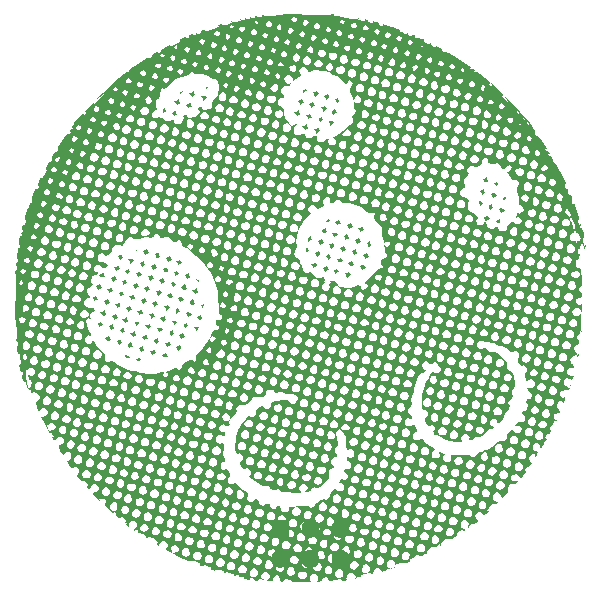
<source format=gbr>
%MOMM*%
%FSLAX46Y46*%
%IPPOS*%
%ADD10C,0.05*%
%ADD11C,0.05*%
%ADD12C,0.05*%
%LPD*%
G01*
D10*
%LPC*%
G36*
X125000000Y-125000000D02*
G01*
X75000000Y-125000000D01*
X75000000Y-75000000D01*
X125000000Y-75000000D01*
G37*
%LPD*%
%LPD*%
%LPD*%
%LPD*%
%LPD*%
%LPD*%
%LPD*%
%LPD*%
%LPD*%
%LPD*%
%LPD*%
%LPD*%
%LPD*%
%LPD*%
%LPD*%
%LPD*%
%LPD*%
%LPD*%
%LPD*%
%LPD*%
%LPD*%
%LPD*%
%LPD*%
%LPD*%
%LPD*%
%LPD*%
%LPD*%
%LPD*%
%LPD*%
%LPD*%
%LPD*%
%LPD*%
%LPD*%
%LPD*%
%LPD*%
%LPD*%
%LPD*%
%LPD*%
%LPD*%
%LPD*%
%LPD*%
%LPD*%
%LPD*%
%LPD*%
%LPD*%
%LPD*%
%LPD*%
%LPD*%
%LPD*%
%LPD*%
%LPD*%
%LPD*%
%LPD*%
%LPD*%
%LPD*%
%LPD*%
%LPD*%
%LPD*%
%LPD*%
%LPD*%
%LPD*%
%LPD*%
%LPD*%
%LPD*%
%LPD*%
%LPD*%
%LPD*%
%LPD*%
%LPD*%
%LPD*%
%LPD*%
%LPD*%
%LPD*%
%LPD*%
%LPD*%
%LPD*%
%LPD*%
%LPD*%
%LPD*%
%LPD*%
%LPD*%
G36*
X96262459Y-123837209D02*
G01*
X95847176Y-123837209D01*
X95764120Y-123754153D01*
G37*
G36*
X107308970Y-122840532D02*
G01*
X107243399Y-122818675D01*
X107724253Y-122674419D01*
G37*
G36*
X104235880Y-123671096D02*
G01*
X104069767Y-123671096D01*
X104318937Y-123588040D01*
G37*
G36*
X94102990Y-123421927D02*
G01*
X93853821Y-123421927D01*
X94186047Y-123338870D01*
G37*
G36*
X105647841Y-76495017D02*
G01*
X105813954Y-76495017D01*
X105897010Y-76578073D01*
G37*
G36*
X106727575Y-76744186D02*
G01*
X106810631Y-76827242D01*
X106561462Y-76744186D01*
G37*
G36*
X95431894Y-76162791D02*
G01*
X95514950Y-76245847D01*
X95182724Y-76162791D01*
G37*
G36*
X104900332Y-76328904D02*
G01*
X105149502Y-76328904D01*
X105232558Y-76411960D01*
G37*
G36*
X104485050Y-76245847D02*
G01*
X104734219Y-76245847D01*
X104401993Y-76328904D01*
G37*
G36*
X102242525Y-75913621D02*
G01*
X102740864Y-75913621D01*
X102159468Y-75996678D01*
G37*
G36*
X96096346Y-75996678D02*
G01*
X96511628Y-75996678D01*
X96594684Y-76079734D01*
G37*
G36*
X95598007Y-76079734D02*
G01*
X95930233Y-76079734D01*
X96013289Y-76162791D01*
G37*
G36*
X94767442Y-76245847D02*
G01*
X95016611Y-76245847D01*
X95099668Y-76328904D01*
G37*
G36*
X94352160Y-76328904D02*
G01*
X94601329Y-76328904D01*
X94684385Y-76411960D01*
G37*
G36*
X93687708Y-76495017D02*
G01*
X93853821Y-76495017D01*
X93936877Y-76578073D01*
G37*
G36*
X75996678Y-94435216D02*
G01*
X75996678Y-94269103D01*
X76079734Y-94518272D01*
G37*
G36*
X75747508Y-95514950D02*
G01*
X75747508Y-95265781D01*
X75830565Y-95182724D01*
G37*
G36*
X75498339Y-97093023D02*
G01*
X75498339Y-96677741D01*
X75581395Y-97176080D01*
G37*
G36*
X75415282Y-97840532D02*
G01*
X75415282Y-97259136D01*
X75498339Y-97923588D01*
G37*
G36*
X75498339Y-103820598D02*
G01*
X75498339Y-103405316D01*
X75581395Y-103322259D01*
G37*
G36*
X75830565Y-105647840D02*
G01*
X75830565Y-105398671D01*
X75913621Y-105730897D01*
G37*
G36*
X76328904Y-107475083D02*
G01*
X76328904Y-107308970D01*
X76411960Y-107225914D01*
G37*
G36*
X104568106Y-123588040D02*
G01*
X104318937Y-123588040D01*
X104296285Y-123520085D01*
G37*
G36*
X111627907Y-120847176D02*
G01*
X111461794Y-120930233D01*
X111461794Y-120764120D01*
G37*
G36*
X104235880Y-123504983D02*
G01*
X104291251Y-123504983D01*
X104296285Y-123520085D01*
G37*
G36*
X123172758Y-104485050D02*
G01*
X123172758Y-104734219D01*
X123089701Y-104817276D01*
G37*
G36*
X123421927Y-102740864D02*
G01*
X123421927Y-102990033D01*
X123338870Y-102657807D01*
G37*
G36*
X123754153Y-95265781D02*
G01*
X123754153Y-95514950D01*
X123671096Y-95598007D01*
G37*
G36*
X123338870Y-93604651D02*
G01*
X123338870Y-93770764D01*
X123255814Y-93853821D01*
G37*
G36*
X123338870Y-94186046D02*
G01*
X123421927Y-93936877D01*
X123421927Y-94102990D01*
X123504983Y-94186046D01*
X123588040Y-94518272D01*
X123588040Y-94767442D01*
X123504983Y-94850498D01*
X123504983Y-95182724D01*
X123671096Y-95598007D01*
X123671096Y-95847176D01*
X123588040Y-95598007D01*
X123421927Y-95265781D01*
X123338870Y-95514950D01*
X123255814Y-95265781D01*
X123255814Y-95764120D01*
X123089701Y-95764120D01*
X123089701Y-96179402D01*
X123255814Y-96179402D01*
X123172758Y-96594684D01*
X122923588Y-96677741D01*
X122923588Y-97259136D01*
X123089701Y-97342193D01*
X123172758Y-97259136D01*
X123338870Y-97508306D01*
X123421927Y-98421927D01*
X123421927Y-98837209D01*
X123172758Y-99086379D01*
X123172758Y-99252492D01*
X123421927Y-99501661D01*
X123421927Y-99833887D01*
X122923588Y-100000000D01*
X122923588Y-100249169D01*
X123172758Y-100498339D01*
X123421927Y-100415282D01*
X123338870Y-101744186D01*
X123338870Y-102657807D01*
X123255814Y-102906977D01*
X123006645Y-103156146D01*
X123006645Y-103322259D01*
X123172758Y-103571429D01*
X123172758Y-103820598D01*
X122923588Y-103903654D01*
X122757475Y-104069767D01*
X122840532Y-104485050D01*
X123006645Y-104568106D01*
X123089701Y-104817276D01*
X123089701Y-104983389D01*
X123006645Y-104734219D01*
X122674419Y-104817276D01*
X122508306Y-104983389D01*
X122425249Y-105149502D01*
X122508306Y-105315615D01*
X122508306Y-105398671D01*
X122591362Y-105481728D01*
X122674419Y-105481728D01*
X122757475Y-105813953D01*
X122342193Y-105813953D01*
X122176080Y-105980066D01*
X122176080Y-106229236D01*
X122259136Y-106395349D01*
X122591362Y-106478405D01*
X122757475Y-106478405D01*
X122674419Y-106727575D01*
X122591362Y-106810631D01*
X122591362Y-107059801D01*
X122425249Y-107558140D01*
X122342193Y-107641196D01*
X122342193Y-107807309D01*
X122259136Y-107558140D01*
X122093023Y-107724252D01*
X121677741Y-107807309D01*
X121594684Y-107973422D01*
X121594684Y-108139535D01*
X121843854Y-108388704D01*
X122009967Y-108305648D01*
X122009967Y-108554817D01*
X121926910Y-108803987D01*
X121760797Y-108637874D01*
X121594684Y-108637874D01*
X121428571Y-108720930D01*
X121345515Y-109136213D01*
X121511628Y-109302326D01*
X121594684Y-109634551D01*
X121096346Y-109717608D01*
X121096346Y-110132890D01*
X121345515Y-110215947D01*
X121262459Y-110382060D01*
X121179402Y-110215947D01*
X121096346Y-110382060D01*
X121013289Y-110465116D01*
X121013289Y-110631229D01*
X120764120Y-110797342D01*
X120764120Y-111046512D01*
X120847176Y-111212625D01*
X120764120Y-111378737D01*
X120681063Y-111544851D01*
X120598007Y-111378737D01*
X120348837Y-111794020D01*
X120514950Y-111877076D01*
X120348837Y-112043189D01*
X120265781Y-112292359D01*
X120016611Y-112707641D01*
X119684385Y-113122924D01*
X119684385Y-113205980D01*
X119518272Y-113372093D01*
X119435216Y-113122924D01*
X119186047Y-113122924D01*
X119019934Y-113289037D01*
X118936877Y-113455149D01*
X119019934Y-113704319D01*
X119186047Y-113870432D01*
X119102990Y-114036545D01*
X118687708Y-114285714D01*
X118604651Y-114451827D01*
X118687708Y-114617940D01*
X118438538Y-114950166D01*
X118272425Y-115116279D01*
X118106312Y-115033223D01*
X117940199Y-114784053D01*
X117524917Y-114867110D01*
X117441861Y-115033223D01*
X117441861Y-115282392D01*
X117607973Y-115448505D01*
X118023256Y-115448505D01*
X117774086Y-115697674D01*
X117691030Y-115614618D01*
X117275748Y-115780731D01*
X117192691Y-116196013D01*
X117192691Y-116362126D01*
X116196013Y-117358804D01*
X115863787Y-117358804D01*
X115614618Y-117607973D01*
X115614618Y-117774086D01*
X115282392Y-118023256D01*
X115614618Y-117940199D01*
X115365449Y-118189369D01*
X115282392Y-118189369D01*
X115116279Y-118355482D01*
X115199336Y-118272425D01*
X114867110Y-118023256D01*
X114617940Y-118023256D01*
X114451827Y-118189369D01*
X114368771Y-118355482D01*
X114617940Y-118770764D01*
X114451827Y-118936877D01*
X114285714Y-119019934D01*
X114202658Y-118936877D01*
X113953488Y-119102990D01*
X113787375Y-119435216D01*
X113455150Y-119684385D01*
X113289037Y-119601329D01*
X113039867Y-119684385D01*
X112790698Y-119933555D01*
X112956811Y-120016611D01*
X112707641Y-120182724D01*
X112458472Y-120348837D01*
X111877076Y-120348837D01*
X111627907Y-120681063D01*
X111461794Y-120764120D01*
X111212625Y-120930233D01*
X111295681Y-121013289D01*
X110631229Y-121013289D01*
X110382060Y-121345515D01*
X110215947Y-121428571D01*
X110382060Y-121511628D01*
X110132890Y-121594684D01*
X109883721Y-121760797D01*
X109385382Y-121677741D01*
X109219269Y-121926910D01*
X109053156Y-121926910D01*
X108970100Y-122009967D01*
X108803987Y-122093023D01*
X108970100Y-122176080D01*
X108803987Y-122259136D01*
X108637874Y-122342193D01*
X108056478Y-122342193D01*
X107807309Y-122425249D01*
X107641196Y-122508306D01*
X107641196Y-122259136D01*
X107475083Y-122093023D01*
X107142857Y-122093023D01*
X106976744Y-122259136D01*
X106976744Y-122591362D01*
X107059801Y-122757475D01*
X107243399Y-122818675D01*
X106893688Y-122923588D01*
X106810631Y-123006645D01*
X106478405Y-123089701D01*
X106644518Y-123006645D01*
X106395349Y-122923588D01*
X106229236Y-122757475D01*
X105980066Y-122757475D01*
X105813954Y-122923588D01*
X105813954Y-123006645D01*
X105730897Y-123255814D01*
X105398671Y-123172758D01*
X105066445Y-123255814D01*
X104734219Y-123338870D01*
X104734219Y-123504983D01*
X104291251Y-123504983D01*
X104235880Y-123338870D01*
X104069767Y-123172758D01*
X103737542Y-123172758D01*
X103571429Y-123338870D01*
X103571429Y-123588040D01*
X103322259Y-123671096D01*
X103820598Y-123754153D01*
X103488372Y-123754153D01*
X103405316Y-123837209D01*
X102906977Y-123837209D01*
X103405316Y-123754153D01*
X102823920Y-123671096D01*
X102740864Y-123754153D01*
X102076412Y-123837209D01*
X101910299Y-123588040D01*
X101744186Y-123504983D01*
X101578073Y-123588040D01*
X101495017Y-123588040D01*
X101411960Y-123671096D01*
X101411960Y-123754153D01*
X101328904Y-123837209D01*
X101162791Y-123920266D01*
X98920266Y-123920266D01*
X98837209Y-123754153D01*
X98338870Y-123671096D01*
X98255814Y-123837209D01*
X98006645Y-123920266D01*
X97840532Y-123421927D01*
X97674419Y-123338870D01*
X97508306Y-123338870D01*
X97259136Y-123588040D01*
X97259136Y-123837209D01*
X97093023Y-123837209D01*
X96428571Y-123754153D01*
X96345515Y-123671096D01*
X95764120Y-123754153D01*
X95514950Y-123754153D01*
X95847176Y-123671096D01*
X95348837Y-123588040D01*
X95348837Y-123754153D01*
X94933555Y-123671096D01*
X94850498Y-123588040D01*
X94684385Y-123588040D01*
X94933555Y-123504983D01*
X94435216Y-123504983D01*
X94435216Y-123338870D01*
X94186047Y-123338870D01*
X93853821Y-123255814D01*
X93438538Y-123089701D01*
X93106312Y-123172758D01*
X92940199Y-123172758D01*
X93189369Y-123089701D01*
X92857143Y-122923588D01*
X92607973Y-122923588D01*
X92524917Y-122840532D01*
X92275748Y-122923588D01*
X92441861Y-123006645D01*
X91943522Y-122840532D01*
X92109635Y-122757475D01*
X91528239Y-122508306D01*
X91279070Y-122591362D01*
X91196013Y-122591362D01*
X91029900Y-122508306D01*
X91196013Y-122425249D01*
X90697674Y-122176080D01*
X90116279Y-122176080D01*
X89368771Y-121843854D01*
X88704319Y-121511628D01*
X88372093Y-121345515D01*
X88122924Y-121179402D01*
X88372093Y-120930233D01*
X88372093Y-120764120D01*
X88122924Y-120514950D01*
X87956811Y-120514950D01*
X87624585Y-120764120D01*
X87624585Y-120930233D01*
X87375415Y-120764120D01*
X87541528Y-120681063D01*
X87458472Y-120514950D01*
X87209302Y-120265781D01*
X86794020Y-120182724D01*
X86627907Y-120265781D01*
X86461794Y-120182724D01*
X86544851Y-120099668D01*
X86378738Y-119933555D01*
X86129568Y-119933555D01*
X86129568Y-119767442D01*
X85963455Y-119850498D01*
X85797342Y-119767442D01*
X85465116Y-119518272D01*
X85797342Y-119186047D01*
X85797342Y-118936877D01*
X85631229Y-118770764D01*
X85299003Y-118770764D01*
X85132890Y-118936877D01*
X85132890Y-119269103D01*
X84883721Y-119019934D01*
X84966777Y-118936877D01*
X84717608Y-118936877D01*
X84883721Y-118770764D01*
X84800665Y-118604651D01*
X84634552Y-118438538D01*
X84219269Y-118521595D01*
X83970100Y-118272425D01*
X83887043Y-118272425D01*
X83056478Y-117524917D01*
X83139535Y-117026578D01*
X82973422Y-116943522D01*
X82724253Y-116943522D01*
X82308970Y-116528239D01*
X82641196Y-117109635D01*
X82059801Y-116528239D01*
X82059801Y-116445183D01*
X81561462Y-115946844D01*
X81644518Y-115780731D01*
X81561462Y-115614618D01*
X81395349Y-115448505D01*
X81229236Y-115365448D01*
X81146179Y-115448505D01*
X80897010Y-115199335D01*
X80897010Y-115116279D01*
X80730897Y-114950166D01*
X80897010Y-114617940D01*
X80897010Y-114368771D01*
X80730897Y-114202658D01*
X80232558Y-114285714D01*
X79900332Y-113870432D01*
X79817276Y-113704319D01*
X79983389Y-113704319D01*
X80232558Y-113455149D01*
X80232558Y-113122924D01*
X80066445Y-112956811D01*
X79734219Y-112956811D01*
X79485050Y-113205980D01*
X79235880Y-112873754D01*
X79152824Y-112458472D01*
X78986711Y-112458472D01*
X78820598Y-112209302D01*
X78654485Y-111877076D01*
X78571429Y-111710963D01*
X78737542Y-111710963D01*
X78488372Y-111295681D01*
X78405316Y-111461794D01*
X78322259Y-111295681D01*
X77823920Y-110215947D01*
X77740864Y-110132890D01*
X77657807Y-109883721D01*
X77740864Y-110049834D01*
X77906977Y-109883721D01*
X78156146Y-109800665D01*
X78239203Y-109634551D01*
X78239203Y-109468438D01*
X77990033Y-109219269D01*
X77740864Y-109219269D01*
X77491694Y-109551495D01*
X77408638Y-109385382D01*
X77325581Y-109219269D01*
X77325581Y-109053156D01*
X77242525Y-108887043D01*
X77325581Y-108637874D01*
X77574751Y-108388704D01*
X77574751Y-108222591D01*
X77325581Y-107973422D01*
X76993356Y-107890365D01*
X76910299Y-108139535D01*
X76910299Y-107973422D01*
X76827243Y-107890365D01*
X76827243Y-107724252D01*
X76578073Y-107641196D01*
X76411960Y-107225914D01*
X76328904Y-106893688D01*
X76245847Y-107142857D01*
X76245847Y-106976744D01*
X76162791Y-106893688D01*
X76079734Y-106644518D01*
X76079734Y-106395349D01*
X76162791Y-106312292D01*
X76079734Y-105980066D01*
X75996678Y-106229236D01*
X75996678Y-106063123D01*
X75913621Y-105980066D01*
X75913621Y-105730897D01*
X75996678Y-105315615D01*
X75913621Y-104900332D01*
X75747508Y-104401993D01*
X75664452Y-104817276D01*
X75664452Y-104485050D01*
X75581395Y-104401993D01*
X75581395Y-103986711D01*
X75664452Y-103903654D01*
X75581395Y-103322259D01*
X75581395Y-102657807D01*
X75415282Y-101411960D01*
X75498339Y-99003322D01*
X75498339Y-97923588D01*
X75581395Y-97176080D01*
X75664452Y-96594684D01*
X75581395Y-96511628D01*
X75581395Y-96096345D01*
X75664452Y-96013289D01*
X75664452Y-95681063D01*
X75747508Y-96096345D01*
X75830565Y-95681063D01*
X75913621Y-95598007D01*
X75830565Y-95182724D01*
X75830565Y-94850498D01*
X75913621Y-94767442D01*
X75913621Y-94601329D01*
X75996678Y-94850498D01*
X76079734Y-94518272D01*
X76162791Y-94186046D01*
X76079734Y-94102990D01*
X76079734Y-93853821D01*
X76162791Y-93770764D01*
X76162791Y-93604651D01*
X76245847Y-93853821D01*
X76411960Y-93521595D01*
X76411960Y-93272425D01*
X76328904Y-93189369D01*
X76328904Y-93023256D01*
X76578073Y-92275747D01*
X76661130Y-92192691D01*
X76744186Y-91860465D01*
X76827243Y-92026578D01*
X76910299Y-91777409D01*
X76910299Y-91362126D01*
X77076412Y-90946844D01*
X77159468Y-90780731D01*
X77242525Y-90614618D01*
X77325581Y-90780731D01*
X77408638Y-90614618D01*
X77491694Y-90531561D01*
X77408638Y-90282392D01*
X77574751Y-89867110D01*
X77657807Y-89700997D01*
X77740864Y-89867110D01*
X78073090Y-89285714D01*
X78156146Y-89119601D01*
X77990033Y-89036545D01*
X78073090Y-88870432D01*
X78239203Y-88538206D01*
X78322259Y-88372093D01*
X78488372Y-88372093D01*
X78571429Y-88205980D01*
X78571429Y-88039867D01*
X78654485Y-87790698D01*
X78820598Y-87541528D01*
X78986711Y-87541528D01*
X79069767Y-87375415D01*
X79069767Y-87126246D01*
X79235880Y-86877076D01*
X79568106Y-86378737D01*
X79734219Y-86129568D01*
X79900332Y-85963455D01*
X79983389Y-86046512D01*
X80149502Y-85880399D01*
X79983389Y-85797342D01*
X80149502Y-85631229D01*
X80232558Y-85714286D01*
X80398671Y-85548173D01*
X80232558Y-85465116D01*
X80481728Y-85215947D01*
X80481728Y-85132890D01*
X80813954Y-84717608D01*
X81229236Y-84219269D01*
X82059801Y-83388704D01*
X82059801Y-83305648D01*
X82807309Y-82558139D01*
X82890365Y-82558139D01*
X83720930Y-81727575D01*
X84219269Y-81312292D01*
X84634552Y-80980066D01*
X84717608Y-80980066D01*
X84966777Y-80730897D01*
X84966777Y-80897010D01*
X85215947Y-80730897D01*
X85132890Y-80647840D01*
X85299003Y-80481728D01*
X85631229Y-80232558D01*
X86378738Y-79734219D01*
X86627907Y-79568106D01*
X86877076Y-79568106D01*
X87043189Y-79485050D01*
X87043189Y-79318937D01*
X87292359Y-79152824D01*
X87458472Y-79069767D01*
X87624585Y-79152824D01*
X87873754Y-78986711D01*
X87790698Y-78903654D01*
X88372093Y-78571429D01*
X88538206Y-78488372D01*
X88538206Y-78654485D01*
X89285714Y-78322259D01*
X89534884Y-78156146D01*
X89368771Y-78073090D01*
X89534884Y-77990033D01*
X89700997Y-77906977D01*
X89867110Y-77823920D01*
X90033223Y-77906977D01*
X90282392Y-77823920D01*
X90116279Y-77740864D01*
X90282392Y-77657807D01*
X90448505Y-77574751D01*
X90614618Y-77657807D01*
X90863787Y-77574751D01*
X90697674Y-77491694D01*
X90946844Y-77408638D01*
X90780731Y-77491694D01*
X91029900Y-77574751D01*
X91112957Y-77491694D01*
X91279070Y-77408638D01*
X91112957Y-77325581D01*
X91611296Y-77159468D01*
X91445183Y-77242525D01*
X91694352Y-77325581D01*
X92441861Y-77076412D01*
X92774086Y-76910299D01*
X92524917Y-76827242D01*
X92691030Y-76827242D01*
X92774086Y-76744186D01*
X92940199Y-76744186D01*
X93023256Y-76827242D01*
X93272425Y-76827242D01*
X93604651Y-76744186D01*
X93936877Y-76578073D01*
X94269103Y-76578073D01*
X94684385Y-76411960D01*
X95099668Y-76328904D01*
X95514950Y-76245847D01*
X96013289Y-76162791D01*
X96594684Y-76079734D01*
X97259136Y-76079734D01*
X98421927Y-75913621D01*
X101162791Y-75996678D01*
X102159468Y-75996678D01*
X102823920Y-76079734D01*
X103488372Y-76245847D01*
X103986711Y-76328904D01*
X104401993Y-76328904D01*
X104817276Y-76495017D01*
X105232558Y-76411960D01*
X105481728Y-76411960D01*
X105149502Y-76495017D01*
X105481728Y-76578073D01*
X105564784Y-76661130D01*
X105897010Y-76578073D01*
X106146179Y-76578073D01*
X106229236Y-76661130D01*
X106395349Y-76661130D01*
X106146179Y-76744186D01*
X106478405Y-76910299D01*
X106810631Y-76827242D01*
X107724253Y-77076412D01*
X107807309Y-77159468D01*
X108139535Y-77242525D01*
X107973422Y-77325581D01*
X108222591Y-77408638D01*
X108388704Y-77491694D01*
X108471761Y-77574751D01*
X108720930Y-77491694D01*
X108554817Y-77408638D01*
X108803987Y-77491694D01*
X108637874Y-77574751D01*
X108803987Y-77657807D01*
X108887043Y-77740864D01*
X109136213Y-77657807D01*
X109219269Y-77657807D01*
X109385382Y-77740864D01*
X109219269Y-77823920D01*
X109468439Y-77906977D01*
X109966777Y-77990033D01*
X110132890Y-78073090D01*
X109966777Y-78156146D01*
X110382060Y-78405316D01*
X110631229Y-78322259D01*
X110714286Y-78571429D01*
X111046512Y-78737541D01*
X111129568Y-78571429D01*
X111295681Y-78654485D01*
X111461794Y-78737541D01*
X111627907Y-78820598D01*
X111627907Y-78986711D01*
X111794020Y-79069767D01*
X111960133Y-79069767D01*
X112209302Y-79152824D01*
X112624585Y-79401993D01*
X113621263Y-80066445D01*
X113870432Y-80232558D01*
X114036545Y-80398671D01*
X113953488Y-80481728D01*
X114119601Y-80647840D01*
X114202658Y-80481728D01*
X114368771Y-80647840D01*
X114285714Y-80730897D01*
X114451827Y-80897010D01*
X114534884Y-80730897D01*
X114784053Y-80980066D01*
X114867110Y-80980066D01*
X115282392Y-81312292D01*
X115780731Y-81727575D01*
X116694352Y-82558139D01*
X117358804Y-83222591D01*
X118189369Y-84136213D01*
X118687708Y-84717608D01*
X119019934Y-85132890D01*
X119518272Y-85797342D01*
X119518272Y-86046512D01*
X119684385Y-86295681D01*
X119767442Y-86212625D01*
X119933555Y-86378737D01*
X120265781Y-86877076D01*
X120431894Y-87126246D01*
X120514950Y-87292359D01*
X120348837Y-87292359D01*
X120514950Y-87541528D01*
X120598007Y-87458472D01*
X120764120Y-87707641D01*
X120598007Y-87707641D01*
X120764120Y-87956811D01*
X120847176Y-87873754D01*
X121013289Y-88205980D01*
X121013289Y-88372093D01*
X121262459Y-88538206D01*
X121843854Y-89700997D01*
X122009967Y-90033223D01*
X122093023Y-90199335D01*
X122009967Y-90365448D01*
X122009967Y-90531561D01*
X122093023Y-90614618D01*
X122176080Y-90780731D01*
X122259136Y-90614618D01*
X122259136Y-90946844D01*
X122342193Y-91196013D01*
X122508306Y-91196013D01*
X122591362Y-91362126D01*
X122591362Y-91777409D01*
X122674419Y-92026578D01*
X122757475Y-91860465D01*
X123089701Y-92774086D01*
X123172758Y-93023256D01*
X123172758Y-93189369D01*
X123089701Y-93272425D01*
X123089701Y-93521595D01*
X123255814Y-93853821D01*
G37*
%LPD*%
%LPD*%
%LPD*%
%LPD*%
%LPC*%
%LPC*%
G36*
X101079734Y-123421927D02*
G01*
X101079734Y-123754153D01*
X100913621Y-123920266D01*
X100581395Y-123920266D01*
X100415282Y-123754153D01*
X100415282Y-123421927D01*
X100581395Y-123255814D01*
X100913621Y-123255814D01*
G37*
%LPC*%
G36*
X97009967Y-123338870D02*
G01*
X97009967Y-123504983D01*
X96760797Y-123754153D01*
X96345515Y-123671096D01*
X96262459Y-123504983D01*
X96262459Y-123338870D01*
X96511628Y-123089701D01*
X96760797Y-123089701D01*
G37*
%LPC*%
G36*
X100166113Y-123255814D02*
G01*
X100166113Y-123421927D01*
X99916944Y-123671096D01*
X99667774Y-123671096D01*
X99418605Y-123421927D01*
X99418605Y-123255814D01*
X99501661Y-123089701D01*
X100083057Y-123089701D01*
G37*
%LPC*%
%LPC*%
G36*
X103156146Y-122923588D02*
G01*
X103239203Y-123006645D01*
X103239203Y-123421927D01*
X103156146Y-123504983D01*
X102990033Y-123588040D01*
X102823920Y-123588040D01*
X102574751Y-123338870D01*
X102574751Y-123089701D01*
X102823920Y-122840532D01*
X102990033Y-122840532D01*
G37*
%LPC*%
%LPC*%
G36*
X95847176Y-122840532D02*
G01*
X96013289Y-123006645D01*
X96013289Y-123255814D01*
X95764120Y-123504983D01*
X95514950Y-123504983D01*
X95348837Y-123338870D01*
X95348837Y-123006645D01*
X95514950Y-122840532D01*
X95681063Y-122757475D01*
G37*
%LPC*%
%LPC*%
G36*
X99086379Y-122757475D02*
G01*
X99169435Y-123172758D01*
X99003322Y-123338870D01*
X98754153Y-123421927D01*
X98504983Y-123172758D01*
X98588040Y-122757475D01*
X98754153Y-122674419D01*
X98920266Y-122674419D01*
G37*
%LPC*%
G36*
X102325581Y-122757475D02*
G01*
X102325581Y-123089701D01*
X102159468Y-123255814D01*
X101827243Y-123255814D01*
X101661130Y-123089701D01*
X101661130Y-122757475D01*
X101827243Y-122591362D01*
X102159468Y-122591362D01*
G37*
%LPC*%
G36*
X95099668Y-122757475D02*
G01*
X95099668Y-122923588D01*
X95016611Y-123089701D01*
X94933555Y-123172758D01*
X94518272Y-123172758D01*
X94435216Y-123089701D01*
X94352160Y-122923588D01*
X94352160Y-122757475D01*
X94601329Y-122508306D01*
X94850498Y-122508306D01*
G37*
%LPC*%
G36*
X105315615Y-122508306D02*
G01*
X105481728Y-122674419D01*
X105481728Y-122923588D01*
X105232558Y-123172758D01*
X104983389Y-123172758D01*
X104817276Y-123006645D01*
X104900332Y-122508306D01*
X105149502Y-122425249D01*
G37*
%LPC*%
G36*
X98255814Y-122674419D02*
G01*
X98255814Y-122840532D01*
X98006645Y-123089701D01*
X97591362Y-123006645D01*
X97508306Y-122840532D01*
X97508306Y-122674419D01*
X97591362Y-122508306D01*
X98006645Y-122425249D01*
G37*
%LPC*%
%LPC*%
G36*
X101328904Y-122425249D02*
G01*
X101328904Y-122508306D01*
X101411960Y-122674419D01*
X101328904Y-122840532D01*
X101162791Y-123006645D01*
X100913621Y-123006645D01*
X100664452Y-122757475D01*
X100664452Y-122508306D01*
X100830565Y-122342193D01*
X101245847Y-122342193D01*
G37*
%LPC*%
G36*
X94102990Y-122425249D02*
G01*
X94102990Y-122757475D01*
X93936877Y-122923588D01*
X93604651Y-122923588D01*
X93438538Y-122757475D01*
X93438538Y-122425249D01*
X93604651Y-122259136D01*
X93936877Y-122259136D01*
G37*
%LPC*%
%LPC*%
G36*
X104485050Y-122342193D02*
G01*
X104568106Y-122508306D01*
X104485050Y-122674419D01*
X104152824Y-122923588D01*
X103986711Y-122840532D01*
X103820598Y-122674419D01*
X103820598Y-122425249D01*
X104069767Y-122176080D01*
X104318937Y-122176080D01*
G37*
%LPC*%
%LPC*%
G36*
X97259136Y-122342193D02*
G01*
X97259136Y-122591362D01*
X97009967Y-122840532D01*
X96760797Y-122840532D01*
X96594684Y-122674419D01*
X96677741Y-122176080D01*
X96843854Y-122093023D01*
X97009967Y-122093023D01*
G37*
%LPC*%
%LPC*%
G36*
X100332226Y-122093023D02*
G01*
X100415282Y-122508306D01*
X100249169Y-122674419D01*
X100000000Y-122757475D01*
X99750831Y-122508306D01*
X99750831Y-122176080D01*
X99916944Y-122009967D01*
X100166113Y-122009967D01*
G37*
%LPC*%
%LPC*%
G36*
X103571429Y-122093023D02*
G01*
X103571429Y-122342193D01*
X103322259Y-122591362D01*
X103073090Y-122591362D01*
X102906977Y-122425249D01*
X102823920Y-122259136D01*
X102906977Y-122093023D01*
X103073090Y-121926910D01*
X103405316Y-121926910D01*
G37*
%LPC*%
G36*
X93023256Y-122009967D02*
G01*
X93189369Y-122176080D01*
X93189369Y-122342193D01*
X93106312Y-122508306D01*
X93023256Y-122591362D01*
X92857143Y-122674419D01*
X92691030Y-122674419D01*
X92441861Y-122425249D01*
X92441861Y-122176080D01*
X92691030Y-121926910D01*
X92857143Y-121926910D01*
G37*
%LPC*%
%LPC*%
G36*
X96345515Y-122093023D02*
G01*
X96345515Y-122259136D01*
X96096346Y-122508306D01*
X95681063Y-122425249D01*
X95598007Y-122259136D01*
X95598007Y-122093023D01*
X95847176Y-121843854D01*
X96096346Y-121843854D01*
G37*
%LPC*%
%LPC*%
G36*
X106561462Y-121843854D02*
G01*
X106727575Y-122009967D01*
X106727575Y-122259136D01*
X106478405Y-122508306D01*
X106229236Y-122508306D01*
X106063123Y-122342193D01*
X106063123Y-121926910D01*
X106146179Y-121843854D01*
X106229236Y-121843854D01*
X106395349Y-121760797D01*
G37*
%LPC*%
G36*
X99501661Y-122093023D02*
G01*
X99418605Y-122259136D01*
X99252492Y-122425249D01*
X98837209Y-122342193D01*
X98754153Y-122176080D01*
X98754153Y-121926910D01*
X98920266Y-121760797D01*
X99252492Y-121760797D01*
G37*
%LPC*%
%LPC*%
G36*
X92192691Y-121843854D02*
G01*
X92192691Y-122176080D01*
X92026578Y-122342193D01*
X91694352Y-122342193D01*
X91528239Y-122176080D01*
X91528239Y-121843854D01*
X91694352Y-121677741D01*
X92026578Y-121677741D01*
G37*
%LPC*%
%LPC*%
%LPC*%
G36*
X102491694Y-121677741D02*
G01*
X102574751Y-121760797D01*
X102574751Y-122176080D01*
X102491694Y-122259136D01*
X102325581Y-122342193D01*
X102159468Y-122342193D01*
X101910299Y-122093023D01*
X101910299Y-121843854D01*
X102159468Y-121594684D01*
X102325581Y-121594684D01*
G37*
%LPC*%
%LPC*%
%LPC*%
G36*
X105730897Y-121677741D02*
G01*
X105730897Y-122009967D01*
X105564784Y-122176080D01*
X105398671Y-122259136D01*
X105232558Y-122176080D01*
X105066445Y-122009967D01*
X105066445Y-121760797D01*
X105315615Y-121511628D01*
X105564784Y-121511628D01*
G37*
%LPC*%
G36*
X95182724Y-121594684D02*
G01*
X95348837Y-121760797D01*
X95348837Y-122009967D01*
X95099668Y-122259136D01*
X94850498Y-122259136D01*
X94684385Y-122093023D01*
X94684385Y-121760797D01*
X94850498Y-121594684D01*
X95016611Y-121511628D01*
G37*
%LPC*%
%LPC*%
%LPC*%
G36*
X108887043Y-121594684D02*
G01*
X108803987Y-122009967D01*
X108637874Y-122093023D01*
X108388704Y-122093023D01*
X108222591Y-121926910D01*
X108222591Y-121594684D01*
X108388704Y-121428571D01*
X108720930Y-121428571D01*
G37*
%LPC*%
G36*
X98504983Y-121677741D02*
G01*
X98504983Y-121926910D01*
X98255814Y-122176080D01*
X98089701Y-122176080D01*
X97923588Y-122093023D01*
X97923588Y-121511628D01*
X98089701Y-121428571D01*
X98255814Y-121428571D01*
G37*
%LPC*%
G36*
X101578073Y-121428571D02*
G01*
X101661130Y-121843854D01*
X101495017Y-122009967D01*
X101162791Y-122009967D01*
X100996678Y-121843854D01*
X100913621Y-121677741D01*
X100996678Y-121511628D01*
X101162791Y-121345515D01*
X101411960Y-121345515D01*
G37*
%LPC*%
G36*
X91196013Y-121511628D02*
G01*
X91196013Y-121594684D01*
X91279070Y-121760797D01*
X91196013Y-121926910D01*
X91029900Y-122093023D01*
X90780731Y-122093023D01*
X90531562Y-121843854D01*
X90531562Y-121677741D01*
X90614618Y-121511628D01*
X90697674Y-121428571D01*
X91112957Y-121428571D01*
G37*
%LPC*%
G36*
X104817276Y-121428571D02*
G01*
X104817276Y-121677741D01*
X104568106Y-121926910D01*
X104318937Y-121926910D01*
X104152824Y-121760797D01*
X104152824Y-121345515D01*
X104651163Y-121262459D01*
G37*
%LPC*%
G36*
X94435216Y-121511628D02*
G01*
X94435216Y-121677741D01*
X94352160Y-121843854D01*
X94269103Y-121926910D01*
X94102990Y-122009967D01*
X93936877Y-122009967D01*
X93687708Y-121760797D01*
X93687708Y-121511628D01*
X93936877Y-121262459D01*
X94186047Y-121262459D01*
G37*
%LPC*%
%LPC*%
G36*
X97591362Y-121511628D02*
G01*
X97508306Y-121677741D01*
X97342193Y-121843854D01*
X96926910Y-121760797D01*
X96843854Y-121594684D01*
X96843854Y-121428571D01*
X96926910Y-121262459D01*
X97342193Y-121179402D01*
G37*
%LPC*%
%LPC*%
G36*
X107973422Y-121345515D02*
G01*
X107973422Y-121594684D01*
X107724253Y-121843854D01*
X107475083Y-121843854D01*
X107308970Y-121677741D01*
X107308970Y-121262459D01*
X107392027Y-121179402D01*
X107558140Y-121096345D01*
X107724253Y-121096345D01*
G37*
%LPC*%
G36*
X90199336Y-121179402D02*
G01*
X90282392Y-121594684D01*
X90116279Y-121760797D01*
X89950166Y-121843854D01*
X89784053Y-121760797D01*
X89617940Y-121594684D01*
X89617940Y-121262459D01*
X89784053Y-121096345D01*
X90033223Y-121096345D01*
G37*
%LPC*%
%LPC*%
G36*
X100498339Y-121096345D02*
G01*
X100747508Y-121428571D01*
X100664452Y-121594684D01*
X100498339Y-121760797D01*
X100249169Y-121760797D01*
X100000000Y-121511628D01*
X100000000Y-121262459D01*
X100166113Y-121096345D01*
X100332226Y-121013289D01*
G37*
%LPC*%
G36*
X93438538Y-121179402D02*
G01*
X93438538Y-121511628D01*
X93272425Y-121677741D01*
X92940199Y-121677741D01*
X92774086Y-121511628D01*
X92774086Y-121179402D01*
X92940199Y-121013289D01*
X93272425Y-121013289D01*
G37*
%LPC*%
%LPC*%
G36*
X103737542Y-121013289D02*
G01*
X103820598Y-121428571D01*
X103571429Y-121677741D01*
X103405316Y-121677741D01*
X103156146Y-121428571D01*
X103156146Y-121179402D01*
X103405316Y-120930233D01*
X103571429Y-120930233D01*
G37*
%LPC*%
G36*
X106976744Y-121013289D02*
G01*
X106976744Y-121345515D01*
X106810631Y-121511628D01*
X106478405Y-121511628D01*
X106312292Y-121345515D01*
X106312292Y-121013289D01*
X106478405Y-120847176D01*
X106810631Y-120847176D01*
G37*
%LPC*%
G36*
X96428571Y-120930233D02*
G01*
X96594684Y-121096345D01*
X96594684Y-121345515D01*
X96345515Y-121594684D01*
X96096346Y-121594684D01*
X95930233Y-121428571D01*
X96013289Y-120930233D01*
X96096346Y-120930233D01*
X96262459Y-120847176D01*
G37*
%LPC*%
G36*
X89368771Y-121096345D02*
G01*
X89368771Y-121262459D01*
X89202658Y-121428571D01*
X88787375Y-121511628D01*
X88621263Y-121428571D01*
X88704319Y-121345515D01*
X88621263Y-121096345D01*
X88704319Y-120930233D01*
X89119601Y-120847176D01*
G37*
%LPC*%
G36*
X110132890Y-120930233D02*
G01*
X110132890Y-121262459D01*
X109966777Y-121428571D01*
X109634552Y-121428571D01*
X109468439Y-121262459D01*
X109468439Y-120930233D01*
X109634552Y-120764120D01*
X109966777Y-120764120D01*
G37*
%LPC*%
G36*
X99750831Y-121013289D02*
G01*
X99750831Y-121262459D01*
X99584718Y-121428571D01*
X99169435Y-121428571D01*
X99003322Y-121096345D01*
X99086379Y-120930233D01*
X99252492Y-120764120D01*
X99501661Y-120764120D01*
G37*
%LPC*%
G36*
X102906977Y-120847176D02*
G01*
X102906977Y-121096345D01*
X102657807Y-121345515D01*
X102408638Y-121345515D01*
X102159468Y-121096345D01*
X102159468Y-120930233D01*
X102408638Y-120681063D01*
X102740864Y-120681063D01*
G37*
%LPC*%
G36*
X92441861Y-120847176D02*
G01*
X92441861Y-121262459D01*
X92358804Y-121345515D01*
X92192691Y-121428571D01*
X92026578Y-121428571D01*
X91777409Y-121179402D01*
X91777409Y-120930233D01*
X91943522Y-120764120D01*
X92358804Y-120764120D01*
G37*
%LPC*%
%LPC*%
G36*
X95598007Y-120764120D02*
G01*
X95681063Y-120930233D01*
X95598007Y-121096345D01*
X95431894Y-121262459D01*
X95265781Y-121345515D01*
X95099668Y-121262459D01*
X94933555Y-121096345D01*
X94933555Y-120847176D01*
X95182724Y-120598007D01*
X95431894Y-120598007D01*
G37*
%LPC*%
G36*
X105897010Y-120598007D02*
G01*
X106063123Y-120764120D01*
X106063123Y-121013289D01*
X105813954Y-121262459D01*
X105564784Y-121262459D01*
X105398671Y-121096345D01*
X105398671Y-120681063D01*
X105481728Y-120598007D01*
X105564784Y-120598007D01*
X105730897Y-120514950D01*
G37*
%LPC*%
G36*
X98754153Y-120681063D02*
G01*
X98837209Y-120847176D01*
X98754153Y-121013289D01*
X98588040Y-121179402D01*
X98255814Y-121179402D01*
X98089701Y-121013289D01*
X98089701Y-120681063D01*
X98255814Y-120514950D01*
X98588040Y-120514950D01*
G37*
%LPC*%
G36*
X109219269Y-120681063D02*
G01*
X109219269Y-120847176D01*
X109136213Y-121013289D01*
X109053156Y-121096345D01*
X108637874Y-121096345D01*
X108554817Y-121013289D01*
X108471761Y-120847176D01*
X108471761Y-120681063D01*
X108720930Y-120431894D01*
X108970100Y-120431894D01*
G37*
%LPC*%
G36*
X91445183Y-120514950D02*
G01*
X91528239Y-120930233D01*
X91362126Y-121096345D01*
X91029900Y-121096345D01*
X90863787Y-120930233D01*
X90863787Y-120598007D01*
X91029900Y-120431894D01*
X91279070Y-120431894D01*
G37*
%LPC*%
G36*
X101827243Y-121013289D02*
G01*
X101661130Y-121096345D01*
X101495017Y-121096345D01*
X101245847Y-120847176D01*
X101245847Y-120598007D01*
X101411960Y-120431894D01*
X101827243Y-120431894D01*
G37*
%LPC*%
G36*
X94684385Y-120514950D02*
G01*
X94684385Y-120764120D01*
X94435216Y-121013289D01*
X94186047Y-121013289D01*
X94019934Y-120847176D01*
X94019934Y-120514950D01*
X94186047Y-120348837D01*
X94518272Y-120348837D01*
G37*
%LPC*%
G36*
X104983389Y-120348837D02*
G01*
X105066445Y-120764120D01*
X104900332Y-120930233D01*
X104651163Y-121013289D01*
X104401993Y-120764120D01*
X104485050Y-120348837D01*
X104651163Y-120265781D01*
X104817276Y-120265781D01*
G37*
%LPC*%
%LPC*%
G36*
X108222591Y-120348837D02*
G01*
X108222591Y-120681063D01*
X108056478Y-120847176D01*
X107724253Y-120847176D01*
X107558140Y-120681063D01*
X107558140Y-120348837D01*
X107724253Y-120182724D01*
X108056478Y-120182724D01*
G37*
%LPC*%
G36*
X97840532Y-120431894D02*
G01*
X97840532Y-120681063D01*
X97591362Y-120930233D01*
X97342193Y-120930233D01*
X97176080Y-120764120D01*
X97176080Y-120348837D01*
X97259136Y-120265781D01*
X97425249Y-120182724D01*
X97591362Y-120182724D01*
G37*
%LPC*%
G36*
X90531562Y-120265781D02*
G01*
X90531562Y-120348837D01*
X90614618Y-120514950D01*
X90531562Y-120681063D01*
X90365449Y-120847176D01*
X90116279Y-120847176D01*
X89867110Y-120598007D01*
X89867110Y-120348837D01*
X90033223Y-120182724D01*
G37*
%LPC*%
%LPC*%
G36*
X100996678Y-120348837D02*
G01*
X100996678Y-120514950D01*
X100913621Y-120681063D01*
X100830565Y-120764120D01*
X100415282Y-120764120D01*
X100332226Y-120681063D01*
X100332226Y-120598007D01*
X100249169Y-120431894D01*
X100332226Y-120265781D01*
X100498339Y-120099668D01*
X100747508Y-120099668D01*
G37*
%LPC*%
%LPC*%
%LPC*%
G36*
X111212625Y-120099668D02*
G01*
X111378738Y-120265781D01*
X111378738Y-120514950D01*
X111129568Y-120764120D01*
X110880399Y-120764120D01*
X110714286Y-120598007D01*
X110714286Y-120265781D01*
X110880399Y-120099668D01*
X111046512Y-120016611D01*
G37*
%LPC*%
G36*
X104152824Y-120265781D02*
G01*
X104152824Y-120431894D01*
X103903655Y-120681063D01*
X103654485Y-120681063D01*
X103405316Y-120431894D01*
X103405316Y-120265781D01*
X103488372Y-120099668D01*
X104069767Y-120099668D01*
G37*
%LPC*%
G36*
X93604651Y-120099668D02*
G01*
X93687708Y-120182724D01*
X93687708Y-120598007D01*
X93604651Y-120681063D01*
X93438538Y-120764120D01*
X93272425Y-120764120D01*
X93023256Y-120514950D01*
X93023256Y-120265781D01*
X93272425Y-120016611D01*
X93438538Y-120016611D01*
G37*
%LPC*%
%LPC*%
G36*
X96843854Y-120099668D02*
G01*
X96926910Y-120265781D01*
X96843854Y-120431894D01*
X96677741Y-120598007D01*
X96345515Y-120598007D01*
X96179402Y-120431894D01*
X96179402Y-120099668D01*
X96345515Y-119933555D01*
X96677741Y-119933555D01*
G37*
%LPC*%
G36*
X107142857Y-119933555D02*
G01*
X107308970Y-120099668D01*
X107308970Y-120265781D01*
X107225914Y-120431894D01*
X107059801Y-120598007D01*
X106810631Y-120598007D01*
X106561462Y-120348837D01*
X106561462Y-120182724D01*
X106644518Y-120016611D01*
X106727575Y-119933555D01*
X106810631Y-119933555D01*
X106976744Y-119850498D01*
G37*
%LPC*%
G36*
X100000000Y-120016611D02*
G01*
X100000000Y-120348837D01*
X99833887Y-120514950D01*
X99501661Y-120514950D01*
X99335548Y-120348837D01*
X99335548Y-120016611D01*
X99501661Y-119850498D01*
X99833887Y-119850498D01*
G37*
%LPC*%
G36*
X89617940Y-120099668D02*
G01*
X89617940Y-120348837D01*
X89451827Y-120514950D01*
X89036545Y-120514950D01*
X89036545Y-119933555D01*
X89202658Y-119850498D01*
X89368771Y-119850498D01*
G37*
%LPC*%
G36*
X110465116Y-120016611D02*
G01*
X110465116Y-120182724D01*
X110382060Y-120348837D01*
X110299003Y-120431894D01*
X109883721Y-120431894D01*
X109800665Y-120348837D01*
X109717608Y-120182724D01*
X109717608Y-120016611D01*
X109966777Y-119767442D01*
X110215947Y-119767442D01*
G37*
%LPC*%
G36*
X92774086Y-119933555D02*
G01*
X92774086Y-120265781D01*
X92607973Y-120431894D01*
X92275748Y-120431894D01*
X92109635Y-120265781D01*
X92026578Y-120099668D01*
X92109635Y-119933555D01*
X92275748Y-119767442D01*
X92607973Y-119767442D01*
G37*
%LPC*%
G36*
X103073090Y-119767442D02*
G01*
X103156146Y-120182724D01*
X102906977Y-120431894D01*
X102740864Y-120431894D01*
X102491694Y-120182724D01*
X102491694Y-119933555D01*
X102740864Y-119684385D01*
X102906977Y-119684385D01*
G37*
%LPC*%
%LPC*%
G36*
X106312292Y-119767442D02*
G01*
X106312292Y-120099668D01*
X106146179Y-120265781D01*
X105980066Y-120348837D01*
X105813954Y-120265781D01*
X105647841Y-120099668D01*
X105647841Y-119767442D01*
X105813954Y-119601329D01*
X106146179Y-119601329D01*
G37*
%LPC*%
G36*
X95764120Y-119684385D02*
G01*
X95930233Y-119850498D01*
X95930233Y-120099668D01*
X95681063Y-120348837D01*
X95431894Y-120348837D01*
X95265781Y-120182724D01*
X95265781Y-119767442D01*
X95598007Y-119601329D01*
G37*
%LPC*%
G36*
X88704319Y-119933555D02*
G01*
X88621263Y-120099668D01*
X88455150Y-120265781D01*
X88039867Y-120182724D01*
X87956811Y-120016611D01*
X87956811Y-119850498D01*
X88039867Y-119684385D01*
X88455150Y-119601329D01*
G37*
%LPC*%
G36*
X109468439Y-119684385D02*
G01*
X109468439Y-120016611D01*
X109302326Y-120182724D01*
X108970100Y-120182724D01*
X108803987Y-120016611D01*
X108803987Y-119684385D01*
X108970100Y-119518272D01*
X109302326Y-119518272D01*
G37*
%LPC*%
G36*
X99086379Y-119767442D02*
G01*
X99086379Y-120016611D01*
X98920266Y-120182724D01*
X98504983Y-120182724D01*
X98421927Y-120099668D01*
X98421927Y-120016611D01*
X98338870Y-119850498D01*
X98421927Y-119684385D01*
X98588040Y-119518272D01*
X98837209Y-119518272D01*
G37*
%LPC*%
G36*
X85963455Y-119684385D02*
G01*
X85797342Y-119767442D01*
X85631229Y-119601329D01*
X85797342Y-119518272D01*
G37*
%LPC*%
%LPC*%
G36*
X102242525Y-119684385D02*
G01*
X102242525Y-119850498D01*
X102159468Y-120016611D01*
X101578073Y-120016611D01*
X101495017Y-119850498D01*
X101495017Y-119684385D01*
X101744186Y-119435216D01*
X101993356Y-119435216D01*
G37*
%LPC*%
G36*
X91777409Y-119601329D02*
G01*
X91777409Y-119684385D01*
X91860465Y-119850498D01*
X91777409Y-120016611D01*
X91611296Y-120182724D01*
X91362126Y-120182724D01*
X91112957Y-119933555D01*
X91112957Y-119684385D01*
X91279070Y-119518272D01*
X91694352Y-119518272D01*
G37*
%LPC*%
%LPC*%
G36*
X112624585Y-119601329D02*
G01*
X112624585Y-119850498D01*
X112375415Y-120099668D01*
X112126246Y-120099668D01*
X111960133Y-119933555D01*
X112043189Y-119435216D01*
X112209302Y-119352159D01*
X112375415Y-119352159D01*
G37*
%LPC*%
G36*
X105398671Y-119601329D02*
G01*
X105398671Y-119767442D01*
X105149502Y-120016611D01*
X104900332Y-120016611D01*
X104651163Y-119767442D01*
X104651163Y-119601329D01*
X104734219Y-119435216D01*
X105315615Y-119435216D01*
G37*
%LPC*%
G36*
X94850498Y-119435216D02*
G01*
X94933555Y-119850498D01*
X94684385Y-120099668D01*
X94518272Y-120099668D01*
X94269103Y-119850498D01*
X94269103Y-119601329D01*
X94518272Y-119352159D01*
X94684385Y-119352159D01*
G37*
%LPC*%
G36*
X98089701Y-119435216D02*
G01*
X98089701Y-119767442D01*
X97923588Y-119933555D01*
X97591362Y-119933555D01*
X97425249Y-119767442D01*
X97425249Y-119435216D01*
X97591362Y-119269103D01*
X97923588Y-119269103D01*
G37*
%LPC*%
G36*
X87707641Y-119518272D02*
G01*
X87707641Y-119767442D01*
X87458472Y-120016611D01*
X87209302Y-120016611D01*
X87043189Y-119850498D01*
X87126246Y-119352159D01*
X87292359Y-119269103D01*
X87458472Y-119269103D01*
G37*
%LPC*%
%LPC*%
G36*
X108388704Y-119269103D02*
G01*
X108471761Y-119352159D01*
X108471761Y-119767442D01*
X108388704Y-119850498D01*
X108222591Y-119933555D01*
X108056478Y-119933555D01*
X107807309Y-119684385D01*
X107807309Y-119435216D01*
X108056478Y-119186047D01*
X108222591Y-119186047D01*
G37*
%LPC*%
G36*
X90863787Y-119435216D02*
G01*
X90863787Y-119684385D01*
X90697674Y-119850498D01*
X90282392Y-119850498D01*
X90116279Y-119518272D01*
X90199336Y-119352159D01*
X90365449Y-119186047D01*
X90614618Y-119186047D01*
G37*
%LPC*%
%LPC*%
G36*
X111627907Y-119269103D02*
G01*
X111710964Y-119435216D01*
X111627907Y-119601329D01*
X111461794Y-119767442D01*
X111129568Y-119767442D01*
X110963455Y-119601329D01*
X110963455Y-119352159D01*
X111212625Y-119102990D01*
X111461794Y-119102990D01*
G37*
%LPC*%
G36*
X101079734Y-119186047D02*
G01*
X101245847Y-119352159D01*
X101162791Y-119767442D01*
X100996678Y-119850498D01*
X100747508Y-119850498D01*
X100581395Y-119684385D01*
X100581395Y-119352159D01*
X100747508Y-119186047D01*
X100913621Y-119102990D01*
G37*
%LPC*%
G36*
X94019934Y-119269103D02*
G01*
X94019934Y-119518272D01*
X93770764Y-119767442D01*
X93521595Y-119767442D01*
X93355482Y-119601329D01*
X93272425Y-119435216D01*
X93355482Y-119269103D01*
X93521595Y-119102990D01*
X93853821Y-119102990D01*
G37*
%LPC*%
G36*
X104318937Y-119102990D02*
G01*
X104401993Y-119518272D01*
X104152824Y-119767442D01*
X103986711Y-119767442D01*
X103737542Y-119518272D01*
X103820598Y-119102990D01*
X103986711Y-119019934D01*
X104152824Y-119019934D01*
G37*
%LPC*%
G36*
X86710964Y-119186047D02*
G01*
X86794020Y-119435216D01*
X86544851Y-119684385D01*
X86378738Y-119767442D01*
X86212625Y-119684385D01*
X86046512Y-119518272D01*
X86046512Y-119269103D01*
X86295681Y-119019934D01*
X86544851Y-119019934D01*
G37*
%LPC*%
%LPC*%
G36*
X107558140Y-119102990D02*
G01*
X107558140Y-119435216D01*
X107392027Y-119601329D01*
X107059801Y-119601329D01*
X106893688Y-119435216D01*
X106893688Y-119102990D01*
X107059801Y-118936877D01*
X107392027Y-118936877D01*
G37*
%LPC*%
G36*
X97009967Y-119019934D02*
G01*
X97176080Y-119186047D01*
X97176080Y-119435216D01*
X96926910Y-119684385D01*
X96677741Y-119684385D01*
X96511628Y-119518272D01*
X96511628Y-119102990D01*
X96594684Y-119019934D01*
X96677741Y-119019934D01*
X96843854Y-118936877D01*
G37*
%LPC*%
G36*
X89867110Y-119102990D02*
G01*
X89950166Y-119269103D01*
X89867110Y-119435216D01*
X89700997Y-119601329D01*
X89285714Y-119518272D01*
X89202658Y-119352159D01*
X89202658Y-119102990D01*
X89368771Y-118936877D01*
X89700997Y-118936877D01*
G37*
%LPC*%
%LPC*%
%LPC*%
G36*
X110714286Y-119019934D02*
G01*
X110714286Y-119269103D01*
X110465116Y-119518272D01*
X110215947Y-119518272D01*
X110049834Y-119352159D01*
X110049834Y-119019934D01*
X110215947Y-118853821D01*
X110548173Y-118853821D01*
G37*
%LPC*%
G36*
X100332226Y-119102990D02*
G01*
X100332226Y-119269103D01*
X100249169Y-119435216D01*
X100166113Y-119518272D01*
X99750831Y-119518272D01*
X99667774Y-119435216D01*
X99584718Y-119269103D01*
X99584718Y-119102990D01*
X99833887Y-118853821D01*
X100083057Y-118853821D01*
G37*
%LPC*%
G36*
X103488372Y-119019934D02*
G01*
X103488372Y-119186047D01*
X103239203Y-119435216D01*
X102823920Y-119352159D01*
X102740864Y-119186047D01*
X102740864Y-119019934D01*
X102823920Y-118853821D01*
X103239203Y-118770764D01*
G37*
%LPC*%
G36*
X92940199Y-118853821D02*
G01*
X92940199Y-119435216D01*
X92774086Y-119518272D01*
X92607973Y-119518272D01*
X92358804Y-119269103D01*
X92358804Y-119019934D01*
X92607973Y-118770764D01*
X92774086Y-118770764D01*
G37*
%LPC*%
%LPC*%
G36*
X113870432Y-118936877D02*
G01*
X113787375Y-119269103D01*
X113870432Y-119352159D01*
X113621263Y-119518272D01*
X113455150Y-119435216D01*
X113289037Y-119352159D01*
X113205980Y-119269103D01*
X113205980Y-118853821D01*
X113289037Y-118770764D01*
X113455150Y-118687708D01*
X113621263Y-118687708D01*
G37*
%LPC*%
G36*
X96179402Y-118853821D02*
G01*
X96179402Y-119186047D01*
X96013289Y-119352159D01*
X95847176Y-119435216D01*
X95681063Y-119352159D01*
X95514950Y-119186047D01*
X95598007Y-118770764D01*
X95764120Y-118687708D01*
X96013289Y-118687708D01*
G37*
%LPC*%
G36*
X106561462Y-118770764D02*
G01*
X106561462Y-118853821D01*
X106644518Y-119019934D01*
X106561462Y-119186047D01*
X106395349Y-119352159D01*
X106146179Y-119352159D01*
X105897010Y-119102990D01*
X105897010Y-118853821D01*
X106063123Y-118687708D01*
X106478405Y-118687708D01*
G37*
%LPC*%
G36*
X99335548Y-118770764D02*
G01*
X99335548Y-119102990D01*
X99169435Y-119269103D01*
X98837209Y-119269103D01*
X98671096Y-119102990D01*
X98671096Y-118770764D01*
X98837209Y-118604651D01*
X99169435Y-118604651D01*
G37*
%LPC*%
G36*
X88953488Y-118853821D02*
G01*
X88953488Y-119102990D01*
X88704319Y-119352159D01*
X88538206Y-119352159D01*
X88372093Y-119269103D01*
X88289037Y-119186047D01*
X88289037Y-118770764D01*
X88372093Y-118687708D01*
X88538206Y-118604651D01*
X88704319Y-118604651D01*
G37*
%LPC*%
G36*
X109717608Y-118687708D02*
G01*
X109717608Y-119102990D01*
X109634552Y-119186047D01*
X109468439Y-119269103D01*
X109302326Y-119269103D01*
X109053156Y-119019934D01*
X109053156Y-118770764D01*
X109302326Y-118521595D01*
X109551495Y-118521595D01*
G37*
%LPC*%
G36*
X92109635Y-118770764D02*
G01*
X92109635Y-118936877D01*
X92026578Y-119102990D01*
X91445183Y-119102990D01*
X91445183Y-119019934D01*
X91362126Y-118853821D01*
X91445183Y-118687708D01*
X91611296Y-118521595D01*
X91860465Y-118521595D01*
G37*
%LPC*%
G36*
X112873754Y-118604651D02*
G01*
X112956811Y-118770764D01*
X112873754Y-118936877D01*
X112707641Y-119102990D01*
X112375415Y-119102990D01*
X112209302Y-118936877D01*
X112209302Y-118604651D01*
X112375415Y-118438538D01*
X112707641Y-118438538D01*
G37*
%LPC*%
G36*
X102491694Y-118687708D02*
G01*
X102491694Y-118936877D01*
X102242525Y-119186047D01*
X101993356Y-119186047D01*
X101827243Y-119019934D01*
X101827243Y-118687708D01*
X102076412Y-118438538D01*
X102242525Y-118438538D01*
G37*
%LPC*%
G36*
X95265781Y-118604651D02*
G01*
X95265781Y-118853821D01*
X95016611Y-119102990D01*
X94767442Y-119102990D01*
X94518272Y-118853821D01*
X94518272Y-118687708D01*
X94601329Y-118521595D01*
X95099668Y-118438538D01*
G37*
%LPC*%
G36*
X105564784Y-118438538D02*
G01*
X105647841Y-118853821D01*
X105481728Y-119019934D01*
X105232558Y-119102990D01*
X104983389Y-118853821D01*
X104983389Y-118521595D01*
X105149502Y-118355482D01*
X105398671Y-118355482D01*
G37*
%LPC*%
G36*
X87956811Y-118521595D02*
G01*
X88039867Y-118687708D01*
X87956811Y-118853821D01*
X87790698Y-119019934D01*
X87458472Y-119019934D01*
X87292359Y-118853821D01*
X87292359Y-118521595D01*
X87458472Y-118355482D01*
X87790698Y-118355482D01*
G37*
%LPC*%
%LPC*%
G36*
X108803987Y-118438538D02*
G01*
X108803987Y-118687708D01*
X108720930Y-118853821D01*
X108305648Y-118936877D01*
X108139535Y-118770764D01*
X108139535Y-118438538D01*
X108305648Y-118272425D01*
X108637874Y-118272425D01*
G37*
%LPC*%
G36*
X98255814Y-118355482D02*
G01*
X98421927Y-118521595D01*
X98421927Y-118687708D01*
X98338870Y-118853821D01*
X98255814Y-118936877D01*
X98089701Y-119019934D01*
X97923588Y-119019934D01*
X97757475Y-118853821D01*
X97757475Y-118438538D01*
X97840532Y-118355482D01*
X97923588Y-118355482D01*
X98089701Y-118272425D01*
G37*
%LPC*%
%LPC*%
G36*
X101578073Y-118438538D02*
G01*
X101578073Y-118604651D01*
X101495017Y-118770764D01*
X101162791Y-118936877D01*
X100996678Y-118853821D01*
X100913621Y-118770764D01*
X100830565Y-118604651D01*
X100830565Y-118438538D01*
X101079734Y-118189369D01*
X101328904Y-118189369D01*
G37*
%LPC*%
G36*
X90946844Y-118272425D02*
G01*
X91112957Y-118438538D01*
X91112957Y-118770764D01*
X90946844Y-118936877D01*
X90531562Y-118853821D01*
X90448505Y-118687708D01*
X90448505Y-118438538D01*
X90614618Y-118272425D01*
X90780731Y-118189369D01*
G37*
%LPC*%
%LPC*%
%LPC*%
G36*
X111794020Y-118189369D02*
G01*
X111960133Y-118355482D01*
X111960133Y-118604651D01*
X111710964Y-118853821D01*
X111461794Y-118853821D01*
X111295681Y-118687708D01*
X111295681Y-118272425D01*
X111378738Y-118189369D01*
X111461794Y-118189369D01*
X111627907Y-118106312D01*
G37*
%LPC*%
G36*
X104734219Y-118438538D02*
G01*
X104651163Y-118604651D01*
X104485050Y-118770764D01*
X104069767Y-118687708D01*
X103986711Y-118521595D01*
X103986711Y-118355482D01*
X104069767Y-118189369D01*
X104485050Y-118106312D01*
G37*
%LPC*%
G36*
X94186047Y-118189369D02*
G01*
X94269103Y-118604651D01*
X94019934Y-118853821D01*
X93853821Y-118853821D01*
X93604651Y-118604651D01*
X93604651Y-118355482D01*
X93853821Y-118106312D01*
X94019934Y-118106312D01*
G37*
%LPC*%
%LPC*%
G36*
X97425249Y-118189369D02*
G01*
X97425249Y-118521595D01*
X97259136Y-118687708D01*
X96926910Y-118687708D01*
X96760797Y-118521595D01*
X96760797Y-118189369D01*
X96926910Y-118023256D01*
X97259136Y-118023256D01*
G37*
%LPC*%
G36*
X86877076Y-118106312D02*
G01*
X87043189Y-118272425D01*
X87043189Y-118521595D01*
X86794020Y-118770764D01*
X86544851Y-118770764D01*
X86378738Y-118604651D01*
X86378738Y-118189369D01*
X86461794Y-118106312D01*
X86544851Y-118106312D01*
X86710964Y-118023256D01*
G37*
%LPC*%
G36*
X84053156Y-118189369D02*
G01*
X83887043Y-118272425D01*
X83720930Y-118106312D01*
X83887043Y-118023256D01*
G37*
%LPC*%
G36*
X107724253Y-118023256D02*
G01*
X107807309Y-118106312D01*
X107807309Y-118521595D01*
X107724253Y-118604651D01*
X107558140Y-118687708D01*
X107392027Y-118687708D01*
X107142857Y-118438538D01*
X107142857Y-118189369D01*
X107392027Y-117940199D01*
X107558140Y-117940199D01*
G37*
%LPC*%
G36*
X100581395Y-118106312D02*
G01*
X100498339Y-118521595D01*
X100332226Y-118604651D01*
X100083057Y-118604651D01*
X99916944Y-118438538D01*
X99916944Y-118106312D01*
X100083057Y-117940199D01*
X100415282Y-117940199D01*
G37*
%LPC*%
G36*
X90199336Y-118189369D02*
G01*
X90199336Y-118438538D01*
X90033223Y-118604651D01*
X89617940Y-118604651D01*
X89534884Y-118521595D01*
X89534884Y-118438538D01*
X89451827Y-118272425D01*
X89534884Y-118106312D01*
X89700997Y-117940199D01*
X89950166Y-117940199D01*
G37*
%LPC*%
%LPC*%
G36*
X110963455Y-118023256D02*
G01*
X111046512Y-118189369D01*
X110963455Y-118355482D01*
X110797342Y-118521595D01*
X110631229Y-118604651D01*
X110465116Y-118521595D01*
X110299003Y-118355482D01*
X110299003Y-118106312D01*
X110548173Y-117857143D01*
X110797342Y-117857143D01*
G37*
%LPC*%
G36*
X93355482Y-118106312D02*
G01*
X93355482Y-118272425D01*
X93106312Y-118521595D01*
X92857143Y-118521595D01*
X92607973Y-118272425D01*
X92607973Y-118106312D01*
X92857143Y-117857143D01*
X93106312Y-117857143D01*
G37*
%LPC*%
%LPC*%
G36*
X114119601Y-117940199D02*
G01*
X114119601Y-118272425D01*
X113953488Y-118438538D01*
X113621263Y-118438538D01*
X113455150Y-118272425D01*
X113455150Y-117940199D01*
X113621263Y-117774086D01*
X113953488Y-117774086D01*
G37*
%LPC*%
G36*
X103737542Y-118023256D02*
G01*
X103737542Y-118272425D01*
X103488372Y-118521595D01*
X103322259Y-118521595D01*
X103156146Y-118438538D01*
X103156146Y-117857143D01*
X103322259Y-117774086D01*
X103488372Y-117774086D01*
G37*
%LPC*%
G36*
X86046512Y-117940199D02*
G01*
X86129568Y-118106312D01*
X86046512Y-118272425D01*
X85880399Y-118438538D01*
X85714286Y-118521595D01*
X85548173Y-118438538D01*
X85382060Y-118272425D01*
X85382060Y-118023256D01*
X85631229Y-117774086D01*
X85880399Y-117774086D01*
G37*
%LPC*%
%LPC*%
G36*
X106810631Y-117774086D02*
G01*
X106893688Y-118189369D01*
X106727575Y-118355482D01*
X106395349Y-118355482D01*
X106229236Y-118189369D01*
X106146179Y-118023256D01*
X106229236Y-117857143D01*
X106395349Y-117691030D01*
X106644518Y-117691030D01*
G37*
%LPC*%
G36*
X96428571Y-117857143D02*
G01*
X96511628Y-118023256D01*
X96511628Y-118189369D01*
X96262459Y-118438538D01*
X96013289Y-118438538D01*
X95764120Y-118189369D01*
X95764120Y-118023256D01*
X95847176Y-117857143D01*
X95930233Y-117774086D01*
X96345515Y-117774086D01*
G37*
%LPC*%
G36*
X89202658Y-117857143D02*
G01*
X89202658Y-118189369D01*
X89036545Y-118355482D01*
X88704319Y-118355482D01*
X88538206Y-118189369D01*
X88538206Y-117857143D01*
X88704319Y-117691030D01*
X89036545Y-117691030D01*
G37*
%LPC*%
%LPC*%
G36*
X110049834Y-117774086D02*
G01*
X110049834Y-118023256D01*
X109800665Y-118272425D01*
X109551495Y-118272425D01*
X109385382Y-118106312D01*
X109302326Y-117940199D01*
X109385382Y-117774086D01*
X109551495Y-117607973D01*
X109883721Y-117607973D01*
G37*
%LPC*%
G36*
X99667774Y-117857143D02*
G01*
X99667774Y-118023256D01*
X99584718Y-118189369D01*
X99501661Y-118272425D01*
X99335548Y-118355482D01*
X99169435Y-118355482D01*
X98920266Y-118106312D01*
X98920266Y-117857143D01*
X99169435Y-117607973D01*
X99418605Y-117607973D01*
G37*
%LPC*%
%LPC*%
G36*
X102823920Y-117774086D02*
G01*
X102823920Y-117940199D01*
X102574751Y-118189369D01*
X102159468Y-118106312D01*
X102076412Y-117940199D01*
X102076412Y-117774086D01*
X102325581Y-117524917D01*
X102574751Y-117524917D01*
G37*
%LPC*%
G36*
X92358804Y-117774086D02*
G01*
X92275748Y-118189369D01*
X92109635Y-118272425D01*
X91777409Y-118189369D01*
X91694352Y-118023256D01*
X91694352Y-117774086D01*
X91860465Y-117607973D01*
X92109635Y-117524917D01*
G37*
%LPC*%
G36*
X85132890Y-117691030D02*
G01*
X85132890Y-117940199D01*
X84883721Y-118189369D01*
X84634552Y-118189369D01*
X84468439Y-118023256D01*
X84385382Y-117857143D01*
X84468439Y-117691030D01*
X84634552Y-117524917D01*
X84966777Y-117524917D01*
G37*
%LPC*%
%LPC*%
G36*
X113039867Y-117524917D02*
G01*
X113205980Y-117691030D01*
X113205980Y-117940199D01*
X112956811Y-118189369D01*
X112707641Y-118189369D01*
X112541528Y-118023256D01*
X112541528Y-117607973D01*
X112624585Y-117524917D01*
X112707641Y-117524917D01*
X112873754Y-117441860D01*
G37*
%LPC*%
G36*
X105980066Y-117774086D02*
G01*
X105897010Y-117940199D01*
X105730897Y-118106312D01*
X105315615Y-118023256D01*
X105232558Y-117857143D01*
X105232558Y-117607973D01*
X105398671Y-117441860D01*
X105730897Y-117441860D01*
G37*
%LPC*%
G36*
X95431894Y-117524917D02*
G01*
X95514950Y-117940199D01*
X95348837Y-118106312D01*
X95099668Y-118189369D01*
X94850498Y-117940199D01*
X94933555Y-117524917D01*
X95099668Y-117441860D01*
X95265781Y-117441860D01*
G37*
%LPC*%
%LPC*%
G36*
X88122924Y-117441860D02*
G01*
X88289037Y-117607973D01*
X88289037Y-117857143D01*
X88039867Y-118106312D01*
X87790698Y-118106312D01*
X87624585Y-117940199D01*
X87624585Y-117524917D01*
X87707641Y-117441860D01*
X87790698Y-117441860D01*
X87956811Y-117358804D01*
G37*
%LPC*%
G36*
X108970100Y-117358804D02*
G01*
X108970100Y-117940199D01*
X108803987Y-118023256D01*
X108637874Y-118023256D01*
X108388704Y-117774086D01*
X108388704Y-117524917D01*
X108637874Y-117275748D01*
X108803987Y-117275748D01*
G37*
%LPC*%
G36*
X91445183Y-117524917D02*
G01*
X91445183Y-117691030D01*
X91362126Y-117857143D01*
X91279070Y-117940199D01*
X90863787Y-117940199D01*
X90780731Y-117857143D01*
X90697674Y-117691030D01*
X90697674Y-117524917D01*
X90946844Y-117275748D01*
X91196013Y-117275748D01*
G37*
%LPC*%
%LPC*%
G36*
X112209302Y-117358804D02*
G01*
X112209302Y-117691030D01*
X112043189Y-117857143D01*
X111710964Y-117857143D01*
X111544851Y-117691030D01*
X111544851Y-117358804D01*
X111710964Y-117192691D01*
X112043189Y-117192691D01*
G37*
%LPC*%
G36*
X101661130Y-117275748D02*
G01*
X101827243Y-117441860D01*
X101827243Y-117691030D01*
X101578073Y-117940199D01*
X101328904Y-117940199D01*
X101162791Y-117774086D01*
X101162791Y-117441860D01*
X101328904Y-117275748D01*
X101495017Y-117192691D01*
G37*
%LPC*%
G36*
X94601329Y-117441860D02*
G01*
X94601329Y-117607973D01*
X94352160Y-117857143D01*
X94102990Y-117857143D01*
X93853821Y-117607973D01*
X93853821Y-117441860D01*
X93936877Y-117275748D01*
X94352160Y-117192691D01*
G37*
%LPC*%
G36*
X84053156Y-117275748D02*
G01*
X84053156Y-117857143D01*
X83887043Y-117940199D01*
X83720930Y-117940199D01*
X83471761Y-117691030D01*
X83471761Y-117441860D01*
X83720930Y-117192691D01*
X83887043Y-117192691D01*
G37*
%LPC*%
%LPC*%
G36*
X115365449Y-117275748D02*
G01*
X115365449Y-117607973D01*
X115199336Y-117774086D01*
X114867110Y-117774086D01*
X114700997Y-117607973D01*
X114700997Y-117275748D01*
X114867110Y-117109635D01*
X115199336Y-117109635D01*
G37*
%LPC*%
G36*
X104983389Y-117358804D02*
G01*
X104983389Y-117607973D01*
X104817276Y-117774086D01*
X104401993Y-117774086D01*
X104235880Y-117441860D01*
X104318937Y-117275748D01*
X104485050Y-117109635D01*
X104734219Y-117109635D01*
G37*
%LPC*%
G36*
X87292359Y-117275748D02*
G01*
X87292359Y-117607973D01*
X87126246Y-117774086D01*
X86794020Y-117774086D01*
X86627907Y-117607973D01*
X86627907Y-117275748D01*
X86794020Y-117109635D01*
X87126246Y-117109635D01*
G37*
%LPC*%
G36*
X108056478Y-117109635D02*
G01*
X108139535Y-117441860D01*
X108056478Y-117607973D01*
X107641196Y-117691030D01*
X107475083Y-117524917D01*
X107392027Y-117358804D01*
X107475083Y-117192691D01*
X107641196Y-117026578D01*
X107890365Y-117026578D01*
G37*
%LPC*%
G36*
X90448505Y-117192691D02*
G01*
X90448505Y-117524917D01*
X90282392Y-117691030D01*
X89950166Y-117691030D01*
X89784053Y-117524917D01*
X89784053Y-117192691D01*
X89950166Y-117026578D01*
X90282392Y-117026578D01*
G37*
%LPC*%
G36*
X111295681Y-117109635D02*
G01*
X111295681Y-117358804D01*
X111046512Y-117607973D01*
X110797342Y-117607973D01*
X110631229Y-117441860D01*
X110631229Y-117026578D01*
X111129568Y-116943522D01*
G37*
%LPC*%
G36*
X103986711Y-117026578D02*
G01*
X104069767Y-117192691D01*
X103986711Y-117358804D01*
X103820598Y-117524917D01*
X103488372Y-117524917D01*
X103322259Y-117358804D01*
X103322259Y-117026578D01*
X103488372Y-116860465D01*
X103820598Y-116860465D01*
G37*
%LPC*%
G36*
X93604651Y-117109635D02*
G01*
X93604651Y-117358804D01*
X93355482Y-117607973D01*
X93189369Y-117607973D01*
X93023256Y-117524917D01*
X92940199Y-117109635D01*
X93189369Y-116860465D01*
X93355482Y-116860465D01*
G37*
%LPC*%
G36*
X86378738Y-117026578D02*
G01*
X86378738Y-117275748D01*
X86129568Y-117524917D01*
X85880399Y-117524917D01*
X85714286Y-117358804D01*
X85714286Y-116943522D01*
X86212625Y-116860465D01*
G37*
%LPC*%
G36*
X114451827Y-117026578D02*
G01*
X114451827Y-117192691D01*
X114368771Y-117358804D01*
X114285714Y-117441860D01*
X114119601Y-117524917D01*
X113953488Y-117524917D01*
X113787375Y-117358804D01*
X113704319Y-117192691D01*
X113704319Y-117026578D01*
X113953488Y-116777409D01*
X114202658Y-116777409D01*
G37*
%LPC*%
%LPC*%
G36*
X107142857Y-116943522D02*
G01*
X107059801Y-117358804D01*
X106893688Y-117441860D01*
X106727575Y-117441860D01*
X106478405Y-117192691D01*
X106478405Y-116943522D01*
X106644518Y-116777409D01*
X106893688Y-116694352D01*
G37*
%LPC*%
G36*
X89534884Y-116943522D02*
G01*
X89534884Y-117109635D01*
X89451827Y-117275748D01*
X89368771Y-117358804D01*
X89202658Y-117441860D01*
X89036545Y-117441860D01*
X88870432Y-117275748D01*
X88787375Y-117026578D01*
X88870432Y-116860465D01*
X89036545Y-116694352D01*
X89285714Y-116694352D01*
G37*
%LPC*%
%LPC*%
G36*
X110215947Y-116694352D02*
G01*
X110299003Y-117109635D01*
X110049834Y-117358804D01*
X109883721Y-117358804D01*
X109634552Y-117109635D01*
X109634552Y-116860465D01*
X109883721Y-116611296D01*
X110049834Y-116611296D01*
G37*
%LPC*%
G36*
X92691030Y-116860465D02*
G01*
X92691030Y-117026578D01*
X92441861Y-117275748D01*
X92026578Y-117192691D01*
X91943522Y-117026578D01*
X91943522Y-116860465D01*
X92192691Y-116611296D01*
X92441861Y-116611296D01*
G37*
%LPC*%
%LPC*%
G36*
X113455150Y-116694352D02*
G01*
X113455150Y-117026578D01*
X113289037Y-117192691D01*
X112956811Y-117192691D01*
X112790698Y-117026578D01*
X112790698Y-116694352D01*
X112956811Y-116528239D01*
X113289037Y-116528239D01*
G37*
%LPC*%
G36*
X102906977Y-116611296D02*
G01*
X103073090Y-116777409D01*
X103073090Y-117026578D01*
X102823920Y-117275748D01*
X102574751Y-117275748D01*
X102408638Y-117109635D01*
X102408638Y-116694352D01*
X102491694Y-116611296D01*
X102574751Y-116611296D01*
X102740864Y-116528239D01*
G37*
%LPC*%
G36*
X85299003Y-116611296D02*
G01*
X85382060Y-117026578D01*
X85132890Y-117275748D01*
X84966777Y-117275748D01*
X84717608Y-117026578D01*
X84717608Y-116777409D01*
X84966777Y-116528239D01*
X85132890Y-116528239D01*
G37*
%LPC*%
%LPC*%
G36*
X106229236Y-116694352D02*
G01*
X106229236Y-116943522D01*
X106063123Y-117109635D01*
X105647841Y-117109635D01*
X105564784Y-117026578D01*
X105564784Y-116943522D01*
X105481728Y-116777409D01*
X105564784Y-116611296D01*
X105730897Y-116445183D01*
X105980066Y-116445183D01*
G37*
%LPC*%
G36*
X88538206Y-116611296D02*
G01*
X88538206Y-116943522D01*
X88372093Y-117109635D01*
X88039867Y-117109635D01*
X87873754Y-116943522D01*
X87873754Y-116611296D01*
X88039867Y-116445183D01*
X88372093Y-116445183D01*
G37*
%LPC*%
%LPC*%
%LPC*%
G36*
X116445183Y-116445183D02*
G01*
X116611296Y-116611296D01*
X116694352Y-116860465D01*
X116362126Y-117192691D01*
X116112957Y-117109635D01*
X115946844Y-116943522D01*
X115946844Y-116611296D01*
X116112957Y-116445183D01*
X116279070Y-116362126D01*
G37*
%LPC*%
G36*
X109302326Y-116445183D02*
G01*
X109385382Y-116611296D01*
X109385382Y-116777409D01*
X109136213Y-117026578D01*
X108887043Y-117026578D01*
X108637874Y-116777409D01*
X108637874Y-116611296D01*
X108887043Y-116362126D01*
G37*
%LPC*%
%LPC*%
%LPC*%
G36*
X91528239Y-116362126D02*
G01*
X91694352Y-116528239D01*
X91694352Y-116777409D01*
X91445183Y-117026578D01*
X91196013Y-117026578D01*
X91029900Y-116860465D01*
X91029900Y-116528239D01*
X91196013Y-116362126D01*
X91362126Y-116279070D01*
G37*
%LPC*%
G36*
X84385382Y-116362126D02*
G01*
X84468439Y-116528239D01*
X84468439Y-116694352D01*
X84219269Y-116943522D01*
X83970100Y-116943522D01*
X83720930Y-116694352D01*
X83720930Y-116528239D01*
X83970100Y-116279070D01*
G37*
%LPC*%
G36*
X112375415Y-116279070D02*
G01*
X112541528Y-116445183D01*
X112541528Y-116694352D01*
X112292359Y-116943522D01*
X112043189Y-116943522D01*
X111794020Y-116694352D01*
X111794020Y-116528239D01*
X111877076Y-116362126D01*
X111960133Y-116279070D01*
X112043189Y-116279070D01*
X112209302Y-116196013D01*
G37*
%LPC*%
G36*
X105232558Y-116362126D02*
G01*
X105232558Y-116694352D01*
X105066445Y-116860465D01*
X104734219Y-116860465D01*
X104568106Y-116694352D01*
X104568106Y-116362126D01*
X104734219Y-116196013D01*
X105066445Y-116196013D01*
G37*
%LPC*%
G36*
X94850498Y-116445183D02*
G01*
X94850498Y-116694352D01*
X94601329Y-116943522D01*
X94435216Y-116943522D01*
X94269103Y-116860465D01*
X94269103Y-116279070D01*
X94435216Y-116196013D01*
X94601329Y-116196013D01*
G37*
%LPC*%
G36*
X115697674Y-116362126D02*
G01*
X115697674Y-116528239D01*
X115614618Y-116694352D01*
X115531562Y-116777409D01*
X115116279Y-116777409D01*
X115033223Y-116694352D01*
X114950166Y-116528239D01*
X114950166Y-116362126D01*
X115199336Y-116112957D01*
X115448505Y-116112957D01*
G37*
%LPC*%
G36*
X87458472Y-116196013D02*
G01*
X87624585Y-116362126D01*
X87624585Y-116611296D01*
X87375415Y-116860465D01*
X87126246Y-116860465D01*
X86877076Y-116611296D01*
X86877076Y-116445183D01*
X86960133Y-116279070D01*
X87043189Y-116196013D01*
X87126246Y-116196013D01*
X87292359Y-116112957D01*
G37*
%LPC*%
G36*
X108305648Y-116112957D02*
G01*
X108388704Y-116528239D01*
X108139535Y-116777409D01*
X107973422Y-116777409D01*
X107724253Y-116528239D01*
X107724253Y-116279070D01*
X107973422Y-116029900D01*
X108139535Y-116029900D01*
G37*
%LPC*%
G36*
X90780731Y-116279070D02*
G01*
X90780731Y-116445183D01*
X90697674Y-116611296D01*
X90614618Y-116694352D01*
X90199336Y-116694352D01*
X90116279Y-116611296D01*
X90033223Y-116445183D01*
X90033223Y-116279070D01*
X90282392Y-116029900D01*
X90531562Y-116029900D01*
G37*
%LPC*%
G36*
X111544851Y-116112957D02*
G01*
X111544851Y-116445183D01*
X111378738Y-116611296D01*
X111212625Y-116694352D01*
X111046512Y-116611296D01*
X110880399Y-116445183D01*
X110880399Y-116112957D01*
X111046512Y-115946844D01*
X111378738Y-115946844D01*
G37*
%LPC*%
G36*
X93936877Y-116196013D02*
G01*
X93936877Y-116362126D01*
X93687708Y-116611296D01*
X93272425Y-116528239D01*
X93189369Y-116362126D01*
X93189369Y-116196013D01*
X93272425Y-116029900D01*
X93687708Y-115946844D01*
G37*
%LPC*%
G36*
X83471761Y-116196013D02*
G01*
X83471761Y-116445183D01*
X83222591Y-116694352D01*
X83056478Y-116694352D01*
X82807309Y-116445183D01*
X82807309Y-116196013D01*
X83056478Y-115946844D01*
X83222591Y-115946844D01*
G37*
%LPC*%
%LPC*%
G36*
X114700997Y-116029900D02*
G01*
X114700997Y-116362126D01*
X114534884Y-116528239D01*
X114202658Y-116528239D01*
X114036545Y-116362126D01*
X114036545Y-116029900D01*
X114202658Y-115863787D01*
X114534884Y-115863787D01*
G37*
%LPC*%
G36*
X104318937Y-116112957D02*
G01*
X104318937Y-116362126D01*
X104069767Y-116611296D01*
X103820598Y-116611296D01*
X103654485Y-116445183D01*
X103654485Y-116029900D01*
X103737542Y-115946844D01*
X103903655Y-115863787D01*
X104069767Y-115863787D01*
G37*
%LPC*%
G36*
X86544851Y-115946844D02*
G01*
X86627907Y-116362126D01*
X86461794Y-116528239D01*
X86295681Y-116611296D01*
X86129568Y-116528239D01*
X85963455Y-116362126D01*
X85963455Y-116029900D01*
X86129568Y-115863787D01*
X86378738Y-115863787D01*
G37*
%LPC*%
%LPC*%
G36*
X107475083Y-116029900D02*
G01*
X107475083Y-116196013D01*
X107392027Y-116362126D01*
X106810631Y-116362126D01*
X106727575Y-116196013D01*
X106727575Y-116029900D01*
X106976744Y-115780731D01*
X107225914Y-115780731D01*
G37*
%LPC*%
G36*
X89784053Y-115946844D02*
G01*
X89784053Y-116279070D01*
X89617940Y-116445183D01*
X89285714Y-116445183D01*
X89119601Y-116279070D01*
X89119601Y-115946844D01*
X89285714Y-115780731D01*
X89617940Y-115780731D01*
G37*
%LPC*%
G36*
X110631229Y-115946844D02*
G01*
X110631229Y-116112957D01*
X110382060Y-116362126D01*
X110132890Y-116362126D01*
X109883721Y-116112957D01*
X109883721Y-115946844D01*
X109966777Y-115780731D01*
X110548173Y-115780731D01*
G37*
%LPC*%
G36*
X82558140Y-115946844D02*
G01*
X82558140Y-116112957D01*
X82475083Y-116279070D01*
X82059801Y-116445183D01*
X81727575Y-116112957D01*
X81893688Y-115946844D01*
X81893688Y-115863787D01*
X82059801Y-115697674D01*
X82308970Y-115697674D01*
G37*
%LPC*%
G36*
X92774086Y-115697674D02*
G01*
X92940199Y-115863787D01*
X92940199Y-116112957D01*
X92691030Y-116362126D01*
X92441861Y-116362126D01*
X92275748Y-116196013D01*
X92358804Y-115697674D01*
X92441861Y-115697674D01*
X92607973Y-115614618D01*
G37*
%LPC*%
G36*
X85714286Y-115863787D02*
G01*
X85714286Y-116029900D01*
X85465116Y-116279070D01*
X85215947Y-116279070D01*
X84966777Y-116029900D01*
X84966777Y-115863787D01*
X85049834Y-115697674D01*
X85631229Y-115697674D01*
G37*
%LPC*%
%LPC*%
G36*
X113621263Y-115614618D02*
G01*
X113704319Y-115697674D01*
X113704319Y-116112957D01*
X113621263Y-116196013D01*
X113455150Y-116279070D01*
X113289037Y-116279070D01*
X113039867Y-116029900D01*
X113039867Y-115780731D01*
X113289037Y-115531562D01*
X113455150Y-115531562D01*
G37*
%LPC*%
%LPC*%
G36*
X116943522Y-115697674D02*
G01*
X116943522Y-115863787D01*
X116694352Y-116112957D01*
X116528239Y-116196013D01*
X116362126Y-116112957D01*
X116196013Y-115946844D01*
X116196013Y-115697674D01*
X116445183Y-115448505D01*
X116694352Y-115448505D01*
G37*
%LPC*%
G36*
X106312292Y-115531562D02*
G01*
X106478405Y-115697674D01*
X106478405Y-116029900D01*
X106312292Y-116196013D01*
X105980066Y-116196013D01*
X105813954Y-116029900D01*
X105813954Y-115697674D01*
X105980066Y-115531562D01*
X106146179Y-115448505D01*
G37*
%LPC*%
G36*
X99252492Y-115614618D02*
G01*
X99252492Y-115863787D01*
X99169435Y-116029900D01*
X98754153Y-116112957D01*
X98588040Y-115946844D01*
X98504983Y-115780731D01*
X98588040Y-115614618D01*
X98754153Y-115448505D01*
X99086379Y-115448505D01*
G37*
%LPC*%
G36*
X88787375Y-115614618D02*
G01*
X88787375Y-116029900D01*
X88704319Y-116112957D01*
X88538206Y-116196013D01*
X88372093Y-116196013D01*
X88122924Y-115946844D01*
X88122924Y-115697674D01*
X88289037Y-115531562D01*
X88704319Y-115531562D01*
G37*
%LPC*%
G36*
X109551495Y-115448505D02*
G01*
X109634552Y-115863787D01*
X109385382Y-116112957D01*
X109219269Y-116112957D01*
X108970100Y-115863787D01*
X109053156Y-115448505D01*
X109219269Y-115365448D01*
X109385382Y-115365448D01*
G37*
%LPC*%
G36*
X92026578Y-115614618D02*
G01*
X92026578Y-115780731D01*
X91777409Y-116029900D01*
X91611296Y-116112957D01*
X91445183Y-116029900D01*
X91279070Y-115863787D01*
X91279070Y-115614618D01*
X91528239Y-115365448D01*
X91777409Y-115365448D01*
G37*
%LPC*%
G36*
X112790698Y-115448505D02*
G01*
X112790698Y-115780731D01*
X112624585Y-115946844D01*
X112292359Y-115946844D01*
X112126246Y-115780731D01*
X112126246Y-115448505D01*
X112292359Y-115282392D01*
X112624585Y-115282392D01*
G37*
%LPC*%
G36*
X84717608Y-115531562D02*
G01*
X84717608Y-115780731D01*
X84468439Y-116029900D01*
X84302326Y-116029900D01*
X84053156Y-115780731D01*
X84136213Y-115365448D01*
X84302326Y-115282392D01*
X84468439Y-115282392D01*
G37*
%LPC*%
%LPC*%
G36*
X115946844Y-115365448D02*
G01*
X115946844Y-115614618D01*
X115697674Y-115863787D01*
X115448505Y-115863787D01*
X115282392Y-115697674D01*
X115282392Y-115365448D01*
X115448505Y-115199335D01*
X115780731Y-115199335D01*
G37*
%LPC*%
G36*
X105564784Y-115448505D02*
G01*
X105564784Y-115614618D01*
X105481728Y-115780731D01*
X105398671Y-115863787D01*
X104983389Y-115863787D01*
X104900332Y-115780731D01*
X104817276Y-115614618D01*
X104817276Y-115448505D01*
X105066445Y-115199335D01*
X105315615Y-115199335D01*
G37*
%LPC*%
G36*
X87873754Y-115365448D02*
G01*
X87873754Y-115697674D01*
X87707641Y-115863787D01*
X87375415Y-115863787D01*
X87209302Y-115697674D01*
X87209302Y-115365448D01*
X87375415Y-115199335D01*
X87707641Y-115199335D01*
G37*
%LPC*%
G36*
X108720930Y-115365448D02*
G01*
X108720930Y-115531562D01*
X108471761Y-115780731D01*
X108056478Y-115697674D01*
X107973422Y-115531562D01*
X107973422Y-115365448D01*
X108222591Y-115116279D01*
X108471761Y-115116279D01*
G37*
%LPC*%
G36*
X98172758Y-115199335D02*
G01*
X98172758Y-115780731D01*
X98006645Y-115863787D01*
X97840532Y-115863787D01*
X97591362Y-115614618D01*
X97591362Y-115365448D01*
X97840532Y-115116279D01*
X98006645Y-115116279D01*
G37*
%LPC*%
G36*
X91029900Y-115282392D02*
G01*
X91029900Y-115531562D01*
X90780731Y-115780731D01*
X90531562Y-115780731D01*
X90365449Y-115614618D01*
X90365449Y-115282392D01*
X90531562Y-115116279D01*
X90863787Y-115116279D01*
G37*
%LPC*%
%LPC*%
G36*
X101411960Y-115199335D02*
G01*
X101411960Y-115531562D01*
X101245847Y-115697674D01*
X101079734Y-115780731D01*
X100913621Y-115697674D01*
X100747508Y-115531562D01*
X100830565Y-115116279D01*
X100996678Y-115033223D01*
X101245847Y-115033223D01*
G37*
%LPC*%
G36*
X83803987Y-115282392D02*
G01*
X83803987Y-115448505D01*
X83554817Y-115697674D01*
X83139535Y-115614618D01*
X83056478Y-115448505D01*
X83056478Y-115282392D01*
X83305648Y-115033223D01*
X83554817Y-115033223D01*
G37*
%LPC*%
%LPC*%
%LPC*%
G36*
X111794020Y-115116279D02*
G01*
X111794020Y-115199335D01*
X111877076Y-115365448D01*
X111794020Y-115531562D01*
X111627907Y-115697674D01*
X111378738Y-115697674D01*
X111129568Y-115448505D01*
X111129568Y-115199335D01*
X111295681Y-115033223D01*
X111461794Y-114950166D01*
G37*
%LPC*%
G36*
X104568106Y-115116279D02*
G01*
X104568106Y-115448505D01*
X104401993Y-115614618D01*
X104069767Y-115614618D01*
X103903655Y-115448505D01*
X103903655Y-115116279D01*
X104069767Y-114950166D01*
X104401993Y-114950166D01*
G37*
%LPC*%
%LPC*%
G36*
X114867110Y-114950166D02*
G01*
X114950166Y-115033223D01*
X114950166Y-115448505D01*
X114867110Y-115531562D01*
X114700997Y-115614618D01*
X114534884Y-115614618D01*
X114285714Y-115365448D01*
X114285714Y-115116279D01*
X114534884Y-114867110D01*
X114700997Y-114867110D01*
G37*
%LPC*%
G36*
X97342193Y-115116279D02*
G01*
X97342193Y-115282392D01*
X97259136Y-115448505D01*
X96677741Y-115448505D01*
X96677741Y-115365448D01*
X96594684Y-115199335D01*
X96677741Y-115033223D01*
X96843854Y-114867110D01*
X97093023Y-114867110D01*
G37*
%LPC*%
G36*
X86877076Y-115033223D02*
G01*
X86877076Y-115116279D01*
X86960133Y-115282392D01*
X86877076Y-115448505D01*
X86710964Y-115614618D01*
X86461794Y-115614618D01*
X86212625Y-115365448D01*
X86212625Y-115116279D01*
X86378738Y-114950166D01*
X86544851Y-114867110D01*
G37*
%LPC*%
%LPC*%
%LPC*%
G36*
X107558140Y-114867110D02*
G01*
X107724253Y-115033223D01*
X107724253Y-115282392D01*
X107475083Y-115531562D01*
X107225914Y-115531562D01*
X107059801Y-115365448D01*
X107059801Y-115033223D01*
X107392027Y-114784053D01*
G37*
%LPC*%
G36*
X100498339Y-114950166D02*
G01*
X100498339Y-115199335D01*
X100249169Y-115448505D01*
X100000000Y-115448505D01*
X99750831Y-115199335D01*
X99750831Y-115033223D01*
X99833887Y-114867110D01*
X100332226Y-114784053D01*
G37*
%LPC*%
G36*
X89950166Y-114867110D02*
G01*
X90033223Y-114950166D01*
X90033223Y-115365448D01*
X89950166Y-115448505D01*
X89784053Y-115531562D01*
X89617940Y-115531562D01*
X89368771Y-115282392D01*
X89368771Y-115033223D01*
X89617940Y-114784053D01*
X89784053Y-114784053D01*
G37*
%LPC*%
%LPC*%
G36*
X110797342Y-114784053D02*
G01*
X110880399Y-115199335D01*
X110714286Y-115365448D01*
X110465116Y-115448505D01*
X110215947Y-115199335D01*
X110215947Y-114867110D01*
X110382060Y-114700997D01*
X110631229Y-114700997D01*
G37*
%LPC*%
G36*
X93189369Y-114867110D02*
G01*
X93272425Y-115033223D01*
X93189369Y-115199335D01*
X93023256Y-115365448D01*
X92691030Y-115365448D01*
X92524917Y-115199335D01*
X92524917Y-114950166D01*
X92607973Y-114784053D01*
X93023256Y-114700997D01*
G37*
%LPC*%
G36*
X82641196Y-114784053D02*
G01*
X82807309Y-114950166D01*
X82807309Y-115199335D01*
X82558140Y-115448505D01*
X82308970Y-115448505D01*
X82142857Y-115282392D01*
X82142857Y-114950166D01*
X82308970Y-114784053D01*
X82475083Y-114700997D01*
G37*
%LPC*%
%LPC*%
G36*
X114036545Y-114784053D02*
G01*
X114036545Y-115116279D01*
X113870432Y-115282392D01*
X113538206Y-115282392D01*
X113372093Y-115116279D01*
X113372093Y-114784053D01*
X113538206Y-114617940D01*
X113870432Y-114617940D01*
G37*
%LPC*%
G36*
X96345515Y-114784053D02*
G01*
X96345515Y-115116279D01*
X96179402Y-115282392D01*
X95764120Y-115199335D01*
X95681063Y-115033223D01*
X95681063Y-114784053D01*
X95847176Y-114617940D01*
X96179402Y-114617940D01*
G37*
%LPC*%
G36*
X85880399Y-114700997D02*
G01*
X85963455Y-115116279D01*
X85797342Y-115282392D01*
X85548173Y-115365448D01*
X85299003Y-115116279D01*
X85382060Y-114700997D01*
X85548173Y-114617940D01*
X85714286Y-114617940D01*
G37*
%LPC*%
G36*
X106810631Y-114784053D02*
G01*
X106810631Y-114950166D01*
X106727575Y-115116279D01*
X106644518Y-115199335D01*
X106229236Y-115199335D01*
X106146179Y-115116279D01*
X106063123Y-114950166D01*
X106063123Y-114784053D01*
X106312292Y-114534884D01*
X106561462Y-114534884D01*
G37*
%LPC*%
G36*
X89119601Y-114700997D02*
G01*
X89119601Y-115033223D01*
X88953488Y-115199335D01*
X88621263Y-115199335D01*
X88455150Y-115033223D01*
X88455150Y-114700997D01*
X88621263Y-114534884D01*
X88953488Y-114534884D01*
G37*
%LPC*%
%LPC*%
G36*
X117026578Y-114534884D02*
G01*
X117192691Y-114700997D01*
X117192691Y-114950166D01*
X116943522Y-115199335D01*
X116694352Y-115199335D01*
X116528239Y-115033223D01*
X116445183Y-114867110D01*
X116611296Y-114534884D01*
X116694352Y-114534884D01*
X116860465Y-114451827D01*
G37*
%LPC*%
G36*
X109966777Y-114700997D02*
G01*
X109966777Y-114867110D01*
X109717608Y-115116279D01*
X109302326Y-115033223D01*
X109219269Y-114867110D01*
X109219269Y-114700997D01*
X109302326Y-114534884D01*
X109717608Y-114451827D01*
G37*
%LPC*%
G36*
X99418605Y-114534884D02*
G01*
X99501661Y-114950166D01*
X99252492Y-115199335D01*
X99086379Y-115199335D01*
X98837209Y-114950166D01*
X98837209Y-114700997D01*
X99086379Y-114451827D01*
X99252492Y-114451827D01*
G37*
%LPC*%
G36*
X81893688Y-114700997D02*
G01*
X81893688Y-114867110D01*
X81810631Y-115033223D01*
X81727575Y-115116279D01*
X81312292Y-115116279D01*
X81229236Y-115033223D01*
X81146179Y-114867110D01*
X81146179Y-114700997D01*
X81395349Y-114451827D01*
X81644518Y-114451827D01*
G37*
%LPC*%
G36*
X92109635Y-114451827D02*
G01*
X92275748Y-114617940D01*
X92275748Y-114867110D01*
X92026578Y-115116279D01*
X91777409Y-115116279D01*
X91611296Y-114950166D01*
X91528239Y-114784053D01*
X91694352Y-114451827D01*
X91943522Y-114368771D01*
G37*
%LPC*%
G36*
X85049834Y-114617940D02*
G01*
X85049834Y-114784053D01*
X84800665Y-115033223D01*
X84385382Y-114950166D01*
X84302326Y-114784053D01*
X84302326Y-114617940D01*
X84385382Y-114451827D01*
X84800665Y-114368771D01*
G37*
%LPC*%
G36*
X113039867Y-114451827D02*
G01*
X113039867Y-114867110D01*
X112956811Y-114950166D01*
X112790698Y-115033223D01*
X112624585Y-115033223D01*
X112375415Y-114784053D01*
X112375415Y-114534884D01*
X112541528Y-114368771D01*
X112956811Y-114368771D01*
G37*
%LPC*%
G36*
X105813954Y-114451827D02*
G01*
X105813954Y-114784053D01*
X105647841Y-114950166D01*
X105315615Y-114950166D01*
X105149502Y-114784053D01*
X105149502Y-114451827D01*
X105315615Y-114285714D01*
X105647841Y-114285714D01*
G37*
%LPC*%
G36*
X116196013Y-114368771D02*
G01*
X116279070Y-114534884D01*
X116196013Y-114700997D01*
X115863787Y-114950166D01*
X115697674Y-114867110D01*
X115531562Y-114700997D01*
X115531562Y-114451827D01*
X115780731Y-114202658D01*
X116029900Y-114202658D01*
G37*
%LPC*%
G36*
X98588040Y-114451827D02*
G01*
X98588040Y-114617940D01*
X98504983Y-114784053D01*
X97923588Y-114784053D01*
X97840532Y-114617940D01*
X97840532Y-114451827D01*
X98089701Y-114202658D01*
X98338870Y-114202658D01*
G37*
%LPC*%
G36*
X88122924Y-114368771D02*
G01*
X88122924Y-114451827D01*
X88205980Y-114617940D01*
X88122924Y-114784053D01*
X87956811Y-114950166D01*
X87707641Y-114950166D01*
X87458472Y-114700997D01*
X87458472Y-114451827D01*
X87624585Y-114285714D01*
X88039867Y-114285714D01*
G37*
%LPC*%
G36*
X108970100Y-114368771D02*
G01*
X108970100Y-114617940D01*
X108720930Y-114867110D01*
X108471761Y-114867110D01*
X108305648Y-114700997D01*
X108388704Y-114202658D01*
X108554817Y-114119601D01*
X108720930Y-114119601D01*
G37*
%LPC*%
G36*
X101744186Y-114368771D02*
G01*
X101744186Y-114534884D01*
X101495017Y-114784053D01*
X101245847Y-114784053D01*
X100996678Y-114534884D01*
X100996678Y-114368771D01*
X101079734Y-114202658D01*
X101661130Y-114202658D01*
G37*
%LPC*%
G36*
X91279070Y-114285714D02*
G01*
X91362126Y-114451827D01*
X91279070Y-114617940D01*
X91029900Y-114867110D01*
X90863787Y-114867110D01*
X90614618Y-114617940D01*
X90614618Y-114368771D01*
X90863787Y-114119601D01*
X91112957Y-114119601D01*
G37*
%LPC*%
G36*
X112043189Y-114119601D02*
G01*
X112126246Y-114534884D01*
X111960133Y-114700997D01*
X111794020Y-114784053D01*
X111627907Y-114700997D01*
X111461794Y-114534884D01*
X111461794Y-114202658D01*
X111627907Y-114036545D01*
X111877076Y-114036545D01*
G37*
%LPC*%
G36*
X84053156Y-114285714D02*
G01*
X84053156Y-114534884D01*
X83803987Y-114784053D01*
X83554817Y-114784053D01*
X83388704Y-114617940D01*
X83471761Y-114119601D01*
X83637874Y-114036545D01*
X83803987Y-114036545D01*
G37*
%LPC*%
%LPC*%
G36*
X115282392Y-114119601D02*
G01*
X115282392Y-114368771D01*
X115033223Y-114617940D01*
X114784053Y-114617940D01*
X114617940Y-114451827D01*
X114534884Y-114285714D01*
X114617940Y-114119601D01*
X114784053Y-113953488D01*
X115116279Y-113953488D01*
G37*
%LPC*%
G36*
X104734219Y-114036545D02*
G01*
X104900332Y-114202658D01*
X104900332Y-114368771D01*
X104817276Y-114534884D01*
X104734219Y-114617940D01*
X104568106Y-114700997D01*
X104401993Y-114700997D01*
X104152824Y-114451827D01*
X104152824Y-114202658D01*
X104401993Y-113953488D01*
X104568106Y-113953488D01*
G37*
%LPC*%
G36*
X87126246Y-114036545D02*
G01*
X87209302Y-114451827D01*
X87043189Y-114617940D01*
X86794020Y-114700997D01*
X86544851Y-114451827D01*
X86544851Y-114119601D01*
X86710964Y-113953488D01*
X86960133Y-113953488D01*
G37*
%LPC*%
%LPC*%
G36*
X108056478Y-114119601D02*
G01*
X108056478Y-114285714D01*
X107807309Y-114534884D01*
X107392027Y-114451827D01*
X107308970Y-114285714D01*
X107308970Y-114119601D01*
X107558140Y-113870432D01*
X107807309Y-113870432D01*
G37*
%LPC*%
G36*
X97425249Y-113953488D02*
G01*
X97591362Y-114119601D01*
X97508306Y-114534884D01*
X97342193Y-114617940D01*
X97093023Y-114617940D01*
X96926910Y-114451827D01*
X96926910Y-114119601D01*
X97093023Y-113953488D01*
X97259136Y-113870432D01*
G37*
%LPC*%
G36*
X90365449Y-114036545D02*
G01*
X90365449Y-114285714D01*
X90116279Y-114534884D01*
X89867110Y-114534884D01*
X89700997Y-114368771D01*
X89617940Y-114202658D01*
X89700997Y-114036545D01*
X89867110Y-113870432D01*
X90199336Y-113870432D01*
G37*
%LPC*%
%LPC*%
%LPC*%
G36*
X118272425Y-113870432D02*
G01*
X118438538Y-114036545D01*
X118438538Y-114285714D01*
X118189369Y-114534884D01*
X117940199Y-114534884D01*
X117774086Y-114368771D01*
X117774086Y-113953488D01*
X117857143Y-113870432D01*
X117940199Y-113870432D01*
X118106312Y-113787375D01*
G37*
%LPC*%
G36*
X111212625Y-114119601D02*
G01*
X111129568Y-114285714D01*
X110963455Y-114451827D01*
X110548173Y-114368771D01*
X110465116Y-114202658D01*
X110465116Y-113953488D01*
X110631229Y-113787375D01*
X110963455Y-113787375D01*
G37*
%LPC*%
G36*
X100664452Y-113870432D02*
G01*
X100747508Y-114285714D01*
X100498339Y-114534884D01*
X100332226Y-114534884D01*
X100083057Y-114285714D01*
X100166113Y-113870432D01*
X100332226Y-113787375D01*
X100498339Y-113787375D01*
G37*
%LPC*%
G36*
X83139535Y-114036545D02*
G01*
X83139535Y-114202658D01*
X82890365Y-114451827D01*
X82475083Y-114368771D01*
X82392027Y-114202658D01*
X82392027Y-114036545D01*
X82641196Y-113787375D01*
X82890365Y-113787375D01*
G37*
%LPC*%
G36*
X86295681Y-114036545D02*
G01*
X86212625Y-114202658D01*
X86046512Y-114368771D01*
X85631229Y-114285714D01*
X85548173Y-114119601D01*
X85548173Y-113870432D01*
X85714286Y-113704319D01*
X86046512Y-113704319D01*
G37*
%LPC*%
%LPC*%
G36*
X114202658Y-113704319D02*
G01*
X114285714Y-113787375D01*
X114368771Y-113953488D01*
X114202658Y-114285714D01*
X114036545Y-114368771D01*
X113870432Y-114368771D01*
X113621263Y-114119601D01*
X113621263Y-113870432D01*
X113870432Y-113621262D01*
X114036545Y-113621262D01*
G37*
%LPC*%
G36*
X96677741Y-113870432D02*
G01*
X96677741Y-114036545D01*
X96594684Y-114202658D01*
X96511628Y-114285714D01*
X96096346Y-114285714D01*
X96013289Y-114202658D01*
X95930233Y-114036545D01*
X95930233Y-113870432D01*
X96179402Y-113621262D01*
X96428571Y-113621262D01*
G37*
%LPC*%
G36*
X117441861Y-113704319D02*
G01*
X117441861Y-114036545D01*
X117275748Y-114202658D01*
X117109635Y-114285714D01*
X116943522Y-114202658D01*
X116777409Y-114036545D01*
X116777409Y-113704319D01*
X116943522Y-113538206D01*
X117275748Y-113538206D01*
G37*
%LPC*%
G36*
X106893688Y-113621262D02*
G01*
X107059801Y-113787375D01*
X107059801Y-114036545D01*
X106810631Y-114285714D01*
X106561462Y-114285714D01*
X106395349Y-114119601D01*
X106395349Y-113787375D01*
X106561462Y-113621262D01*
X106727575Y-113538206D01*
G37*
%LPC*%
G36*
X99833887Y-113787375D02*
G01*
X99833887Y-113953488D01*
X99584718Y-114202658D01*
X99335548Y-114202658D01*
X99086379Y-113953488D01*
X99086379Y-113787375D01*
X99335548Y-113538206D01*
X99584718Y-113538206D01*
G37*
%LPC*%
G36*
X89285714Y-113621262D02*
G01*
X89368771Y-113704319D01*
X89451827Y-113870432D01*
X89285714Y-114202658D01*
X89119601Y-114285714D01*
X88953488Y-114285714D01*
X88704319Y-114036545D01*
X88704319Y-113787375D01*
X88953488Y-113538206D01*
X89119601Y-113538206D01*
G37*
%LPC*%
G36*
X110215947Y-113704319D02*
G01*
X110215947Y-113953488D01*
X109966777Y-114202658D01*
X109800665Y-114202658D01*
X109634552Y-114119601D01*
X109634552Y-113538206D01*
X109800665Y-113455149D01*
X109966777Y-113455149D01*
G37*
%LPC*%
G36*
X92524917Y-113621262D02*
G01*
X92524917Y-113953488D01*
X92358804Y-114119601D01*
X92192691Y-114202658D01*
X92026578Y-114119601D01*
X91860465Y-113953488D01*
X91943522Y-113538206D01*
X92109635Y-113455149D01*
X92358804Y-113455149D01*
G37*
%LPC*%
G36*
X81976744Y-113538206D02*
G01*
X82142857Y-113704319D01*
X82142857Y-113953488D01*
X81893688Y-114202658D01*
X81644518Y-114202658D01*
X81478405Y-114036545D01*
X81478405Y-113704319D01*
X81644518Y-113538206D01*
X81810631Y-113455149D01*
G37*
%LPC*%
G36*
X113289037Y-113455149D02*
G01*
X113372093Y-113787375D01*
X113289037Y-113953488D01*
X112873754Y-114036545D01*
X112707641Y-113870432D01*
X112624585Y-113704319D01*
X112707641Y-113538206D01*
X112873754Y-113372093D01*
X113122924Y-113372093D01*
G37*
%LPC*%
G36*
X95681063Y-113538206D02*
G01*
X95681063Y-113870432D01*
X95514950Y-114036545D01*
X95182724Y-114036545D01*
X95016611Y-113870432D01*
X95016611Y-113538206D01*
X95182724Y-113372093D01*
X95514950Y-113372093D01*
G37*
%LPC*%
G36*
X85299003Y-113621262D02*
G01*
X85299003Y-113870432D01*
X85049834Y-114119601D01*
X84883721Y-114119601D01*
X84717608Y-114036545D01*
X84717608Y-113455149D01*
X84883721Y-113372093D01*
X85049834Y-113372093D01*
G37*
%LPC*%
G36*
X116528239Y-113455149D02*
G01*
X116528239Y-113704319D01*
X116279070Y-113953488D01*
X116029900Y-113953488D01*
X115863787Y-113787375D01*
X115863787Y-113372093D01*
X116362126Y-113289037D01*
G37*
%LPC*%
G36*
X106063123Y-113455149D02*
G01*
X106063123Y-113870432D01*
X105980066Y-113953488D01*
X105813954Y-114036545D01*
X105647841Y-114036545D01*
X105398671Y-113787375D01*
X105398671Y-113538206D01*
X105647841Y-113289037D01*
X105897010Y-113289037D01*
G37*
%LPC*%
G36*
X88372093Y-113372093D02*
G01*
X88455150Y-113704319D01*
X88372093Y-113870432D01*
X87956811Y-113953488D01*
X87790698Y-113787375D01*
X87707641Y-113621262D01*
X87790698Y-113455149D01*
X87956811Y-113289037D01*
X88205980Y-113289037D01*
G37*
%LPC*%
G36*
X109219269Y-113372093D02*
G01*
X109302326Y-113538206D01*
X109219269Y-113704319D01*
X109053156Y-113870432D01*
X108720930Y-113870432D01*
X108554817Y-113704319D01*
X108554817Y-113455149D01*
X108637874Y-113289037D01*
X109053156Y-113205980D01*
G37*
%LPC*%
G36*
X98837209Y-113455149D02*
G01*
X98837209Y-113704319D01*
X98588040Y-113953488D01*
X98421927Y-113953488D01*
X98255814Y-113870432D01*
X98172758Y-113455149D01*
X98421927Y-113205980D01*
X98588040Y-113205980D01*
G37*
%LPC*%
G36*
X91611296Y-113372093D02*
G01*
X91611296Y-113621262D01*
X91362126Y-113870432D01*
X91112957Y-113870432D01*
X90946844Y-113704319D01*
X90946844Y-113289037D01*
X91445183Y-113205980D01*
G37*
%LPC*%
G36*
X81146179Y-113372093D02*
G01*
X81146179Y-113787375D01*
X81063123Y-113870432D01*
X80897010Y-113953488D01*
X80730897Y-113953488D01*
X80481728Y-113704319D01*
X80481728Y-113455149D01*
X80730897Y-113205980D01*
X80980066Y-113205980D01*
G37*
%LPC*%
G36*
X101910299Y-113205980D02*
G01*
X101993356Y-113621262D01*
X101827243Y-113787375D01*
X101578073Y-113870432D01*
X101328904Y-113621262D01*
X101328904Y-113289037D01*
X101495017Y-113122924D01*
X101744186Y-113122924D01*
G37*
%LPC*%
G36*
X84302326Y-113289037D02*
G01*
X84385382Y-113455149D01*
X84302326Y-113621262D01*
X84136213Y-113787375D01*
X83803987Y-113787375D01*
X83637874Y-113621262D01*
X83637874Y-113372093D01*
X83720930Y-113205980D01*
X84136213Y-113122924D01*
G37*
%LPC*%
%LPC*%
G36*
X105149502Y-113205980D02*
G01*
X105149502Y-113538206D01*
X104983389Y-113704319D01*
X104651163Y-113704319D01*
X104485050Y-113538206D01*
X104485050Y-113205980D01*
X104651163Y-113039867D01*
X104983389Y-113039867D01*
G37*
%LPC*%
%LPC*%
G36*
X115448505Y-113039867D02*
G01*
X115531562Y-113455149D01*
X115282392Y-113704319D01*
X115116279Y-113704319D01*
X114867110Y-113455149D01*
X114867110Y-113205980D01*
X115116279Y-112956811D01*
X115282392Y-112956811D01*
G37*
%LPC*%
G36*
X97923588Y-113205980D02*
G01*
X97923588Y-113372093D01*
X97840532Y-113538206D01*
X97259136Y-113538206D01*
X97176080Y-113372093D01*
X97176080Y-113205980D01*
X97425249Y-112956811D01*
X97674419Y-112956811D01*
G37*
%LPC*%
G36*
X87292359Y-113039867D02*
G01*
X87458472Y-113205980D01*
X87458472Y-113538206D01*
X87292359Y-113704319D01*
X86877076Y-113621262D01*
X86794020Y-113455149D01*
X86794020Y-113205980D01*
X86960133Y-113039867D01*
X87126246Y-112956811D01*
G37*
%LPC*%
%LPC*%
G36*
X118687708Y-113039867D02*
G01*
X118687708Y-113372093D01*
X118521595Y-113538206D01*
X118189369Y-113538206D01*
X118023256Y-113372093D01*
X118023256Y-113039867D01*
X118189369Y-112873754D01*
X118521595Y-112873754D01*
G37*
%LPC*%
G36*
X108139535Y-112956811D02*
G01*
X108305648Y-113122924D01*
X108305648Y-113372093D01*
X108056478Y-113621262D01*
X107807309Y-113621262D01*
X107641196Y-113455149D01*
X107558140Y-113289037D01*
X107724253Y-112956811D01*
X107807309Y-112956811D01*
X107973422Y-112873754D01*
G37*
%LPC*%
G36*
X101079734Y-113205980D02*
G01*
X100996678Y-113372093D01*
X100830565Y-113538206D01*
X100581395Y-113538206D01*
X100332226Y-113289037D01*
X100332226Y-113122924D01*
X100415282Y-112956811D01*
X100830565Y-112873754D01*
G37*
%LPC*%
G36*
X90531562Y-112956811D02*
G01*
X90614618Y-113372093D01*
X90365449Y-113621262D01*
X90199336Y-113621262D01*
X89950166Y-113372093D01*
X89950166Y-113122924D01*
X90199336Y-112873754D01*
X90365449Y-112873754D01*
G37*
%LPC*%
%LPC*%
G36*
X83222591Y-112873754D02*
G01*
X83388704Y-113039867D01*
X83388704Y-113289037D01*
X83139535Y-113538206D01*
X82890365Y-113538206D01*
X82724253Y-113372093D01*
X82641196Y-113205980D01*
X82807309Y-112873754D01*
X82890365Y-112873754D01*
X83056478Y-112790698D01*
G37*
%LPC*%
G36*
X96926910Y-112873754D02*
G01*
X96843854Y-113289037D01*
X96677741Y-113372093D01*
X96428571Y-113372093D01*
X96262459Y-113205980D01*
X96262459Y-112873754D01*
X96428571Y-112707641D01*
X96760797Y-112707641D01*
G37*
%LPC*%
G36*
X86544851Y-112956811D02*
G01*
X86544851Y-113205980D01*
X86378738Y-113372093D01*
X85963455Y-113372093D01*
X85880399Y-113289037D01*
X85880399Y-113205980D01*
X85797342Y-113039867D01*
X85880399Y-112873754D01*
X86046512Y-112707641D01*
X86295681Y-112707641D01*
G37*
%LPC*%
%LPC*%
G36*
X107308970Y-112790698D02*
G01*
X107392027Y-112956811D01*
X107308970Y-113122924D01*
X107142857Y-113289037D01*
X106976744Y-113372093D01*
X106810631Y-113289037D01*
X106644518Y-113122924D01*
X106644518Y-112873754D01*
X106893688Y-112624585D01*
X107142857Y-112624585D01*
G37*
%LPC*%
G36*
X89700997Y-112873754D02*
G01*
X89700997Y-113039867D01*
X89451827Y-113289037D01*
X89202658Y-113289037D01*
X88953488Y-113039867D01*
X88953488Y-112873754D01*
X89202658Y-112624585D01*
X89451827Y-112624585D01*
G37*
%LPC*%
G36*
X117607973Y-112624585D02*
G01*
X117774086Y-112790698D01*
X117774086Y-113039867D01*
X117524917Y-113289037D01*
X117275748Y-113289037D01*
X117026578Y-113039867D01*
X117026578Y-112873754D01*
X117109635Y-112707641D01*
X117192691Y-112624585D01*
X117275748Y-112624585D01*
X117441861Y-112541528D01*
G37*
%LPC*%
G36*
X110465116Y-112707641D02*
G01*
X110465116Y-113039867D01*
X110299003Y-113205980D01*
X109966777Y-113205980D01*
X109800665Y-113039867D01*
X109800665Y-112707641D01*
X109966777Y-112541528D01*
X110299003Y-112541528D01*
G37*
%LPC*%
G36*
X100083057Y-112790698D02*
G01*
X100083057Y-113039867D01*
X99833887Y-113289037D01*
X99667774Y-113289037D01*
X99501661Y-113205980D01*
X99501661Y-112624585D01*
X99667774Y-112541528D01*
X99833887Y-112541528D01*
G37*
%LPC*%
G36*
X82392027Y-112707641D02*
G01*
X82475083Y-112873754D01*
X82392027Y-113039867D01*
X82225914Y-113205980D01*
X82059801Y-113289037D01*
X81893688Y-113205980D01*
X81727575Y-113039867D01*
X81727575Y-112790698D01*
X81976744Y-112541528D01*
X82225914Y-112541528D01*
G37*
%LPC*%
G36*
X92691030Y-112541528D02*
G01*
X92857143Y-112707641D01*
X92857143Y-112956811D01*
X92607973Y-113205980D01*
X92358804Y-113205980D01*
X92109635Y-112956811D01*
X92109635Y-112790698D01*
X92192691Y-112624585D01*
X92275748Y-112541528D01*
X92358804Y-112541528D01*
X92524917Y-112458472D01*
G37*
%LPC*%
G36*
X85548173Y-112624585D02*
G01*
X85548173Y-112956811D01*
X85382060Y-113122924D01*
X85049834Y-113122924D01*
X84883721Y-112956811D01*
X84883721Y-112624585D01*
X85049834Y-112458472D01*
X85382060Y-112458472D01*
G37*
%LPC*%
%LPC*%
G36*
X106395349Y-112541528D02*
G01*
X106395349Y-112790698D01*
X106146179Y-113039867D01*
X105897010Y-113039867D01*
X105730897Y-112873754D01*
X105647841Y-112707641D01*
X105730897Y-112541528D01*
X105897010Y-112375415D01*
X106229236Y-112375415D01*
G37*
%LPC*%
G36*
X96013289Y-112624585D02*
G01*
X96013289Y-112790698D01*
X95930233Y-112956811D01*
X95847176Y-113039867D01*
X95681063Y-113122924D01*
X95514950Y-113122924D01*
X95348837Y-112956811D01*
X95265781Y-112790698D01*
X95265781Y-112624585D01*
X95514950Y-112375415D01*
X95764120Y-112375415D01*
G37*
%LPC*%
%LPC*%
G36*
X116694352Y-112375415D02*
G01*
X116777409Y-112790698D01*
X116611296Y-112956811D01*
X116362126Y-113039867D01*
X116112957Y-112790698D01*
X116112957Y-112458472D01*
X116279070Y-112292359D01*
X116528239Y-112292359D01*
G37*
%LPC*%
G36*
X99169435Y-112541528D02*
G01*
X99169435Y-112707641D01*
X98920266Y-112956811D01*
X98504983Y-112873754D01*
X98421927Y-112707641D01*
X98421927Y-112541528D01*
X98671096Y-112292359D01*
X98920266Y-112292359D01*
G37*
%LPC*%
G36*
X88704319Y-112541528D02*
G01*
X88621263Y-112956811D01*
X88455150Y-113039867D01*
X88289037Y-113039867D01*
X88039867Y-112790698D01*
X88039867Y-112541528D01*
X88289037Y-112292359D01*
X88455150Y-112292359D01*
G37*
%LPC*%
G36*
X81478405Y-112458472D02*
G01*
X81478405Y-112707641D01*
X81229236Y-112956811D01*
X80980066Y-112956811D01*
X80813954Y-112790698D01*
X80730897Y-112624585D01*
X80813954Y-112458472D01*
X80980066Y-112292359D01*
X81312292Y-112292359D01*
G37*
%LPC*%
G36*
X119933555Y-112375415D02*
G01*
X119933555Y-112541528D01*
X120016611Y-112707641D01*
X119767442Y-113039867D01*
X119684385Y-112873754D01*
X119435216Y-112873754D01*
X119269103Y-112707641D01*
X119269103Y-112375415D01*
X119435216Y-112209302D01*
X119767442Y-112209302D01*
G37*
%LPC*%
G36*
X109551495Y-112458472D02*
G01*
X109551495Y-112707641D01*
X109302326Y-112956811D01*
X109053156Y-112956811D01*
X108887043Y-112790698D01*
X108887043Y-112375415D01*
X108970100Y-112292359D01*
X109136213Y-112209302D01*
X109302326Y-112209302D01*
G37*
%LPC*%
G36*
X91777409Y-112292359D02*
G01*
X91860465Y-112707641D01*
X91694352Y-112873754D01*
X91445183Y-112956811D01*
X91196013Y-112707641D01*
X91279070Y-112292359D01*
X91445183Y-112209302D01*
X91611296Y-112209302D01*
G37*
%LPC*%
%LPC*%
G36*
X102242525Y-112292359D02*
G01*
X102242525Y-112375415D01*
X102325581Y-112541528D01*
X102242525Y-112707641D01*
X102076412Y-112873754D01*
X101827243Y-112873754D01*
X101578073Y-112624585D01*
X101578073Y-112375415D01*
X101744186Y-112209302D01*
X101910299Y-112126246D01*
G37*
%LPC*%
G36*
X95016611Y-112292359D02*
G01*
X95016611Y-112624585D01*
X94850498Y-112790698D01*
X94518272Y-112790698D01*
X94352160Y-112624585D01*
X94352160Y-112292359D01*
X94518272Y-112126246D01*
X94850498Y-112126246D01*
G37*
%LPC*%
G36*
X84468439Y-112209302D02*
G01*
X84634552Y-112375415D01*
X84634552Y-112624585D01*
X84385382Y-112873754D01*
X84136213Y-112873754D01*
X83970100Y-112707641D01*
X83970100Y-112292359D01*
X84053156Y-112209302D01*
X84136213Y-112209302D01*
X84302326Y-112126246D01*
G37*
%LPC*%
G36*
X105315615Y-112126246D02*
G01*
X105398671Y-112209302D01*
X105481728Y-112375415D01*
X105315615Y-112707641D01*
X105149502Y-112790698D01*
X104983389Y-112790698D01*
X104734219Y-112541528D01*
X104734219Y-112292359D01*
X104983389Y-112043189D01*
X105149502Y-112043189D01*
G37*
%LPC*%
G36*
X87790698Y-112292359D02*
G01*
X87790698Y-112458472D01*
X87707641Y-112624585D01*
X87624585Y-112707641D01*
X87209302Y-112707641D01*
X87126246Y-112624585D01*
X87043189Y-112458472D01*
X87043189Y-112292359D01*
X87292359Y-112043189D01*
X87541528Y-112043189D01*
G37*
%LPC*%
%LPC*%
G36*
X108554817Y-112126246D02*
G01*
X108554817Y-112458472D01*
X108388704Y-112624585D01*
X108056478Y-112624585D01*
X107890365Y-112458472D01*
X107890365Y-112126246D01*
X108056478Y-111960133D01*
X108388704Y-111960133D01*
G37*
%LPC*%
G36*
X98006645Y-112043189D02*
G01*
X98172758Y-112209302D01*
X98172758Y-112458472D01*
X97923588Y-112707641D01*
X97674419Y-112707641D01*
X97508306Y-112541528D01*
X97508306Y-112209302D01*
X97840532Y-111960133D01*
G37*
%LPC*%
G36*
X90946844Y-112209302D02*
G01*
X90946844Y-112375415D01*
X90697674Y-112624585D01*
X90448505Y-112624585D01*
X90199336Y-112375415D01*
X90199336Y-112209302D01*
X90282392Y-112043189D01*
X90863787Y-112043189D01*
G37*
%LPC*%
G36*
X80398671Y-112043189D02*
G01*
X80481728Y-112126246D01*
X80564784Y-112292359D01*
X80398671Y-112624585D01*
X80232558Y-112707641D01*
X80066445Y-112707641D01*
X79817276Y-112458472D01*
X79817276Y-112209302D01*
X80066445Y-111960133D01*
X80232558Y-111960133D01*
G37*
%LPC*%
%LPC*%
G36*
X118853821Y-111960133D02*
G01*
X119019934Y-112126246D01*
X119019934Y-112292359D01*
X118936877Y-112458472D01*
X118770764Y-112624585D01*
X118521595Y-112624585D01*
X118272425Y-112375415D01*
X118272425Y-112126246D01*
X118438538Y-111960133D01*
X118687708Y-111877076D01*
G37*
%LPC*%
G36*
X101328904Y-112126246D02*
G01*
X101328904Y-112375415D01*
X101162791Y-112541528D01*
X100747508Y-112541528D01*
X100664452Y-112043189D01*
X100830565Y-111877076D01*
X101079734Y-111877076D01*
G37*
%LPC*%
G36*
X83637874Y-112043189D02*
G01*
X83637874Y-112375415D01*
X83471761Y-112541528D01*
X83139535Y-112541528D01*
X82973422Y-112375415D01*
X82973422Y-112043189D01*
X83139535Y-111877076D01*
X83471761Y-111877076D01*
G37*
%LPC*%
G36*
X104485050Y-111960133D02*
G01*
X104485050Y-112209302D01*
X104401993Y-112375415D01*
X103986711Y-112458472D01*
X103820598Y-112292359D01*
X103737542Y-112126246D01*
X103820598Y-111960133D01*
X103986711Y-111794020D01*
X104318937Y-111794020D01*
G37*
%LPC*%
G36*
X86794020Y-111960133D02*
G01*
X86794020Y-112292359D01*
X86627907Y-112458472D01*
X86295681Y-112458472D01*
X86129568Y-112292359D01*
X86129568Y-111960133D01*
X86295681Y-111794020D01*
X86627907Y-111794020D01*
G37*
%LPC*%
G36*
X97259136Y-111960133D02*
G01*
X97259136Y-112126246D01*
X97176080Y-112292359D01*
X97093023Y-112375415D01*
X97009967Y-112375415D01*
X96843854Y-112458472D01*
X96677741Y-112375415D01*
X96511628Y-112209302D01*
X96511628Y-111960133D01*
X96760797Y-111710963D01*
X97009967Y-111710963D01*
G37*
%LPC*%
G36*
X79568106Y-111877076D02*
G01*
X79568106Y-112126246D01*
X79485050Y-112292359D01*
X79152824Y-112375415D01*
X79069767Y-112541528D01*
X78820598Y-112209302D01*
X78737542Y-111960133D01*
X78903655Y-111960133D01*
X79069767Y-111710963D01*
X79401993Y-111710963D01*
G37*
%LPC*%
%LPC*%
G36*
X118023256Y-111794020D02*
G01*
X118023256Y-112126246D01*
X117857143Y-112292359D01*
X117524917Y-112292359D01*
X117358804Y-112126246D01*
X117358804Y-111794020D01*
X117524917Y-111627907D01*
X117857143Y-111627907D01*
G37*
%LPC*%
G36*
X107475083Y-111710963D02*
G01*
X107641196Y-111877076D01*
X107641196Y-112126246D01*
X107392027Y-112375415D01*
X107142857Y-112375415D01*
X106976744Y-112209302D01*
X106976744Y-111794020D01*
X107308970Y-111627907D01*
G37*
%LPC*%
G36*
X100415282Y-111960133D02*
G01*
X100332226Y-112126246D01*
X100166113Y-112292359D01*
X99750831Y-112209302D01*
X99667774Y-112043189D01*
X99667774Y-111794020D01*
X99833887Y-111627907D01*
X100166113Y-111627907D01*
G37*
%LPC*%
G36*
X89950166Y-111877076D02*
G01*
X89950166Y-112126246D01*
X89700997Y-112375415D01*
X89534884Y-112375415D01*
X89285714Y-112126246D01*
X89285714Y-111877076D01*
X89534884Y-111627907D01*
X89700997Y-111627907D01*
G37*
%LPC*%
G36*
X82558140Y-111627907D02*
G01*
X82724253Y-111794020D01*
X82724253Y-112043189D01*
X82475083Y-112292359D01*
X82225914Y-112292359D01*
X82059801Y-112126246D01*
X82059801Y-111710963D01*
X82392027Y-111544851D01*
G37*
%LPC*%
G36*
X96262459Y-111627907D02*
G01*
X96262459Y-111877076D01*
X96179402Y-112043189D01*
X95764120Y-112126246D01*
X95598007Y-111960133D01*
X95598007Y-111627907D01*
X95764120Y-111461794D01*
X96096346Y-111461794D01*
G37*
%LPC*%
G36*
X85880399Y-111710963D02*
G01*
X85880399Y-111960133D01*
X85714286Y-112126246D01*
X85548173Y-112209302D01*
X85382060Y-112209302D01*
X85215947Y-112043189D01*
X85132890Y-111794020D01*
X85215947Y-111627907D01*
X85382060Y-111461794D01*
X85631229Y-111461794D01*
G37*
%LPC*%
G36*
X106561462Y-111461794D02*
G01*
X106644518Y-111877076D01*
X106395349Y-112126246D01*
X106229236Y-112126246D01*
X105980066Y-111877076D01*
X105980066Y-111627907D01*
X106229236Y-111378737D01*
X106395349Y-111378737D01*
G37*
%LPC*%
G36*
X89036545Y-111627907D02*
G01*
X89036545Y-111794020D01*
X88787375Y-112043189D01*
X88372093Y-111960133D01*
X88289037Y-111794020D01*
X88289037Y-111627907D01*
X88538206Y-111378737D01*
X88787375Y-111378737D01*
G37*
%LPC*%
G36*
X99418605Y-111544851D02*
G01*
X99418605Y-111794020D01*
X99169435Y-112043189D01*
X98920266Y-112043189D01*
X98754153Y-111877076D01*
X98837209Y-111378737D01*
X99003322Y-111295681D01*
X99169435Y-111295681D01*
G37*
%LPC*%
G36*
X92109635Y-111461794D02*
G01*
X92192691Y-111627907D01*
X92109635Y-111794020D01*
X91943522Y-111960133D01*
X91694352Y-111960133D01*
X91445183Y-111710963D01*
X91445183Y-111544851D01*
X91528239Y-111378737D01*
X92109635Y-111378737D01*
G37*
%LPC*%
G36*
X81644518Y-111378737D02*
G01*
X81727575Y-111794020D01*
X81478405Y-112043189D01*
X81312292Y-112043189D01*
X81063123Y-111794020D01*
X81063123Y-111544851D01*
X81312292Y-111295681D01*
X81478405Y-111295681D01*
G37*
%LPC*%
%LPC*%
G36*
X120099668Y-111295681D02*
G01*
X120182724Y-111378737D01*
X120182724Y-111794020D01*
X120099668Y-111877076D01*
X119933555Y-111960133D01*
X119767442Y-111960133D01*
X119518272Y-111710963D01*
X119518272Y-111461794D01*
X119767442Y-111212625D01*
X119933555Y-111212625D01*
G37*
%LPC*%
G36*
X102574751Y-111461794D02*
G01*
X102574751Y-111710963D01*
X102408638Y-111877076D01*
X101993356Y-111877076D01*
X101910299Y-111794020D01*
X101910299Y-111710963D01*
X101827243Y-111544851D01*
X101910299Y-111378737D01*
X102076412Y-111212625D01*
X102325581Y-111212625D01*
G37*
%LPC*%
G36*
X84883721Y-111378737D02*
G01*
X84883721Y-111710963D01*
X84717608Y-111877076D01*
X84385382Y-111877076D01*
X84219269Y-111710963D01*
X84219269Y-111378737D01*
X84385382Y-111212625D01*
X84717608Y-111212625D01*
G37*
%LPC*%
G36*
X112790698Y-111212625D02*
G01*
X112956811Y-111378737D01*
X112956811Y-111627907D01*
X112707641Y-111877076D01*
X112458472Y-111877076D01*
X112292359Y-111710963D01*
X112292359Y-111378737D01*
X112458472Y-111212625D01*
X112624585Y-111129568D01*
G37*
%LPC*%
G36*
X105730897Y-111295681D02*
G01*
X105730897Y-111544851D01*
X105481728Y-111794020D01*
X105232558Y-111794020D01*
X104983389Y-111544851D01*
X104983389Y-111378737D01*
X105232558Y-111129568D01*
X105564784Y-111129568D01*
G37*
%LPC*%
G36*
X95182724Y-111212625D02*
G01*
X95265781Y-111295681D01*
X95265781Y-111710963D01*
X95182724Y-111794020D01*
X95016611Y-111877076D01*
X94850498Y-111877076D01*
X94601329Y-111627907D01*
X94601329Y-111378737D01*
X94850498Y-111129568D01*
X95016611Y-111129568D01*
G37*
%LPC*%
%LPC*%
G36*
X98421927Y-111212625D02*
G01*
X98504983Y-111378737D01*
X98421927Y-111544851D01*
X98255814Y-111710963D01*
X97923588Y-111710963D01*
X97757475Y-111544851D01*
X97757475Y-111295681D01*
X98006645Y-111046512D01*
X98255814Y-111046512D01*
G37*
%LPC*%
G36*
X87873754Y-111129568D02*
G01*
X88039867Y-111295681D01*
X87956811Y-111710963D01*
X87790698Y-111794020D01*
X87541528Y-111794020D01*
X87375415Y-111627907D01*
X87375415Y-111295681D01*
X87541528Y-111129568D01*
X87707641Y-111046512D01*
G37*
%LPC*%
G36*
X80813954Y-111212625D02*
G01*
X80813954Y-111461794D01*
X80564784Y-111710963D01*
X80315615Y-111710963D01*
X80066445Y-111461794D01*
X80066445Y-111295681D01*
X80315615Y-111046512D01*
X80647841Y-111046512D01*
G37*
%LPC*%
G36*
X119269103Y-111129568D02*
G01*
X119269103Y-111461794D01*
X119102990Y-111627907D01*
X118770764Y-111627907D01*
X118604651Y-111461794D01*
X118604651Y-111129568D01*
X118770764Y-110963455D01*
X119102990Y-110963455D01*
G37*
%LPC*%
G36*
X108720930Y-111046512D02*
G01*
X108887043Y-111212625D01*
X108887043Y-111461794D01*
X108637874Y-111710963D01*
X108388704Y-111710963D01*
X108222591Y-111544851D01*
X108222591Y-111129568D01*
X108305648Y-111046512D01*
X108388704Y-111046512D01*
X108554817Y-110963455D01*
G37*
%LPC*%
G36*
X101578073Y-111129568D02*
G01*
X101578073Y-111461794D01*
X101411960Y-111627907D01*
X100996678Y-111544851D01*
X100913621Y-111378737D01*
X100913621Y-111129568D01*
X101079734Y-110963455D01*
X101411960Y-110963455D01*
G37*
%LPC*%
G36*
X91196013Y-111212625D02*
G01*
X91196013Y-111461794D01*
X90946844Y-111710963D01*
X90780731Y-111710963D01*
X90531562Y-111461794D01*
X90614618Y-111046512D01*
X90780731Y-110963455D01*
X90946844Y-110963455D01*
G37*
%LPC*%
G36*
X112043189Y-111129568D02*
G01*
X112043189Y-111295681D01*
X111960133Y-111461794D01*
X111877076Y-111544851D01*
X111461794Y-111544851D01*
X111378738Y-111461794D01*
X111295681Y-111295681D01*
X111295681Y-111129568D01*
X111544851Y-110880399D01*
X111794020Y-110880399D01*
G37*
%LPC*%
G36*
X83803987Y-110963455D02*
G01*
X83970100Y-111129568D01*
X83970100Y-111378737D01*
X83720930Y-111627907D01*
X83471761Y-111627907D01*
X83305648Y-111461794D01*
X83305648Y-111046512D01*
X83388704Y-110963455D01*
X83471761Y-110963455D01*
X83637874Y-110880399D01*
G37*
%LPC*%
G36*
X115199336Y-111046512D02*
G01*
X115199336Y-111212625D01*
X114950166Y-111461794D01*
X114534884Y-111378737D01*
X114451827Y-111212625D01*
X114451827Y-111046512D01*
X114534884Y-110880399D01*
X114950166Y-110797342D01*
G37*
%LPC*%
G36*
X104651163Y-110880399D02*
G01*
X104651163Y-111461794D01*
X104485050Y-111544851D01*
X104318937Y-111544851D01*
X104069767Y-111295681D01*
X104069767Y-111046512D01*
X104318937Y-110797342D01*
X104485050Y-110797342D01*
G37*
%LPC*%
G36*
X97508306Y-110963455D02*
G01*
X97508306Y-111212625D01*
X97259136Y-111461794D01*
X97009967Y-111461794D01*
X96843854Y-111295681D01*
X96760797Y-111129568D01*
X96843854Y-110963455D01*
X97009967Y-110797342D01*
X97342193Y-110797342D01*
G37*
%LPC*%
G36*
X87126246Y-111046512D02*
G01*
X87126246Y-111212625D01*
X87043189Y-111378737D01*
X86960133Y-111461794D01*
X86544851Y-111461794D01*
X86461794Y-111378737D01*
X86378738Y-111212625D01*
X86378738Y-111046512D01*
X86627907Y-110797342D01*
X86877076Y-110797342D01*
G37*
%LPC*%
G36*
X107890365Y-110880399D02*
G01*
X107890365Y-111212625D01*
X107724253Y-111378737D01*
X107558140Y-111461794D01*
X107392027Y-111378737D01*
X107225914Y-111212625D01*
X107225914Y-110880399D01*
X107392027Y-110714286D01*
X107724253Y-110714286D01*
G37*
%LPC*%
G36*
X90282392Y-110963455D02*
G01*
X90282392Y-111129568D01*
X90033223Y-111378737D01*
X89617940Y-111295681D01*
X89534884Y-111129568D01*
X89534884Y-110963455D01*
X89617940Y-110797342D01*
X90033223Y-110714286D01*
G37*
%LPC*%
G36*
X79734219Y-110797342D02*
G01*
X79734219Y-111378737D01*
X79568106Y-111461794D01*
X79401993Y-111461794D01*
X79152824Y-111212625D01*
X79152824Y-110963455D01*
X79401993Y-110714286D01*
X79568106Y-110714286D01*
G37*
%LPC*%
G36*
X100664452Y-110880399D02*
G01*
X100664452Y-111129568D01*
X100498339Y-111295681D01*
X100083057Y-111295681D01*
X100000000Y-111212625D01*
X100000000Y-110797342D01*
X100083057Y-110714286D01*
X100249169Y-110631229D01*
X100415282Y-110631229D01*
G37*
%LPC*%
G36*
X82973422Y-110797342D02*
G01*
X82973422Y-111129568D01*
X82807309Y-111295681D01*
X82641196Y-111378737D01*
X82475083Y-111295681D01*
X82308970Y-111129568D01*
X82308970Y-110797342D01*
X82475083Y-110631229D01*
X82807309Y-110631229D01*
G37*
%LPC*%
G36*
X103820598Y-110797342D02*
G01*
X103820598Y-110963455D01*
X103737542Y-111129568D01*
X103156146Y-111129568D01*
X103073090Y-110963455D01*
X103073090Y-110797342D01*
X103322259Y-110548173D01*
X103571429Y-110548173D01*
G37*
%LPC*%
G36*
X86129568Y-110714286D02*
G01*
X86129568Y-111046512D01*
X85963455Y-111212625D01*
X85631229Y-111212625D01*
X85465116Y-111046512D01*
X85465116Y-110714286D01*
X85631229Y-110548173D01*
X85963455Y-110548173D01*
G37*
%LPC*%
G36*
X114202658Y-110714286D02*
G01*
X114202658Y-110963455D01*
X113953488Y-111212625D01*
X113704319Y-111212625D01*
X113538206Y-111046512D01*
X113621263Y-110548173D01*
X113787375Y-110465116D01*
X113953488Y-110465116D01*
G37*
%LPC*%
G36*
X106976744Y-110631229D02*
G01*
X106976744Y-110880399D01*
X106727575Y-111129568D01*
X106478405Y-111129568D01*
X106229236Y-110880399D01*
X106229236Y-110714286D01*
X106312292Y-110548173D01*
X106810631Y-110465116D01*
G37*
%LPC*%
G36*
X96511628Y-110631229D02*
G01*
X96594684Y-110797342D01*
X96511628Y-110963455D01*
X96262459Y-111212625D01*
X96096346Y-111212625D01*
X95847176Y-110963455D01*
X95847176Y-110714286D01*
X96096346Y-110465116D01*
X96345515Y-110465116D01*
G37*
%LPC*%
G36*
X78903655Y-110714286D02*
G01*
X78903655Y-110880399D01*
X78820598Y-111046512D01*
X78322259Y-111212625D01*
X78156146Y-110631229D01*
X78239203Y-110631229D01*
X78405316Y-110465116D01*
X78654485Y-110465116D01*
G37*
%LPC*%
%LPC*%
G36*
X99667774Y-110548173D02*
G01*
X99667774Y-110880399D01*
X99501661Y-111046512D01*
X99169435Y-111046512D01*
X99003322Y-110880399D01*
X99003322Y-110548173D01*
X99169435Y-110382060D01*
X99501661Y-110382060D01*
G37*
%LPC*%
G36*
X89285714Y-110631229D02*
G01*
X89285714Y-110880399D01*
X89036545Y-111129568D01*
X88787375Y-111129568D01*
X88621263Y-110963455D01*
X88621263Y-110631229D01*
X88870432Y-110382060D01*
X89036545Y-110382060D01*
G37*
%LPC*%
G36*
X82059801Y-110631229D02*
G01*
X82059801Y-110797342D01*
X81810631Y-111046512D01*
X81561462Y-111046512D01*
X81312292Y-110797342D01*
X81312292Y-110631229D01*
X81395349Y-110465116D01*
X81976744Y-110465116D01*
G37*
%LPC*%
G36*
X120514950Y-110465116D02*
G01*
X120514950Y-110714286D01*
X120265781Y-110963455D01*
X120016611Y-110963455D01*
X119850498Y-110797342D01*
X119767442Y-110631229D01*
X119850498Y-110465116D01*
X120016611Y-110299003D01*
X120348837Y-110299003D01*
G37*
%LPC*%
G36*
X92441861Y-110548173D02*
G01*
X92441861Y-110797342D01*
X92275748Y-110963455D01*
X92026578Y-111046512D01*
X91777409Y-110797342D01*
X91777409Y-110465116D01*
X91943522Y-110299003D01*
X92192691Y-110299003D01*
G37*
%LPC*%
%LPC*%
G36*
X113289037Y-110465116D02*
G01*
X113289037Y-110631229D01*
X113039867Y-110880399D01*
X112873754Y-110963455D01*
X112707641Y-110880399D01*
X112624585Y-110797342D01*
X112541528Y-110631229D01*
X112541528Y-110465116D01*
X112790698Y-110215947D01*
X113039867Y-110215947D01*
G37*
%LPC*%
G36*
X102657807Y-110299003D02*
G01*
X102823920Y-110465116D01*
X102823920Y-110797342D01*
X102657807Y-110963455D01*
X102325581Y-110963455D01*
X102159468Y-110797342D01*
X102159468Y-110465116D01*
X102325581Y-110299003D01*
X102491694Y-110215947D01*
G37*
%LPC*%
G36*
X95598007Y-110382060D02*
G01*
X95598007Y-110631229D01*
X95514950Y-110797342D01*
X95099668Y-110880399D01*
X94933555Y-110714286D01*
X94850498Y-110548173D01*
X94933555Y-110382060D01*
X95099668Y-110215947D01*
X95431894Y-110215947D01*
G37*
%LPC*%
G36*
X85049834Y-110299003D02*
G01*
X85215947Y-110465116D01*
X85215947Y-110631229D01*
X85132890Y-110797342D01*
X85049834Y-110880399D01*
X84883721Y-110963455D01*
X84717608Y-110963455D01*
X84468439Y-110714286D01*
X84468439Y-110465116D01*
X84634552Y-110299003D01*
X84883721Y-110215947D01*
G37*
%LPC*%
G36*
X105897010Y-110215947D02*
G01*
X105980066Y-110631229D01*
X105730897Y-110880399D01*
X105564784Y-110880399D01*
X105315615Y-110631229D01*
X105315615Y-110382060D01*
X105564784Y-110132890D01*
X105730897Y-110132890D01*
G37*
%LPC*%
G36*
X88372093Y-110382060D02*
G01*
X88372093Y-110548173D01*
X88122924Y-110797342D01*
X87956811Y-110880399D01*
X87790698Y-110797342D01*
X87707641Y-110714286D01*
X87624585Y-110548173D01*
X87624585Y-110382060D01*
X87873754Y-110132890D01*
X88122924Y-110132890D01*
G37*
%LPC*%
%LPC*%
G36*
X98588040Y-110132890D02*
G01*
X98754153Y-110299003D01*
X98754153Y-110548173D01*
X98504983Y-110797342D01*
X98255814Y-110797342D01*
X98089701Y-110631229D01*
X98089701Y-110215947D01*
X98172758Y-110132890D01*
X98255814Y-110132890D01*
X98421927Y-110049834D01*
G37*
%LPC*%
G36*
X91528239Y-110382060D02*
G01*
X91445183Y-110548173D01*
X91279070Y-110714286D01*
X90863787Y-110631229D01*
X90780731Y-110465116D01*
X90780731Y-110215947D01*
X90946844Y-110049834D01*
X91279070Y-110049834D01*
G37*
%LPC*%
G36*
X80980066Y-110132890D02*
G01*
X81063123Y-110548173D01*
X80813954Y-110797342D01*
X80647841Y-110797342D01*
X80398671Y-110548173D01*
X80398671Y-110299003D01*
X80647841Y-110049834D01*
X80813954Y-110049834D01*
G37*
%LPC*%
G36*
X119435216Y-110049834D02*
G01*
X119518272Y-110132890D01*
X119601329Y-110299003D01*
X119435216Y-110631229D01*
X119269103Y-110714286D01*
X119102990Y-110714286D01*
X118853821Y-110465116D01*
X118853821Y-110215947D01*
X119102990Y-109966777D01*
X119269103Y-109966777D01*
G37*
%LPC*%
G36*
X112292359Y-110132890D02*
G01*
X112292359Y-110382060D01*
X112043189Y-110631229D01*
X111794020Y-110631229D01*
X111627907Y-110465116D01*
X111627907Y-110132890D01*
X111794020Y-109966777D01*
X112126246Y-109966777D01*
G37*
%LPC*%
G36*
X101910299Y-110215947D02*
G01*
X101910299Y-110382060D01*
X101827243Y-110548173D01*
X101744186Y-110631229D01*
X101328904Y-110631229D01*
X101245847Y-110548173D01*
X101245847Y-110465116D01*
X101162791Y-110299003D01*
X101245847Y-110132890D01*
X101411960Y-109966777D01*
X101661130Y-109966777D01*
G37*
%LPC*%
G36*
X84219269Y-110132890D02*
G01*
X84219269Y-110465116D01*
X84053156Y-110631229D01*
X83720930Y-110631229D01*
X83554817Y-110465116D01*
X83554817Y-110132890D01*
X83720930Y-109966777D01*
X84053156Y-109966777D01*
G37*
%LPC*%
%LPC*%
G36*
X105066445Y-110132890D02*
G01*
X105066445Y-110299003D01*
X104817276Y-110548173D01*
X104401993Y-110465116D01*
X104318937Y-110299003D01*
X104318937Y-110132890D01*
X104568106Y-109883721D01*
X104817276Y-109883721D01*
G37*
%LPC*%
G36*
X87375415Y-110049834D02*
G01*
X87375415Y-110299003D01*
X87126246Y-110548173D01*
X86877076Y-110548173D01*
X86710964Y-110382060D01*
X86710964Y-110049834D01*
X86877076Y-109883721D01*
X87209302Y-109883721D01*
G37*
%LPC*%
G36*
X115448505Y-110049834D02*
G01*
X115448505Y-110299003D01*
X115199336Y-110548173D01*
X115033223Y-110548173D01*
X114867110Y-110465116D01*
X114867110Y-109883721D01*
X115033223Y-109800665D01*
X115199336Y-109800665D01*
G37*
%LPC*%
G36*
X97757475Y-109966777D02*
G01*
X97757475Y-110299003D01*
X97591362Y-110465116D01*
X97425249Y-110548173D01*
X97259136Y-110465116D01*
X97093023Y-110299003D01*
X97093023Y-110049834D01*
X97342193Y-109800665D01*
X97591362Y-109800665D01*
G37*
%LPC*%
G36*
X80149502Y-110049834D02*
G01*
X80149502Y-110215947D01*
X79900332Y-110465116D01*
X79485050Y-110382060D01*
X79401993Y-110215947D01*
X79401993Y-110049834D01*
X79651163Y-109800665D01*
X79900332Y-109800665D01*
G37*
%LPC*%
G36*
X108139535Y-109883721D02*
G01*
X108139535Y-109966777D01*
X108222591Y-110132890D01*
X108139535Y-110299003D01*
X107973422Y-110465116D01*
X107724253Y-110465116D01*
X107475083Y-110215947D01*
X107475083Y-110049834D01*
X107558140Y-109883721D01*
X107641196Y-109800665D01*
X108056478Y-109800665D01*
G37*
%LPC*%
G36*
X100913621Y-109883721D02*
G01*
X100913621Y-110215947D01*
X100747508Y-110382060D01*
X100415282Y-110382060D01*
X100249169Y-110215947D01*
X100249169Y-109883721D01*
X100415282Y-109717608D01*
X100747508Y-109717608D01*
G37*
%LPC*%
G36*
X90531562Y-109966777D02*
G01*
X90531562Y-110215947D01*
X90282392Y-110465116D01*
X90116279Y-110465116D01*
X89950166Y-110382060D01*
X89950166Y-109800665D01*
X90116279Y-109717608D01*
X90282392Y-109717608D01*
G37*
%LPC*%
G36*
X111295681Y-109800665D02*
G01*
X111295681Y-110215947D01*
X111212625Y-110299003D01*
X111046512Y-110382060D01*
X110880399Y-110382060D01*
X110631229Y-110132890D01*
X110631229Y-109883721D01*
X110880399Y-109634551D01*
X111129568Y-109634551D01*
G37*
%LPC*%
G36*
X93687708Y-109883721D02*
G01*
X93687708Y-110132890D01*
X93521595Y-110299003D01*
X93189369Y-110299003D01*
X93023256Y-110132890D01*
X92940199Y-109966777D01*
X93023256Y-109800665D01*
X93189369Y-109634551D01*
X93438538Y-109634551D01*
G37*
%LPC*%
G36*
X83222591Y-109800665D02*
G01*
X83222591Y-109883721D01*
X83305648Y-110049834D01*
X83222591Y-110215947D01*
X83056478Y-110382060D01*
X82807309Y-110382060D01*
X82558140Y-110132890D01*
X82558140Y-109966777D01*
X82641196Y-109800665D01*
X82724253Y-109717608D01*
X82890365Y-109634551D01*
G37*
%LPC*%
G36*
X114451827Y-109717608D02*
G01*
X114534884Y-109883721D01*
X114451827Y-110049834D01*
X114285714Y-110215947D01*
X113953488Y-110215947D01*
X113787375Y-110049834D01*
X113787375Y-109800665D01*
X113870432Y-109634551D01*
X114285714Y-109551495D01*
G37*
%LPC*%
G36*
X104069767Y-109800665D02*
G01*
X104069767Y-110049834D01*
X103820598Y-110299003D01*
X103571429Y-110299003D01*
X103405316Y-110132890D01*
X103405316Y-109800665D01*
X103654485Y-109551495D01*
X103820598Y-109551495D01*
G37*
%LPC*%
G36*
X96843854Y-109717608D02*
G01*
X96843854Y-109966777D01*
X96594684Y-110215947D01*
X96345515Y-110215947D01*
X96179402Y-110049834D01*
X96096346Y-109800665D01*
X96345515Y-109551495D01*
X96677741Y-109551495D01*
G37*
%LPC*%
G36*
X86378738Y-109717608D02*
G01*
X86378738Y-110132890D01*
X86295681Y-110215947D01*
X86129568Y-110299003D01*
X85963455Y-110299003D01*
X85714286Y-110049834D01*
X85714286Y-109800665D01*
X85963455Y-109551495D01*
X86212625Y-109551495D01*
G37*
%LPC*%
G36*
X107142857Y-109551495D02*
G01*
X107225914Y-109966777D01*
X107059801Y-110132890D01*
X106810631Y-110215947D01*
X106561462Y-109966777D01*
X106561462Y-109634551D01*
X106727575Y-109468438D01*
X106976744Y-109468438D01*
G37*
%LPC*%
G36*
X89534884Y-109634551D02*
G01*
X89617940Y-109800665D01*
X89534884Y-109966777D01*
X89368771Y-110132890D01*
X89036545Y-110132890D01*
X88870432Y-109966777D01*
X88870432Y-109717608D01*
X88953488Y-109551495D01*
X89368771Y-109468438D01*
G37*
%LPC*%
G36*
X78986711Y-109551495D02*
G01*
X79152824Y-109717608D01*
X79152824Y-109966777D01*
X78903655Y-110215947D01*
X78654485Y-110215947D01*
X78488372Y-110049834D01*
X78488372Y-109717608D01*
X78820598Y-109468438D01*
G37*
%LPC*%
G36*
X99833887Y-109468438D02*
G01*
X100000000Y-109634551D01*
X100000000Y-109883721D01*
X99750831Y-110132890D01*
X99501661Y-110132890D01*
X99335548Y-109966777D01*
X99335548Y-109551495D01*
X99418605Y-109468438D01*
X99501661Y-109468438D01*
X99667774Y-109385382D01*
G37*
%LPC*%
G36*
X92691030Y-109551495D02*
G01*
X92774086Y-109717608D01*
X92691030Y-109883721D01*
X92524917Y-110049834D01*
X92109635Y-109966777D01*
X92026578Y-109800665D01*
X92026578Y-109551495D01*
X92192691Y-109385382D01*
X92524917Y-109385382D01*
G37*
%LPC*%
G36*
X82225914Y-109468438D02*
G01*
X82308970Y-109883721D01*
X82142857Y-110049834D01*
X81893688Y-110132890D01*
X81644518Y-109883721D01*
X81727575Y-109468438D01*
X81893688Y-109385382D01*
X82059801Y-109385382D01*
G37*
%LPC*%
G36*
X120681063Y-109385382D02*
G01*
X120764120Y-109800665D01*
X120514950Y-110049834D01*
X120348837Y-110049834D01*
X120099668Y-109800665D01*
X120099668Y-109551495D01*
X120348837Y-109302326D01*
X120514950Y-109302326D01*
G37*
%LPC*%
G36*
X103156146Y-109551495D02*
G01*
X103156146Y-109717608D01*
X103073090Y-109883721D01*
X102740864Y-110049834D01*
X102574751Y-109966777D01*
X102491694Y-109883721D01*
X102408638Y-109717608D01*
X102408638Y-109551495D01*
X102657807Y-109302326D01*
X102906977Y-109302326D01*
G37*
%LPC*%
G36*
X85465116Y-109468438D02*
G01*
X85465116Y-109800665D01*
X85299003Y-109966777D01*
X84966777Y-109966777D01*
X84800665Y-109800665D01*
X84800665Y-109468438D01*
X84966777Y-109302326D01*
X85299003Y-109302326D01*
G37*
%LPC*%
G36*
X113372093Y-109302326D02*
G01*
X113538206Y-109468438D01*
X113538206Y-109717608D01*
X113289037Y-109966777D01*
X113039867Y-109966777D01*
X112873754Y-109800665D01*
X112956811Y-109302326D01*
X113039867Y-109302326D01*
X113205980Y-109219269D01*
G37*
%LPC*%
G36*
X106312292Y-109468438D02*
G01*
X106312292Y-109634551D01*
X106063123Y-109883721D01*
X105813954Y-109883721D01*
X105564784Y-109634551D01*
X105564784Y-109468438D01*
X105647841Y-109302326D01*
X106063123Y-109219269D01*
G37*
%LPC*%
%LPC*%
G36*
X116694352Y-109385382D02*
G01*
X116694352Y-109634551D01*
X116528239Y-109800665D01*
X116112957Y-109800665D01*
X116029900Y-109717608D01*
X116029900Y-109634551D01*
X115946844Y-109468438D01*
X116029900Y-109302326D01*
X116196013Y-109136213D01*
X116445183Y-109136213D01*
G37*
%LPC*%
G36*
X99003322Y-109302326D02*
G01*
X99003322Y-109634551D01*
X98837209Y-109800665D01*
X98504983Y-109800665D01*
X98338870Y-109634551D01*
X98338870Y-109302326D01*
X98504983Y-109136213D01*
X98837209Y-109136213D01*
G37*
%LPC*%
G36*
X88455150Y-109219269D02*
G01*
X88621263Y-109385382D01*
X88621263Y-109634551D01*
X88372093Y-109883721D01*
X88122924Y-109883721D01*
X87956811Y-109717608D01*
X88039867Y-109219269D01*
X88122924Y-109219269D01*
X88289037Y-109136213D01*
G37*
%LPC*%
G36*
X81395349Y-109385382D02*
G01*
X81395349Y-109551495D01*
X81146179Y-109800665D01*
X80730897Y-109717608D01*
X80647841Y-109551495D01*
X80647841Y-109385382D01*
X80730897Y-109219269D01*
X81146179Y-109136213D01*
G37*
%LPC*%
G36*
X119850498Y-109302326D02*
G01*
X119850498Y-109468438D01*
X119767442Y-109634551D01*
X119352160Y-109717608D01*
X119102990Y-109468438D01*
X119102990Y-109302326D01*
X119352160Y-109053156D01*
X119601329Y-109053156D01*
G37*
%LPC*%
G36*
X102159468Y-109219269D02*
G01*
X102159468Y-109551495D01*
X101993356Y-109717608D01*
X101661130Y-109717608D01*
X101495017Y-109551495D01*
X101495017Y-109219269D01*
X101661130Y-109053156D01*
X101993356Y-109053156D01*
G37*
%LPC*%
G36*
X91777409Y-109302326D02*
G01*
X91777409Y-109551495D01*
X91611296Y-109717608D01*
X91196013Y-109717608D01*
X91112957Y-109634551D01*
X91112957Y-109551495D01*
X91029900Y-109385382D01*
X91112957Y-109219269D01*
X91279070Y-109053156D01*
X91528239Y-109053156D01*
G37*
%LPC*%
G36*
X112541528Y-109136213D02*
G01*
X112624585Y-109302326D01*
X112541528Y-109468438D01*
X112209302Y-109717608D01*
X112043189Y-109634551D01*
X111877076Y-109468438D01*
X111877076Y-109219269D01*
X112126246Y-108970100D01*
X112375415Y-108970100D01*
G37*
%LPC*%
G36*
X84468439Y-109136213D02*
G01*
X84468439Y-109219269D01*
X84551495Y-109385382D01*
X84468439Y-109551495D01*
X84302326Y-109717608D01*
X84053156Y-109717608D01*
X83803987Y-109468438D01*
X83803987Y-109219269D01*
X83970100Y-109053156D01*
X84385382Y-109053156D01*
G37*
%LPC*%
%LPC*%
G36*
X115697674Y-109053156D02*
G01*
X115697674Y-109385382D01*
X115531562Y-109551495D01*
X115199336Y-109551495D01*
X115033223Y-109385382D01*
X115033223Y-109053156D01*
X115199336Y-108887043D01*
X115531562Y-108887043D01*
G37*
%LPC*%
G36*
X105315615Y-109136213D02*
G01*
X105315615Y-109385382D01*
X105066445Y-109634551D01*
X104900332Y-109634551D01*
X104734219Y-109551495D01*
X104734219Y-108970100D01*
X104900332Y-108887043D01*
X105066445Y-108887043D01*
G37*
%LPC*%
G36*
X98089701Y-109053156D02*
G01*
X98089701Y-109302326D01*
X97840532Y-109551495D01*
X97591362Y-109551495D01*
X97342193Y-109302326D01*
X97342193Y-109136213D01*
X97425249Y-108970100D01*
X97923588Y-108887043D01*
G37*
%LPC*%
G36*
X87624585Y-109053156D02*
G01*
X87707641Y-109219269D01*
X87624585Y-109385382D01*
X87292359Y-109634551D01*
X87126246Y-109551495D01*
X86960133Y-109385382D01*
X86960133Y-109136213D01*
X87209302Y-108887043D01*
X87458472Y-108887043D01*
G37*
%LPC*%
G36*
X108388704Y-108887043D02*
G01*
X108471761Y-109302326D01*
X108305648Y-109468438D01*
X108139535Y-109551495D01*
X107973422Y-109468438D01*
X107807309Y-109302326D01*
X107807309Y-108970100D01*
X107973422Y-108803987D01*
X108222591Y-108803987D01*
G37*
%LPC*%
G36*
X90780731Y-108970100D02*
G01*
X90863787Y-109136213D01*
X90780731Y-109302326D01*
X90614618Y-109468438D01*
X90282392Y-109468438D01*
X90116279Y-109302326D01*
X90116279Y-108970100D01*
X90282392Y-108803987D01*
X90614618Y-108803987D01*
G37*
%LPC*%
G36*
X80398671Y-109053156D02*
G01*
X80398671Y-109302326D01*
X80149502Y-109551495D01*
X79983389Y-109551495D01*
X79817276Y-109468438D01*
X79817276Y-108887043D01*
X79983389Y-108803987D01*
X80149502Y-108803987D01*
G37*
%LPC*%
%LPC*%
G36*
X111627907Y-108887043D02*
G01*
X111627907Y-109136213D01*
X111378738Y-109385382D01*
X111129568Y-109385382D01*
X110963455Y-109219269D01*
X110880399Y-109053156D01*
X110963455Y-108887043D01*
X111129568Y-108720930D01*
X111461794Y-108720930D01*
G37*
%LPC*%
G36*
X101245847Y-108970100D02*
G01*
X101245847Y-109136213D01*
X101162791Y-109302326D01*
X101079734Y-109385382D01*
X100913621Y-109468438D01*
X100747508Y-109468438D01*
X100581395Y-109302326D01*
X100498339Y-109136213D01*
X100498339Y-108970100D01*
X100747508Y-108720930D01*
X100996678Y-108720930D01*
G37*
%LPC*%
G36*
X83471761Y-108803987D02*
G01*
X83554817Y-109219269D01*
X83388704Y-109385382D01*
X83222591Y-109468438D01*
X83056478Y-109385382D01*
X82890365Y-109219269D01*
X82890365Y-108887043D01*
X83056478Y-108720930D01*
X83305648Y-108720930D01*
G37*
%LPC*%
G36*
X104401993Y-108887043D02*
G01*
X104401993Y-109053156D01*
X104152824Y-109302326D01*
X103737542Y-109219269D01*
X103654485Y-109053156D01*
X103654485Y-108887043D01*
X103903655Y-108637874D01*
X104152824Y-108637874D01*
G37*
%LPC*%
G36*
X93936877Y-108887043D02*
G01*
X93853821Y-109302326D01*
X93687708Y-109385382D01*
X93355482Y-109302326D01*
X93272425Y-109136213D01*
X93272425Y-108887043D01*
X93438538Y-108720930D01*
X93687708Y-108637874D01*
G37*
%LPC*%
G36*
X86710964Y-108803987D02*
G01*
X86710964Y-109053156D01*
X86461794Y-109302326D01*
X86212625Y-109302326D01*
X86046512Y-109136213D01*
X85963455Y-108970100D01*
X86046512Y-108803987D01*
X86212625Y-108637874D01*
X86544851Y-108637874D01*
G37*
%LPC*%
G36*
X114617940Y-108637874D02*
G01*
X114784053Y-108803987D01*
X114784053Y-109053156D01*
X114534884Y-109302326D01*
X114285714Y-109302326D01*
X114119601Y-109136213D01*
X114119601Y-108720930D01*
X114202658Y-108637874D01*
X114285714Y-108637874D01*
X114451827Y-108554817D01*
G37*
%LPC*%
G36*
X107558140Y-108887043D02*
G01*
X107475083Y-109053156D01*
X107308970Y-109219269D01*
X107059801Y-109219269D01*
X106810631Y-108970100D01*
X106810631Y-108720930D01*
X106976744Y-108554817D01*
X107308970Y-108554817D01*
G37*
%LPC*%
G36*
X79485050Y-108803987D02*
G01*
X79485050Y-108970100D01*
X79235880Y-109219269D01*
X78820598Y-109136213D01*
X78737542Y-108970100D01*
X78737542Y-108803987D01*
X78986711Y-108554817D01*
X79235880Y-108554817D01*
G37*
%LPC*%
%LPC*%
G36*
X100249169Y-108637874D02*
G01*
X100249169Y-108970100D01*
X100083057Y-109136213D01*
X99750831Y-109136213D01*
X99584718Y-108970100D01*
X99584718Y-108637874D01*
X99750831Y-108471761D01*
X100083057Y-108471761D01*
G37*
%LPC*%
G36*
X89700997Y-108554817D02*
G01*
X89867110Y-108720930D01*
X89867110Y-108970100D01*
X89617940Y-109219269D01*
X89368771Y-109219269D01*
X89202658Y-109053156D01*
X89202658Y-108637874D01*
X89285714Y-108554817D01*
X89368771Y-108554817D01*
X89534884Y-108471761D01*
G37*
%LPC*%
G36*
X82641196Y-108803987D02*
G01*
X82558140Y-108970100D01*
X82392027Y-109136213D01*
X82142857Y-109136213D01*
X81893688Y-108887043D01*
X81893688Y-108637874D01*
X82059801Y-108471761D01*
X82392027Y-108471761D01*
G37*
%LPC*%
G36*
X121096346Y-108637874D02*
G01*
X121096346Y-108803987D01*
X120847176Y-109053156D01*
X120598007Y-109053156D01*
X120348837Y-108803987D01*
X120348837Y-108637874D01*
X120431894Y-108471761D01*
X121013289Y-108471761D01*
G37*
%LPC*%
G36*
X110548173Y-108471761D02*
G01*
X110631229Y-108554817D01*
X110631229Y-108970100D01*
X110548173Y-109053156D01*
X110382060Y-109136213D01*
X110215947Y-109136213D01*
X109966777Y-108887043D01*
X109966777Y-108637874D01*
X110215947Y-108388704D01*
X110382060Y-108388704D01*
G37*
%LPC*%
G36*
X93023256Y-108637874D02*
G01*
X93023256Y-108803987D01*
X92940199Y-108970100D01*
X92857143Y-109053156D01*
X92441861Y-109053156D01*
X92358804Y-108970100D01*
X92358804Y-108887043D01*
X92275748Y-108720930D01*
X92358804Y-108554817D01*
X92524917Y-108388704D01*
X92774086Y-108388704D01*
G37*
%LPC*%
%LPC*%
G36*
X113787375Y-108471761D02*
G01*
X113787375Y-108803987D01*
X113621263Y-108970100D01*
X113289037Y-108970100D01*
X113122924Y-108803987D01*
X113122924Y-108471761D01*
X113289037Y-108305648D01*
X113621263Y-108305648D01*
G37*
%LPC*%
G36*
X103239203Y-108388704D02*
G01*
X103405316Y-108554817D01*
X103405316Y-108803987D01*
X103156146Y-109053156D01*
X102906977Y-109053156D01*
X102740864Y-108887043D01*
X102740864Y-108554817D01*
X102906977Y-108388704D01*
X103073090Y-108305648D01*
G37*
%LPC*%
G36*
X85631229Y-108388704D02*
G01*
X85714286Y-108471761D01*
X85714286Y-108887043D01*
X85631229Y-108970100D01*
X85465116Y-109053156D01*
X85299003Y-109053156D01*
X85049834Y-108803987D01*
X85049834Y-108554817D01*
X85299003Y-108305648D01*
X85465116Y-108305648D01*
G37*
%LPC*%
G36*
X116943522Y-108388704D02*
G01*
X116943522Y-108720930D01*
X116777409Y-108887043D01*
X116445183Y-108887043D01*
X116279070Y-108720930D01*
X116279070Y-108388704D01*
X116445183Y-108222591D01*
X116777409Y-108222591D01*
G37*
%LPC*%
G36*
X106561462Y-108471761D02*
G01*
X106561462Y-108720930D01*
X106395349Y-108887043D01*
X105980066Y-108887043D01*
X105980066Y-108305648D01*
X106146179Y-108222591D01*
X106312292Y-108222591D01*
G37*
%LPC*%
G36*
X88870432Y-108388704D02*
G01*
X88870432Y-108720930D01*
X88704319Y-108887043D01*
X88538206Y-108970100D01*
X88372093Y-108887043D01*
X88205980Y-108720930D01*
X88205980Y-108471761D01*
X88455150Y-108222591D01*
X88704319Y-108222591D01*
G37*
%LPC*%
G36*
X78322259Y-108305648D02*
G01*
X78488372Y-108471761D01*
X78488372Y-108720930D01*
X78239203Y-108970100D01*
X77990033Y-108970100D01*
X77823920Y-108803987D01*
X77823920Y-108471761D01*
X77990033Y-108305648D01*
X78156146Y-108222591D01*
G37*
%LPC*%
G36*
X92026578Y-108305648D02*
G01*
X92026578Y-108637874D01*
X91860465Y-108803987D01*
X91528239Y-108803987D01*
X91362126Y-108637874D01*
X91362126Y-108305648D01*
X91528239Y-108139535D01*
X91860465Y-108139535D01*
G37*
%LPC*%
G36*
X81644518Y-108388704D02*
G01*
X81644518Y-108637874D01*
X81395349Y-108887043D01*
X81229236Y-108887043D01*
X81063123Y-108803987D01*
X81063123Y-108222591D01*
X81229236Y-108139535D01*
X81395349Y-108139535D01*
G37*
%LPC*%
G36*
X120099668Y-108305648D02*
G01*
X120099668Y-108554817D01*
X119850498Y-108803987D01*
X119684385Y-108803987D01*
X119435216Y-108554817D01*
X119435216Y-108305648D01*
X119684385Y-108056478D01*
X119850498Y-108056478D01*
G37*
%LPC*%
G36*
X112873754Y-108222591D02*
G01*
X112873754Y-108471761D01*
X112624585Y-108720930D01*
X112375415Y-108720930D01*
X112209302Y-108554817D01*
X112209302Y-108139535D01*
X112707641Y-108056478D01*
G37*
%LPC*%
G36*
X102491694Y-108305648D02*
G01*
X102491694Y-108471761D01*
X102408638Y-108637874D01*
X102325581Y-108720930D01*
X102242525Y-108720930D01*
X102076412Y-108803987D01*
X101910299Y-108720930D01*
X101744186Y-108554817D01*
X101744186Y-108305648D01*
X101993356Y-108056478D01*
X102242525Y-108056478D01*
G37*
%LPC*%
G36*
X84717608Y-108139535D02*
G01*
X84800665Y-108554817D01*
X84634552Y-108720930D01*
X84302326Y-108720930D01*
X84136213Y-108554817D01*
X84053156Y-108388704D01*
X84136213Y-108222591D01*
X84302326Y-108056478D01*
X84551495Y-108056478D01*
G37*
%LPC*%
G36*
X105647841Y-108305648D02*
G01*
X105564784Y-108471761D01*
X105398671Y-108637874D01*
X104983389Y-108554817D01*
X104900332Y-108388704D01*
X104900332Y-108222591D01*
X104983389Y-108056478D01*
X105398671Y-107973422D01*
G37*
%LPC*%
G36*
X95182724Y-108222591D02*
G01*
X95182724Y-108471761D01*
X94933555Y-108720930D01*
X94767442Y-108720930D01*
X94518272Y-108471761D01*
X94518272Y-108222591D01*
X94767442Y-107973422D01*
X94933555Y-107973422D01*
G37*
%LPC*%
G36*
X87956811Y-108139535D02*
G01*
X87956811Y-108388704D01*
X87707641Y-108637874D01*
X87458472Y-108637874D01*
X87292359Y-108471761D01*
X87292359Y-108056478D01*
X87790698Y-107973422D01*
G37*
%LPC*%
G36*
X116029900Y-108139535D02*
G01*
X116029900Y-108388704D01*
X115863787Y-108554817D01*
X115697674Y-108637874D01*
X115531562Y-108637874D01*
X115365449Y-108471761D01*
X115282392Y-108222591D01*
X115365449Y-108056478D01*
X115531562Y-107890365D01*
X115780731Y-107890365D01*
G37*
%LPC*%
G36*
X80730897Y-108222591D02*
G01*
X80647841Y-108388704D01*
X80481728Y-108554817D01*
X80066445Y-108471761D01*
X79983389Y-108305648D01*
X79983389Y-108139535D01*
X80066445Y-107973422D01*
X80481728Y-107890365D01*
G37*
%LPC*%
G36*
X108720930Y-107973422D02*
G01*
X108720930Y-108056478D01*
X108803987Y-108222591D01*
X108720930Y-108388704D01*
X108554817Y-108554817D01*
X108305648Y-108554817D01*
X108056478Y-108305648D01*
X108056478Y-108056478D01*
X108222591Y-107890365D01*
X108637874Y-107890365D01*
G37*
%LPC*%
G36*
X101495017Y-107973422D02*
G01*
X101495017Y-108305648D01*
X101328904Y-108471761D01*
X100996678Y-108471761D01*
X100830565Y-108305648D01*
X100830565Y-107973422D01*
X100996678Y-107807309D01*
X101328904Y-107807309D01*
G37*
%LPC*%
G36*
X91112957Y-108056478D02*
G01*
X91112957Y-108305648D01*
X90946844Y-108471761D01*
X90780731Y-108554817D01*
X90614618Y-108554817D01*
X90448505Y-108388704D01*
X90448505Y-107973422D01*
X90531562Y-107890365D01*
X90697674Y-107807309D01*
X90863787Y-107807309D01*
G37*
%LPC*%
G36*
X111794020Y-107807309D02*
G01*
X111877076Y-108222591D01*
X111627907Y-108471761D01*
X111461794Y-108471761D01*
X111212625Y-108222591D01*
X111212625Y-107973422D01*
X111461794Y-107724252D01*
X111627907Y-107724252D01*
G37*
%LPC*%
G36*
X94269103Y-107973422D02*
G01*
X94269103Y-108139535D01*
X94186047Y-108305648D01*
X93604651Y-108305648D01*
X93521595Y-108139535D01*
X93521595Y-107973422D01*
X93770764Y-107724252D01*
X94019934Y-107724252D01*
G37*
%LPC*%
G36*
X83803987Y-107890365D02*
G01*
X83803987Y-107973422D01*
X83887043Y-108139535D01*
X83803987Y-108305648D01*
X83637874Y-108471761D01*
X83388704Y-108471761D01*
X83139535Y-108222591D01*
X83139535Y-107973422D01*
X83305648Y-107807309D01*
X83471761Y-107724252D01*
G37*
%LPC*%
G36*
X115033223Y-107807309D02*
G01*
X115033223Y-108139535D01*
X114867110Y-108305648D01*
X114534884Y-108305648D01*
X114368771Y-108139535D01*
X114368771Y-107807309D01*
X114534884Y-107641196D01*
X114867110Y-107641196D01*
G37*
%LPC*%
G36*
X104485050Y-107724252D02*
G01*
X104651163Y-107890365D01*
X104651163Y-108139535D01*
X104401993Y-108388704D01*
X104152824Y-108388704D01*
X103986711Y-108222591D01*
X104069767Y-107724252D01*
X104152824Y-107724252D01*
X104318937Y-107641196D01*
G37*
%LPC*%
G36*
X97425249Y-107973422D02*
G01*
X97923588Y-107890365D01*
X98089701Y-107890365D01*
X98421927Y-108056478D01*
X98920266Y-108056478D01*
X99252492Y-108139535D01*
X99418605Y-108305648D01*
X99418605Y-108471761D01*
X99252492Y-108720930D01*
X99086379Y-108887043D01*
X98837209Y-108887043D01*
X98671096Y-108637874D01*
X98504983Y-108554817D01*
X98338870Y-108554817D01*
X97425249Y-108637874D01*
X97093023Y-108803987D01*
X97093023Y-109053156D01*
X96843854Y-109302326D01*
X96677741Y-109302326D01*
X96345515Y-109053156D01*
X96013289Y-109219269D01*
X95847176Y-109385382D01*
X95847176Y-109717608D01*
X95598007Y-109966777D01*
X95431894Y-109966777D01*
X95348837Y-109883721D01*
X95182724Y-109883721D01*
X95016611Y-110049834D01*
X95016611Y-110132890D01*
X94767442Y-110382060D01*
X94601329Y-110631229D01*
X94518272Y-110797342D01*
X94435216Y-110963455D01*
X94186047Y-111710963D01*
X94102990Y-112790698D01*
X94269103Y-113122924D01*
X94518272Y-113039867D01*
X94767442Y-113289037D01*
X94767442Y-113538206D01*
X94518272Y-113787375D01*
X94518272Y-113953488D01*
X94601329Y-114119601D01*
X94684385Y-114285714D01*
X94850498Y-114368771D01*
X95182724Y-114285714D01*
X95431894Y-114534884D01*
X95431894Y-114784053D01*
X95265781Y-114950166D01*
X95348837Y-115116279D01*
X95514950Y-115282392D01*
X95764120Y-115448505D01*
X96262459Y-115780731D01*
X96428571Y-115863787D01*
X96926910Y-115863787D01*
X97009967Y-115946844D01*
X97009967Y-116029900D01*
X97093023Y-116112957D01*
X97259136Y-116196013D01*
X97425249Y-116196013D01*
X97840532Y-116112957D01*
X97923588Y-116279070D01*
X98089701Y-116362126D01*
X98837209Y-116362126D01*
X98920266Y-116445183D01*
X99584718Y-116445183D01*
X99750831Y-116362126D01*
X99501661Y-116196013D01*
X99501661Y-115946844D01*
X99750831Y-115697674D01*
X99916944Y-115697674D01*
X100083057Y-115780731D01*
X100166113Y-115863787D01*
X100249169Y-116029900D01*
X100166113Y-116196013D01*
X99916944Y-116362126D01*
X100249169Y-116362126D01*
X100415282Y-116279070D01*
X100498339Y-116196013D01*
X100498339Y-116112957D01*
X100581395Y-116029900D01*
X100664452Y-116029900D01*
X100747508Y-115946844D01*
X100996678Y-116029900D01*
X101245847Y-115946844D01*
X101993356Y-115199335D01*
X102076412Y-114950166D01*
X101993356Y-114534884D01*
X102159468Y-114368771D01*
X102491694Y-114285714D01*
X102491694Y-114119601D01*
X102242525Y-113870432D01*
X102242525Y-113621262D01*
X102408638Y-113455149D01*
X102574751Y-113372093D01*
X102740864Y-113455149D01*
X102740864Y-113122924D01*
X102574751Y-112956811D01*
X102574751Y-112624585D01*
X102823920Y-112458472D01*
X102823920Y-112043189D01*
X102740864Y-111960133D01*
X102657807Y-111295681D01*
X102990033Y-111046512D01*
X103156146Y-111212625D01*
X103322259Y-111461794D01*
X103488372Y-111710963D01*
X103488372Y-112541528D01*
X103571429Y-112624585D01*
X103571429Y-112790698D01*
X103903655Y-112707641D01*
X104069767Y-112790698D01*
X104152824Y-112873754D01*
X104152824Y-113289037D01*
X104069767Y-113372093D01*
X103903655Y-113455149D01*
X103571429Y-113372093D01*
X103571429Y-113704319D01*
X103737542Y-113704319D01*
X103903655Y-113870432D01*
X103903655Y-114202658D01*
X103737542Y-114368771D01*
X103405316Y-114368771D01*
X103322259Y-114617940D01*
X103654485Y-114867110D01*
X103654485Y-115116279D01*
X103405316Y-115365448D01*
X103073090Y-115282392D01*
X102990033Y-115448505D01*
X102906977Y-115614618D01*
X103156146Y-115614618D01*
X103322259Y-115780731D01*
X103322259Y-116112957D01*
X103156146Y-116279070D01*
X102823920Y-116279070D01*
X102657807Y-116112957D01*
X102657807Y-115946844D01*
X102242525Y-116362126D01*
X102159468Y-116694352D01*
X101910299Y-116943522D01*
X101744186Y-117026578D01*
X101578073Y-116943522D01*
X101328904Y-117026578D01*
X101162791Y-117109635D01*
X100996678Y-117275748D01*
X100913621Y-117275748D01*
X100747508Y-117607973D01*
X100664452Y-117607973D01*
X100498339Y-117691030D01*
X100249169Y-117524917D01*
X99750831Y-117524917D01*
X98671096Y-117607973D01*
X98671096Y-117857143D01*
X98504983Y-118023256D01*
X98172758Y-118023256D01*
X98006645Y-117857143D01*
X97923588Y-117524917D01*
X97674419Y-117524917D01*
X97508306Y-117774086D01*
X97259136Y-117774086D01*
X97009967Y-117524917D01*
X97009967Y-117358804D01*
X96677741Y-117358804D01*
X96428571Y-117524917D01*
X96262459Y-117441860D01*
X96096346Y-117275748D01*
X96096346Y-117109635D01*
X95930233Y-116943522D01*
X95764120Y-116943522D01*
X95598007Y-117192691D01*
X95348837Y-117192691D01*
X95099668Y-116943522D01*
X95099668Y-116777409D01*
X95182724Y-116694352D01*
X95182724Y-116528239D01*
X95099668Y-116362126D01*
X94767442Y-116196013D01*
X94102990Y-115531562D01*
X93936877Y-115697674D01*
X93687708Y-115697674D01*
X93521595Y-115531562D01*
X93521595Y-115116279D01*
X93687708Y-115033223D01*
X93687708Y-114784053D01*
X93604651Y-114617940D01*
X93438538Y-114368771D01*
X93023256Y-114451827D01*
X92857143Y-114285714D01*
X92857143Y-113870432D01*
X92940199Y-113787375D01*
X93189369Y-113787375D01*
X93189369Y-113538206D01*
X93023256Y-113205980D01*
X93106312Y-112624585D01*
X93106312Y-112375415D01*
X93023256Y-112126246D01*
X92774086Y-112292359D01*
X92607973Y-112209302D01*
X92441861Y-112043189D01*
X92441861Y-111710963D01*
X92607973Y-111544851D01*
X92940199Y-111544851D01*
X93106312Y-111794020D01*
X93106312Y-111627907D01*
X93189369Y-111544851D01*
X93189369Y-111212625D01*
X92940199Y-111295681D01*
X92691030Y-111046512D01*
X92691030Y-110797342D01*
X92857143Y-110631229D01*
X93106312Y-110548173D01*
X93355482Y-110797342D01*
X93687708Y-110631229D01*
X93604651Y-110382060D01*
X93687708Y-110215947D01*
X93853821Y-109966777D01*
X94186047Y-109634551D01*
X94269103Y-109468438D01*
X94186047Y-109219269D01*
X94435216Y-108970100D01*
X94850498Y-108970100D01*
X95099668Y-108887043D01*
X95431894Y-108637874D01*
X95598007Y-108305648D01*
X96428571Y-108305648D01*
X96677741Y-108139535D01*
X96677741Y-107890365D01*
X96760797Y-107724252D01*
X97342193Y-107724252D01*
G37*
%LPC*%
G36*
X86877076Y-107724252D02*
G01*
X86960133Y-108139535D01*
X86710964Y-108388704D01*
X86544851Y-108388704D01*
X86295681Y-108139535D01*
X86295681Y-107890365D01*
X86544851Y-107641196D01*
X86710964Y-107641196D01*
G37*
%LPC*%
%LPC*%
G36*
X107807309Y-107807309D02*
G01*
X107807309Y-108056478D01*
X107641196Y-108222591D01*
X107225914Y-108222591D01*
X107059801Y-107890365D01*
X107142857Y-107724252D01*
X107308970Y-107558140D01*
X107558140Y-107558140D01*
G37*
%LPC*%
G36*
X90116279Y-107724252D02*
G01*
X90116279Y-108056478D01*
X89950166Y-108222591D01*
X89617940Y-108222591D01*
X89451827Y-108056478D01*
X89451827Y-107724252D01*
X89617940Y-107558140D01*
X89950166Y-107558140D01*
G37*
%LPC*%
G36*
X79568106Y-107641196D02*
G01*
X79734219Y-107807309D01*
X79734219Y-108056478D01*
X79485050Y-108305648D01*
X79235880Y-108305648D01*
X79069767Y-108139535D01*
X79152824Y-107641196D01*
X79235880Y-107641196D01*
X79401993Y-107558140D01*
G37*
%LPC*%
G36*
X110963455Y-107641196D02*
G01*
X110963455Y-107890365D01*
X110714286Y-108139535D01*
X110465116Y-108139535D01*
X110299003Y-107973422D01*
X110215947Y-107724252D01*
X110465116Y-107475083D01*
X110797342Y-107475083D01*
G37*
%LPC*%
G36*
X100415282Y-107558140D02*
G01*
X100498339Y-107641196D01*
X100498339Y-108056478D01*
X100415282Y-108139535D01*
X100249169Y-108222591D01*
X100083057Y-108222591D01*
X99833887Y-107973422D01*
X99833887Y-107724252D01*
X100083057Y-107475083D01*
X100249169Y-107475083D01*
G37*
%LPC*%
G36*
X82890365Y-107724252D02*
G01*
X82890365Y-107973422D01*
X82724253Y-108139535D01*
X82308970Y-108139535D01*
X82142857Y-107807309D01*
X82225914Y-107641196D01*
X82392027Y-107475083D01*
X82641196Y-107475083D01*
G37*
%LPC*%
G36*
X121345515Y-107641196D02*
G01*
X121345515Y-107890365D01*
X121096346Y-108139535D01*
X120930233Y-108139535D01*
X120681063Y-107890365D01*
X120764120Y-107475083D01*
X120930233Y-107392027D01*
X121096346Y-107392027D01*
G37*
%LPC*%
G36*
X103654485Y-107558140D02*
G01*
X103737542Y-107724252D01*
X103654485Y-107890365D01*
X103488372Y-108056478D01*
X103322259Y-108139535D01*
X103156146Y-108056478D01*
X102990033Y-107890365D01*
X102990033Y-107641196D01*
X103239203Y-107392027D01*
X103488372Y-107392027D01*
G37*
%LPC*%
G36*
X93106312Y-107475083D02*
G01*
X93272425Y-107641196D01*
X93189369Y-108056478D01*
X93023256Y-108139535D01*
X92774086Y-108139535D01*
X92607973Y-107973422D01*
X92607973Y-107641196D01*
X92774086Y-107475083D01*
X92940199Y-107392027D01*
G37*
%LPC*%
G36*
X86046512Y-107558140D02*
G01*
X86046512Y-107807309D01*
X85797342Y-108056478D01*
X85548173Y-108056478D01*
X85382060Y-107890365D01*
X85299003Y-107641196D01*
X85548173Y-107392027D01*
X85880399Y-107392027D01*
G37*
%LPC*%
%LPC*%
G36*
X113953488Y-107392027D02*
G01*
X114119601Y-107558140D01*
X114119601Y-107807309D01*
X113870432Y-108056478D01*
X113621263Y-108056478D01*
X113455150Y-107890365D01*
X113455150Y-107475083D01*
X113538206Y-107392027D01*
X113621263Y-107392027D01*
X113787375Y-107308970D01*
G37*
%LPC*%
G36*
X106810631Y-107475083D02*
G01*
X106893688Y-107641196D01*
X106810631Y-107807309D01*
X106644518Y-107973422D01*
X106229236Y-107890365D01*
X106146179Y-107724252D01*
X106146179Y-107475083D01*
X106312292Y-107308970D01*
X106644518Y-107308970D01*
G37*
%LPC*%
G36*
X96428571Y-107558140D02*
G01*
X96428571Y-107807309D01*
X96179402Y-108056478D01*
X96013289Y-108056478D01*
X95764120Y-107807309D01*
X95847176Y-107392027D01*
X96013289Y-107308970D01*
X96179402Y-107308970D01*
G37*
%LPC*%
G36*
X78737542Y-107475083D02*
G01*
X78820598Y-107641196D01*
X78737542Y-107807309D01*
X78571429Y-107973422D01*
X78405316Y-108056478D01*
X78239203Y-107973422D01*
X78073090Y-107807309D01*
X78073090Y-107558140D01*
X78322259Y-107308970D01*
X78571429Y-107308970D01*
G37*
%LPC*%
G36*
X117275748Y-107475083D02*
G01*
X117275748Y-107641196D01*
X117192691Y-107807309D01*
X117109635Y-107890365D01*
X116694352Y-107890365D01*
X116611296Y-107807309D01*
X116528239Y-107641196D01*
X116528239Y-107475083D01*
X116777409Y-107225914D01*
X117026578Y-107225914D01*
G37*
%LPC*%
G36*
X99584718Y-107392027D02*
G01*
X99584718Y-107724252D01*
X99418605Y-107890365D01*
X99086379Y-107890365D01*
X98920266Y-107724252D01*
X98920266Y-107392027D01*
X99086379Y-107225914D01*
X99418605Y-107225914D01*
G37*
%LPC*%
G36*
X89036545Y-107308970D02*
G01*
X89202658Y-107475083D01*
X89202658Y-107724252D01*
X88953488Y-107973422D01*
X88704319Y-107973422D01*
X88538206Y-107807309D01*
X88538206Y-107392027D01*
X88621263Y-107308970D01*
X88704319Y-107308970D01*
X88870432Y-107225914D01*
G37*
%LPC*%
G36*
X81893688Y-107392027D02*
G01*
X81976744Y-107558140D01*
X81893688Y-107724252D01*
X81727575Y-107890365D01*
X81312292Y-107807309D01*
X81229236Y-107641196D01*
X81229236Y-107392027D01*
X81395349Y-107225914D01*
X81727575Y-107225914D01*
G37*
%LPC*%
G36*
X120431894Y-107392027D02*
G01*
X120431894Y-107558140D01*
X120182724Y-107807309D01*
X119767442Y-107724252D01*
X119684385Y-107558140D01*
X119684385Y-107392027D01*
X119933555Y-107142857D01*
X120182724Y-107142857D01*
G37*
%LPC*%
G36*
X102740864Y-107308970D02*
G01*
X102740864Y-107558140D01*
X102491694Y-107807309D01*
X102242525Y-107807309D01*
X102076412Y-107641196D01*
X102076412Y-107308970D01*
X102242525Y-107142857D01*
X102574751Y-107142857D01*
G37*
%LPC*%
G36*
X92358804Y-107392027D02*
G01*
X92358804Y-107558140D01*
X92275748Y-107724252D01*
X92192691Y-107807309D01*
X91777409Y-107807309D01*
X91694352Y-107724252D01*
X91611296Y-107558140D01*
X91611296Y-107392027D01*
X91860465Y-107142857D01*
X92109635Y-107142857D01*
G37*
%LPC*%
G36*
X113122924Y-107225914D02*
G01*
X113122924Y-107558140D01*
X112956811Y-107724252D01*
X112790698Y-107807309D01*
X112624585Y-107724252D01*
X112458472Y-107558140D01*
X112541528Y-107142857D01*
X112707641Y-107059801D01*
X112956811Y-107059801D01*
G37*
%LPC*%
G36*
X95514950Y-107308970D02*
G01*
X95514950Y-107475083D01*
X95265781Y-107724252D01*
X94850498Y-107641196D01*
X94767442Y-107475083D01*
X94767442Y-107308970D01*
X95016611Y-107059801D01*
X95265781Y-107059801D01*
G37*
%LPC*%
G36*
X84966777Y-107142857D02*
G01*
X84966777Y-107724252D01*
X84800665Y-107807309D01*
X84634552Y-107807309D01*
X84385382Y-107558140D01*
X84385382Y-107308970D01*
X84634552Y-107059801D01*
X84800665Y-107059801D01*
G37*
%LPC*%
G36*
X77823920Y-107225914D02*
G01*
X77823920Y-107475083D01*
X77574751Y-107724252D01*
X77325581Y-107724252D01*
X77159468Y-107558140D01*
X77159468Y-107225914D01*
X77325581Y-107059801D01*
X77657807Y-107059801D01*
G37*
%LPC*%
G36*
X116279070Y-107142857D02*
G01*
X116279070Y-107475083D01*
X116112957Y-107641196D01*
X115780731Y-107641196D01*
X115614618Y-107475083D01*
X115614618Y-107142857D01*
X115780731Y-106976744D01*
X116112957Y-106976744D01*
G37*
%LPC*%
G36*
X105897010Y-107225914D02*
G01*
X105897010Y-107475083D01*
X105647841Y-107724252D01*
X105398671Y-107724252D01*
X105232558Y-107558140D01*
X105232558Y-107142857D01*
X105315615Y-107059801D01*
X105481728Y-106976744D01*
X105647841Y-106976744D01*
G37*
%LPC*%
G36*
X88205980Y-107142857D02*
G01*
X88205980Y-107475083D01*
X88039867Y-107641196D01*
X87790698Y-107724252D01*
X87541528Y-107475083D01*
X87624585Y-107059801D01*
X87790698Y-106976744D01*
X88039867Y-106976744D01*
G37*
%LPC*%
G36*
X109053156Y-107142857D02*
G01*
X109053156Y-107308970D01*
X108970100Y-107475083D01*
X108388704Y-107475083D01*
X108388704Y-107392027D01*
X108305648Y-107225914D01*
X108388704Y-107059801D01*
X108554817Y-106893688D01*
X108803987Y-106893688D01*
G37*
%LPC*%
G36*
X98588040Y-107059801D02*
G01*
X98588040Y-107142857D01*
X98671096Y-107308970D01*
X98588040Y-107475083D01*
X98421927Y-107641196D01*
X98172758Y-107641196D01*
X97923588Y-107392027D01*
X97923588Y-107142857D01*
X98089701Y-106976744D01*
X98255814Y-106893688D01*
G37*
%LPC*%
G36*
X91362126Y-107059801D02*
G01*
X91362126Y-107392027D01*
X91196013Y-107558140D01*
X90863787Y-107558140D01*
X90697674Y-107392027D01*
X90697674Y-107059801D01*
X90863787Y-106893688D01*
X91196013Y-106893688D01*
G37*
%LPC*%
G36*
X80980066Y-107142857D02*
G01*
X80980066Y-107392027D01*
X80730897Y-107641196D01*
X80481728Y-107641196D01*
X80315615Y-107475083D01*
X80315615Y-107059801D01*
X80398671Y-106976744D01*
X80564784Y-106893688D01*
X80730897Y-106893688D01*
G37*
%LPC*%
G36*
X112209302Y-106976744D02*
G01*
X112209302Y-107225914D01*
X111960133Y-107475083D01*
X111710964Y-107475083D01*
X111461794Y-107225914D01*
X111461794Y-107059801D01*
X111544851Y-106893688D01*
X112043189Y-106810631D01*
G37*
%LPC*%
G36*
X101661130Y-106893688D02*
G01*
X101744186Y-106976744D01*
X101744186Y-107392027D01*
X101661130Y-107475083D01*
X101495017Y-107558140D01*
X101328904Y-107558140D01*
X101079734Y-107308970D01*
X101079734Y-107059801D01*
X101328904Y-106810631D01*
X101495017Y-106810631D01*
G37*
%LPC*%
G36*
X84136213Y-107059801D02*
G01*
X84136213Y-107225914D01*
X84053156Y-107392027D01*
X83471761Y-107392027D01*
X83471761Y-107308970D01*
X83388704Y-107142857D01*
X83471761Y-106976744D01*
X83637874Y-106810631D01*
X83887043Y-106810631D01*
G37*
%LPC*%
G36*
X122591362Y-107059801D02*
G01*
X122342193Y-107641196D01*
X122259136Y-107475083D01*
X122176080Y-107392027D01*
X122093023Y-107392027D01*
X121926910Y-107225914D01*
X121926910Y-106893688D01*
X122093023Y-106727575D01*
X122425249Y-106810631D01*
X122508306Y-106727575D01*
G37*
%LPC*%
G36*
X104900332Y-106893688D02*
G01*
X104983389Y-107059801D01*
X104900332Y-107225914D01*
X104734219Y-107392027D01*
X104401993Y-107392027D01*
X104235880Y-107225914D01*
X104235880Y-106893688D01*
X104401993Y-106727575D01*
X104734219Y-106727575D01*
G37*
%LPC*%
G36*
X94352160Y-106810631D02*
G01*
X94518272Y-106976744D01*
X94518272Y-107225914D01*
X94269103Y-107475083D01*
X94019934Y-107475083D01*
X93853821Y-107308970D01*
X93853821Y-106976744D01*
X94186047Y-106727575D01*
G37*
%LPC*%
G36*
X87292359Y-106976744D02*
G01*
X87292359Y-107142857D01*
X87043189Y-107392027D01*
X86794020Y-107392027D01*
X86544851Y-107142857D01*
X86544851Y-106976744D01*
X86627907Y-106810631D01*
X87209302Y-106810631D01*
G37*
%LPC*%
G36*
X115199336Y-106727575D02*
G01*
X115365449Y-106893688D01*
X115365449Y-107059801D01*
X115282392Y-107225914D01*
X115116279Y-107392027D01*
X114867110Y-107392027D01*
X114617940Y-107142857D01*
X114617940Y-106893688D01*
X114784053Y-106727575D01*
X115033223Y-106644518D01*
G37*
%LPC*%
G36*
X108056478Y-106810631D02*
G01*
X108056478Y-107142857D01*
X107890365Y-107308970D01*
X107558140Y-107308970D01*
X107392027Y-107142857D01*
X107392027Y-106810631D01*
X107558140Y-106644518D01*
X107890365Y-106644518D01*
G37*
%LPC*%
G36*
X97674419Y-106893688D02*
G01*
X97674419Y-107142857D01*
X97508306Y-107308970D01*
X97259136Y-107392027D01*
X97009967Y-107142857D01*
X97009967Y-106810631D01*
X97176080Y-106644518D01*
X97425249Y-106644518D01*
G37*
%LPC*%
G36*
X79983389Y-106810631D02*
G01*
X80066445Y-106976744D01*
X79983389Y-107142857D01*
X79817276Y-107308970D01*
X79485050Y-107308970D01*
X79318937Y-107142857D01*
X79318937Y-106810631D01*
X79485050Y-106644518D01*
X79817276Y-106644518D01*
G37*
%LPC*%
%LPC*%
G36*
X100830565Y-106727575D02*
G01*
X100830565Y-106976744D01*
X100747508Y-107142857D01*
X100332226Y-107225914D01*
X100166113Y-107059801D01*
X100083057Y-106893688D01*
X100166113Y-106727575D01*
X100332226Y-106561462D01*
X100664452Y-106561462D01*
G37*
%LPC*%
G36*
X90282392Y-106644518D02*
G01*
X90448505Y-106810631D01*
X90448505Y-106976744D01*
X90365449Y-107142857D01*
X90199336Y-107308970D01*
X89950166Y-107308970D01*
X89700997Y-107059801D01*
X89700997Y-106893688D01*
X89784053Y-106727575D01*
X89867110Y-106644518D01*
X89950166Y-106644518D01*
X90116279Y-106561462D01*
G37*
%LPC*%
G36*
X83139535Y-106727575D02*
G01*
X83139535Y-107059801D01*
X82973422Y-107225914D01*
X82641196Y-107225914D01*
X82475083Y-107059801D01*
X82475083Y-106727575D01*
X82641196Y-106561462D01*
X82973422Y-106561462D01*
G37*
%LPC*%
%LPC*%
G36*
X121677741Y-106810631D02*
G01*
X121594684Y-106976744D01*
X121428571Y-107142857D01*
X121013289Y-107059801D01*
X120930233Y-106893688D01*
X120930233Y-106727575D01*
X121013289Y-106561462D01*
X121428571Y-106478405D01*
G37*
%LPC*%
G36*
X111129568Y-106561462D02*
G01*
X111212625Y-106976744D01*
X110963455Y-107225914D01*
X110797342Y-107225914D01*
X110548173Y-106976744D01*
X110631229Y-106561462D01*
X110797342Y-106478405D01*
X110963455Y-106478405D01*
G37*
%LPC*%
G36*
X93604651Y-106727575D02*
G01*
X93604651Y-106893688D01*
X93521595Y-107059801D01*
X93438538Y-107142857D01*
X93023256Y-107142857D01*
X92940199Y-107059801D01*
X92857143Y-106893688D01*
X92857143Y-106727575D01*
X93106312Y-106478405D01*
X93355482Y-106478405D01*
G37*
%LPC*%
G36*
X114368771Y-106561462D02*
G01*
X114368771Y-106893688D01*
X114202658Y-107059801D01*
X113870432Y-107059801D01*
X113704319Y-106893688D01*
X113704319Y-106561462D01*
X113870432Y-106395349D01*
X114202658Y-106395349D01*
G37*
%LPC*%
G36*
X103820598Y-106478405D02*
G01*
X103986711Y-106644518D01*
X103986711Y-106893688D01*
X103737542Y-107142857D01*
X103488372Y-107142857D01*
X103322259Y-106976744D01*
X103322259Y-106561462D01*
X103405316Y-106478405D01*
X103488372Y-106478405D01*
X103654485Y-106395349D01*
G37*
%LPC*%
G36*
X96760797Y-106727575D02*
G01*
X96677741Y-106893688D01*
X96511628Y-107059801D01*
X96096346Y-106976744D01*
X96013289Y-106810631D01*
X96013289Y-106644518D01*
X96096346Y-106478405D01*
X96511628Y-106395349D01*
G37*
%LPC*%
G36*
X89368771Y-106478405D02*
G01*
X89451827Y-106810631D01*
X89285714Y-106976744D01*
X88953488Y-106976744D01*
X88787375Y-106810631D01*
X88787375Y-106644518D01*
X89036545Y-106395349D01*
X89202658Y-106395349D01*
G37*
%LPC*%
G36*
X86212625Y-106478405D02*
G01*
X86295681Y-106893688D01*
X86046512Y-107142857D01*
X85880399Y-107142857D01*
X85631229Y-106893688D01*
X85631229Y-106644518D01*
X85880399Y-106395349D01*
X86046512Y-106395349D01*
G37*
%LPC*%
G36*
X117524917Y-106478405D02*
G01*
X117441861Y-106893688D01*
X117275748Y-106976744D01*
X117026578Y-106976744D01*
X116860465Y-106810631D01*
X116860465Y-106478405D01*
X117026578Y-106312292D01*
X117358804Y-106312292D01*
G37*
%LPC*%
G36*
X107142857Y-106561462D02*
G01*
X107142857Y-106810631D01*
X106976744Y-106976744D01*
X106561462Y-106976744D01*
X106478405Y-106893688D01*
X106478405Y-106810631D01*
X106395349Y-106644518D01*
X106478405Y-106478405D01*
X106644518Y-106312292D01*
X106893688Y-106312292D01*
G37*
%LPC*%
G36*
X78903655Y-106395349D02*
G01*
X79069767Y-106561462D01*
X79069767Y-106810631D01*
X78820598Y-107059801D01*
X78571429Y-107059801D01*
X78405316Y-106893688D01*
X78405316Y-106478405D01*
X78737542Y-106312292D01*
G37*
%LPC*%
%LPC*%
G36*
X99833887Y-106395349D02*
G01*
X99833887Y-106810631D01*
X99750831Y-106893688D01*
X99584718Y-106976744D01*
X99418605Y-106976744D01*
X99169435Y-106727575D01*
X99169435Y-106478405D01*
X99335548Y-106312292D01*
X99750831Y-106312292D01*
G37*
%LPC*%
G36*
X92607973Y-106395349D02*
G01*
X92607973Y-106727575D01*
X92441861Y-106893688D01*
X92109635Y-106893688D01*
X91943522Y-106727575D01*
X91943522Y-106395349D01*
X92109635Y-106229236D01*
X92441861Y-106229236D01*
G37*
%LPC*%
G36*
X82225914Y-106478405D02*
G01*
X82225914Y-106727575D01*
X82059801Y-106893688D01*
X81644518Y-106893688D01*
X81561462Y-106810631D01*
X81561462Y-106727575D01*
X81478405Y-106561462D01*
X81561462Y-106395349D01*
X81727575Y-106229236D01*
X81976744Y-106229236D01*
G37*
%LPC*%
G36*
X120681063Y-106395349D02*
G01*
X120681063Y-106644518D01*
X120431894Y-106893688D01*
X120182724Y-106893688D01*
X120016611Y-106727575D01*
X120099668Y-106229236D01*
X120265781Y-106146179D01*
X120431894Y-106146179D01*
G37*
%LPC*%
G36*
X113455150Y-106395349D02*
G01*
X113455150Y-106561462D01*
X113205980Y-106810631D01*
X112956811Y-106810631D01*
X112707641Y-106561462D01*
X112707641Y-106395349D01*
X112790698Y-106229236D01*
X113372093Y-106229236D01*
G37*
%LPC*%
G36*
X102990033Y-106312292D02*
G01*
X102990033Y-106644518D01*
X102740864Y-106893688D01*
X102574751Y-106893688D01*
X102325581Y-106644518D01*
X102325581Y-106395349D01*
X102574751Y-106146179D01*
X102823920Y-106146179D01*
G37*
%LPC*%
G36*
X88372093Y-106229236D02*
G01*
X88372093Y-106478405D01*
X88122924Y-106644518D01*
X87956811Y-106478405D01*
X88039867Y-106146179D01*
G37*
%LPC*%
G36*
X85382060Y-106395349D02*
G01*
X85382060Y-106561462D01*
X85132890Y-106810631D01*
X84717608Y-106727575D01*
X84634552Y-106561462D01*
X84634552Y-106395349D01*
X84883721Y-106146179D01*
X85132890Y-106146179D01*
G37*
%LPC*%
G36*
X106146179Y-106229236D02*
G01*
X106146179Y-106561462D01*
X105980066Y-106727575D01*
X105647841Y-106727575D01*
X105481728Y-106561462D01*
X105481728Y-106229236D01*
X105647841Y-106063123D01*
X105980066Y-106063123D01*
G37*
%LPC*%
G36*
X95764120Y-106312292D02*
G01*
X95764120Y-106561462D01*
X95514950Y-106810631D01*
X95265781Y-106810631D01*
X95099668Y-106644518D01*
X95182724Y-106146179D01*
X95348837Y-106063123D01*
X95514950Y-106063123D01*
G37*
%LPC*%
G36*
X78073090Y-106229236D02*
G01*
X78073090Y-106561462D01*
X77823920Y-106810631D01*
X77657807Y-106810631D01*
X77408638Y-106561462D01*
X77408638Y-106312292D01*
X77657807Y-106063123D01*
X77906977Y-106063123D01*
G37*
%LPC*%
G36*
X116445183Y-106063123D02*
G01*
X116528239Y-106146179D01*
X116528239Y-106561462D01*
X116445183Y-106644518D01*
X116279070Y-106727575D01*
X116112957Y-106727575D01*
X115863787Y-106478405D01*
X115863787Y-106229236D01*
X116112957Y-105980066D01*
X116279070Y-105980066D01*
G37*
%LPC*%
G36*
X98920266Y-106229236D02*
G01*
X98920266Y-106478405D01*
X98754153Y-106644518D01*
X98504983Y-106727575D01*
X98255814Y-106478405D01*
X98172758Y-106312292D01*
X98255814Y-106146179D01*
X98421927Y-105980066D01*
X98671096Y-105980066D01*
G37*
%LPC*%
G36*
X81229236Y-106146179D02*
G01*
X81229236Y-106478405D01*
X81063123Y-106644518D01*
X80730897Y-106644518D01*
X80564784Y-106478405D01*
X80564784Y-106146179D01*
X80730897Y-105980066D01*
X81063123Y-105980066D01*
G37*
%LPC*%
G36*
X119767442Y-106229236D02*
G01*
X119684385Y-106395349D01*
X119518272Y-106561462D01*
X119186047Y-106561462D01*
X119019934Y-106395349D01*
X119019934Y-106146179D01*
X119269103Y-105897010D01*
X119518272Y-105897010D01*
G37*
%LPC*%
G36*
X109136213Y-105980066D02*
G01*
X109302326Y-106146179D01*
X109219269Y-106561462D01*
X109053156Y-106644518D01*
X108803987Y-106644518D01*
X108637874Y-106478405D01*
X108637874Y-106146179D01*
X108803987Y-105980066D01*
X108970100Y-105897010D01*
G37*
%LPC*%
G36*
X102076412Y-106063123D02*
G01*
X102076412Y-106312292D01*
X101827243Y-106561462D01*
X101578073Y-106561462D01*
X101411960Y-106395349D01*
X101328904Y-106146179D01*
X101578073Y-105897010D01*
X101910299Y-105897010D01*
G37*
%LPC*%
G36*
X91528239Y-105980066D02*
G01*
X91611296Y-106063123D01*
X91611296Y-106478405D01*
X91528239Y-106561462D01*
X91362126Y-106644518D01*
X91196013Y-106644518D01*
X90946844Y-106395349D01*
X90946844Y-106146179D01*
X91196013Y-105897010D01*
X91362126Y-105897010D01*
G37*
%LPC*%
G36*
X112375415Y-105897010D02*
G01*
X112458472Y-106312292D01*
X112292359Y-106478405D01*
X112043189Y-106561462D01*
X111794020Y-106312292D01*
X111877076Y-105897010D01*
X112043189Y-105813953D01*
X112209302Y-105813953D01*
G37*
%LPC*%
G36*
X94850498Y-106146179D02*
G01*
X94767442Y-106312292D01*
X94601329Y-106478405D01*
X94269103Y-106478405D01*
X94102990Y-106312292D01*
X94102990Y-106063123D01*
X94352160Y-105813953D01*
X94601329Y-105813953D01*
G37*
%LPC*%
G36*
X84219269Y-105897010D02*
G01*
X84385382Y-106063123D01*
X84302326Y-106478405D01*
X84136213Y-106561462D01*
X83887043Y-106561462D01*
X83720930Y-106395349D01*
X83720930Y-106063123D01*
X83887043Y-105897010D01*
X84053156Y-105813953D01*
G37*
%LPC*%
G36*
X77159468Y-105980066D02*
G01*
X77159468Y-106229236D01*
X76910299Y-106478405D01*
X76578073Y-106395349D01*
X76578073Y-106561462D01*
X76661130Y-106644518D01*
X76661130Y-106893688D01*
X76827243Y-106893688D01*
X76910299Y-107142857D01*
X76827243Y-107392027D01*
X76744186Y-107475083D01*
X76661130Y-107641196D01*
X76495017Y-107142857D01*
X76411960Y-106644518D01*
X76411960Y-105980066D01*
X76495017Y-105980066D01*
X76661130Y-105813953D01*
X76993356Y-105813953D01*
G37*
%LPC*%
G36*
X115614618Y-105897010D02*
G01*
X115614618Y-106229236D01*
X115448505Y-106395349D01*
X115116279Y-106395349D01*
X114950166Y-106229236D01*
X114950166Y-105897010D01*
X115116279Y-105730897D01*
X115448505Y-105730897D01*
G37*
%LPC*%
G36*
X105066445Y-105813953D02*
G01*
X105232558Y-105980066D01*
X105232558Y-106229236D01*
X104983389Y-106478405D01*
X104734219Y-106478405D01*
X104568106Y-106312292D01*
X104568106Y-105897010D01*
X104651163Y-105813953D01*
X104734219Y-105813953D01*
X104900332Y-105730897D01*
G37*
%LPC*%
G36*
X97923588Y-105897010D02*
G01*
X98006645Y-106063123D01*
X97923588Y-106229236D01*
X97757475Y-106395349D01*
X97342193Y-106312292D01*
X97259136Y-106146179D01*
X97259136Y-105897010D01*
X97425249Y-105730897D01*
X97757475Y-105730897D01*
G37*
%LPC*%
G36*
X90614618Y-105897010D02*
G01*
X90697674Y-106146179D01*
X90531562Y-106312292D01*
X90199336Y-106229236D01*
X90116279Y-106063123D01*
X90116279Y-105897010D01*
X90282392Y-105730897D01*
X90448505Y-105730897D01*
G37*
%LPC*%
G36*
X108388704Y-105897010D02*
G01*
X108388704Y-106063123D01*
X108305648Y-106229236D01*
X108222591Y-106312292D01*
X107807309Y-106312292D01*
X107724253Y-106229236D01*
X107641196Y-106063123D01*
X107641196Y-105897010D01*
X107890365Y-105647840D01*
X108139535Y-105647840D01*
G37*
%LPC*%
G36*
X80149502Y-105730897D02*
G01*
X80315615Y-105897010D01*
X80315615Y-106146179D01*
X80066445Y-106395349D01*
X79817276Y-106395349D01*
X79651163Y-106229236D01*
X79651163Y-105813953D01*
X79734219Y-105730897D01*
X79817276Y-105730897D01*
X79983389Y-105647840D01*
G37*
%LPC*%
%LPC*%
G36*
X100996678Y-105647840D02*
G01*
X100996678Y-106229236D01*
X100830565Y-106312292D01*
X100664452Y-106312292D01*
X100415282Y-106063123D01*
X100415282Y-105813953D01*
X100664452Y-105564784D01*
X100830565Y-105564784D01*
G37*
%LPC*%
G36*
X83471761Y-105813953D02*
G01*
X83471761Y-105980066D01*
X83388704Y-106146179D01*
X83305648Y-106229236D01*
X82890365Y-106229236D01*
X82807309Y-106146179D01*
X82724253Y-105980066D01*
X82724253Y-105813953D01*
X82973422Y-105564784D01*
X83222591Y-105564784D01*
G37*
%LPC*%
G36*
X121926910Y-105730897D02*
G01*
X121926910Y-105980066D01*
X121760797Y-106146179D01*
X121345515Y-106146179D01*
X121262459Y-106063123D01*
X121262459Y-105980066D01*
X121179402Y-105813953D01*
X121262459Y-105647840D01*
X121428571Y-105481728D01*
X121677741Y-105481728D01*
G37*
%LPC*%
G36*
X104235880Y-105647840D02*
G01*
X104235880Y-105980066D01*
X104069767Y-106146179D01*
X103903655Y-106229236D01*
X103737542Y-106146179D01*
X103571429Y-105980066D01*
X103571429Y-105647840D01*
X103737542Y-105481728D01*
X104069767Y-105481728D01*
G37*
%LPC*%
G36*
X93687708Y-105564784D02*
G01*
X93853821Y-105730897D01*
X93853821Y-105980066D01*
X93604651Y-106229236D01*
X93355482Y-106229236D01*
X93189369Y-106063123D01*
X93189369Y-105730897D01*
X93355482Y-105564784D01*
X93521595Y-105481728D01*
G37*
%LPC*%
G36*
X114617940Y-105564784D02*
G01*
X114617940Y-105647840D01*
X114700997Y-105813953D01*
X114617940Y-105980066D01*
X114451827Y-106146179D01*
X114202658Y-106146179D01*
X113953488Y-105897010D01*
X113953488Y-105647840D01*
X114119601Y-105481728D01*
X114534884Y-105481728D01*
G37*
%LPC*%
G36*
X107392027Y-105564784D02*
G01*
X107392027Y-105897010D01*
X107225914Y-106063123D01*
X106893688Y-106063123D01*
X106727575Y-105897010D01*
X106727575Y-105564784D01*
X106893688Y-105398671D01*
X107225914Y-105398671D01*
G37*
%LPC*%
G36*
X97009967Y-105647840D02*
G01*
X97009967Y-105897010D01*
X96843854Y-106063123D01*
X96428571Y-106063123D01*
X96345515Y-105980066D01*
X96345515Y-105564784D01*
X96428571Y-105481728D01*
X96594684Y-105398671D01*
X96760797Y-105398671D01*
G37*
%LPC*%
G36*
X79318937Y-105564784D02*
G01*
X79318937Y-105897010D01*
X79152824Y-106063123D01*
X78986711Y-106146179D01*
X78820598Y-106063123D01*
X78654485Y-105897010D01*
X78654485Y-105564784D01*
X78820598Y-105398671D01*
X79152824Y-105398671D01*
G37*
%LPC*%
G36*
X100166113Y-105564784D02*
G01*
X100166113Y-105730897D01*
X100083057Y-105897010D01*
X99667774Y-105980066D01*
X99418605Y-105647840D01*
X99501661Y-105481728D01*
X99667774Y-105315615D01*
X99916944Y-105315615D01*
G37*
%LPC*%
G36*
X82475083Y-105481728D02*
G01*
X82475083Y-105813953D01*
X82308970Y-105980066D01*
X81976744Y-105980066D01*
X81810631Y-105813953D01*
X81810631Y-105481728D01*
X81976744Y-105315615D01*
X82308970Y-105315615D01*
G37*
%LPC*%
G36*
X120930233Y-105398671D02*
G01*
X121013289Y-105564784D01*
X120930233Y-105730897D01*
X120764120Y-105897010D01*
X120431894Y-105897010D01*
X120265781Y-105730897D01*
X120265781Y-105398671D01*
X120431894Y-105232558D01*
X120764120Y-105232558D01*
G37*
%LPC*%
G36*
X103322259Y-105398671D02*
G01*
X103322259Y-105647840D01*
X103073090Y-105897010D01*
X102823920Y-105897010D01*
X102574751Y-105647840D01*
X102574751Y-105481728D01*
X102657807Y-105315615D01*
X103156146Y-105232558D01*
G37*
%LPC*%
G36*
X92857143Y-105398671D02*
G01*
X92857143Y-105813953D01*
X92774086Y-105897010D01*
X92607973Y-105980066D01*
X92441861Y-105980066D01*
X92192691Y-105730897D01*
X92192691Y-105481728D01*
X92441861Y-105232558D01*
X92691030Y-105232558D01*
G37*
%LPC*%
G36*
X113621263Y-105232558D02*
G01*
X113704319Y-105647840D01*
X113538206Y-105813953D01*
X113289037Y-105897010D01*
X113039867Y-105647840D01*
X113039867Y-105315615D01*
X113205980Y-105149502D01*
X113455150Y-105149502D01*
G37*
%LPC*%
G36*
X96013289Y-105315615D02*
G01*
X96096346Y-105481728D01*
X96013289Y-105647840D01*
X95847176Y-105813953D01*
X95514950Y-105813953D01*
X95348837Y-105647840D01*
X95348837Y-105315615D01*
X95514950Y-105149502D01*
X95847176Y-105149502D01*
G37*
%LPC*%
G36*
X78405316Y-105315615D02*
G01*
X78405316Y-105564784D01*
X78156146Y-105813953D01*
X77906977Y-105813953D01*
X77657807Y-105564784D01*
X77657807Y-105398671D01*
X77740864Y-105232558D01*
X78239203Y-105149502D01*
G37*
%LPC*%
G36*
X116860465Y-105232558D02*
G01*
X116860465Y-105481728D01*
X116777409Y-105647840D01*
X116362126Y-105730897D01*
X116196013Y-105564784D01*
X116196013Y-105232558D01*
X116362126Y-105066445D01*
X116694352Y-105066445D01*
G37*
%LPC*%
G36*
X106478405Y-105315615D02*
G01*
X106478405Y-105481728D01*
X106395349Y-105647840D01*
X106312292Y-105730897D01*
X106146179Y-105813953D01*
X105980066Y-105813953D01*
X105813954Y-105647840D01*
X105730897Y-105481728D01*
X105730897Y-105315615D01*
X105980066Y-105066445D01*
X106229236Y-105066445D01*
G37*
%LPC*%
G36*
X91860465Y-105481728D02*
G01*
X91860465Y-105564784D01*
X91445183Y-105564784D01*
X91362126Y-105398671D01*
X91362126Y-105232558D01*
X91528239Y-105066445D01*
X91694352Y-105066445D01*
G37*
%LPC*%
G36*
X109634552Y-105232558D02*
G01*
X109634552Y-105398671D01*
X109385382Y-105647840D01*
X108970100Y-105564784D01*
X108887043Y-105398671D01*
X108887043Y-105232558D01*
X109136213Y-104983389D01*
X109385382Y-104983389D01*
G37*
%LPC*%
G36*
X99003322Y-105066445D02*
G01*
X99169435Y-105232558D01*
X99169435Y-105564784D01*
X99003322Y-105730897D01*
X98588040Y-105647840D01*
X98504983Y-105481728D01*
X98504983Y-105232558D01*
X98671096Y-105066445D01*
X98837209Y-104983389D01*
G37*
%LPC*%
G36*
X81395349Y-105066445D02*
G01*
X81561462Y-105232558D01*
X81561462Y-105398671D01*
X81478405Y-105564784D01*
X81395349Y-105647840D01*
X81229236Y-105730897D01*
X81063123Y-105730897D01*
X80897010Y-105564784D01*
X80813954Y-105398671D01*
X80813954Y-105232558D01*
X81063123Y-104983389D01*
X81229236Y-104983389D01*
G37*
%LPC*%
G36*
X119850498Y-104983389D02*
G01*
X120016611Y-105149502D01*
X120016611Y-105398671D01*
X119767442Y-105647840D01*
X119518272Y-105647840D01*
X119352160Y-105481728D01*
X119352160Y-105066445D01*
X119435216Y-104983389D01*
X119518272Y-104983389D01*
X119684385Y-104900332D01*
G37*
%LPC*%
G36*
X112790698Y-105232558D02*
G01*
X112707641Y-105398671D01*
X112541528Y-105564784D01*
X112292359Y-105564784D01*
X112043189Y-105315615D01*
X112043189Y-105066445D01*
X112209302Y-104900332D01*
X112541528Y-104900332D01*
G37*
%LPC*%
G36*
X102242525Y-104983389D02*
G01*
X102325581Y-105398671D01*
X102076412Y-105647840D01*
X101910299Y-105647840D01*
X101661130Y-105398671D01*
X101661130Y-105149502D01*
X101910299Y-104900332D01*
X102076412Y-104900332D01*
G37*
%LPC*%
G36*
X105481728Y-104983389D02*
G01*
X105481728Y-105315615D01*
X105315615Y-105481728D01*
X104983389Y-105481728D01*
X104817276Y-105315615D01*
X104817276Y-104983389D01*
X104983389Y-104817276D01*
X105315615Y-104817276D01*
G37*
%LPC*%
G36*
X94933555Y-104900332D02*
G01*
X95099668Y-105066445D01*
X95099668Y-105315615D01*
X94850498Y-105564784D01*
X94601329Y-105564784D01*
X94435216Y-105398671D01*
X94435216Y-104983389D01*
X94518272Y-104900332D01*
X94601329Y-104900332D01*
X94767442Y-104817276D01*
G37*
%LPC*%
G36*
X77325581Y-104900332D02*
G01*
X77408638Y-105315615D01*
X77159468Y-105564784D01*
X76993356Y-105564784D01*
X76744186Y-105315615D01*
X76744186Y-105066445D01*
X76993356Y-104817276D01*
X77159468Y-104817276D01*
G37*
%LPC*%
G36*
X115780731Y-104817276D02*
G01*
X115863787Y-104900332D01*
X115863787Y-105315615D01*
X115780731Y-105398671D01*
X115614618Y-105481728D01*
X115448505Y-105481728D01*
X115199336Y-105232558D01*
X115199336Y-104983389D01*
X115448505Y-104734219D01*
X115614618Y-104734219D01*
G37*
%LPC*%
G36*
X98255814Y-104983389D02*
G01*
X98255814Y-105232558D01*
X98089701Y-105398671D01*
X97674419Y-105398671D01*
X97591362Y-105315615D01*
X97591362Y-105232558D01*
X97508306Y-105066445D01*
X97591362Y-104900332D01*
X97757475Y-104734219D01*
X98006645Y-104734219D01*
G37*
%LPC*%
G36*
X80564784Y-104900332D02*
G01*
X80564784Y-105232558D01*
X80398671Y-105398671D01*
X80066445Y-105398671D01*
X79900332Y-105232558D01*
X79900332Y-104900332D01*
X80066445Y-104734219D01*
X80398671Y-104734219D01*
G37*
%LPC*%
G36*
X119019934Y-104817276D02*
G01*
X119102990Y-104983389D01*
X119019934Y-105149502D01*
X118853821Y-105315615D01*
X118687708Y-105398671D01*
X118521595Y-105315615D01*
X118355482Y-105149502D01*
X118355482Y-104900332D01*
X118604651Y-104651163D01*
X118853821Y-104651163D01*
G37*
%LPC*%
G36*
X108471761Y-104734219D02*
G01*
X108637874Y-104900332D01*
X108637874Y-105149502D01*
X108388704Y-105398671D01*
X108139535Y-105398671D01*
X107973422Y-105232558D01*
X107973422Y-104900332D01*
X108139535Y-104734219D01*
X108305648Y-104651163D01*
G37*
%LPC*%
G36*
X101411960Y-104900332D02*
G01*
X101411960Y-105066445D01*
X101162791Y-105315615D01*
X100913621Y-105315615D01*
X100664452Y-105066445D01*
X100664452Y-104900332D01*
X100913621Y-104651163D01*
X101162791Y-104651163D01*
G37*
%LPC*%
G36*
X122176080Y-104734219D02*
G01*
X122176080Y-105066445D01*
X122009967Y-105232558D01*
X121677741Y-105232558D01*
X121511628Y-105066445D01*
X121511628Y-104734219D01*
X121677741Y-104568106D01*
X122009967Y-104568106D01*
G37*
%LPC*%
G36*
X111794020Y-104817276D02*
G01*
X111794020Y-105066445D01*
X111544851Y-105315615D01*
X111378738Y-105315615D01*
X111212625Y-105232558D01*
X111212625Y-104651163D01*
X111378738Y-104568106D01*
X111544851Y-104568106D01*
G37*
%LPC*%
G36*
X94102990Y-104734219D02*
G01*
X94186047Y-104900332D01*
X94102990Y-105066445D01*
X93936877Y-105232558D01*
X93770764Y-105315615D01*
X93604651Y-105232558D01*
X93438538Y-105066445D01*
X93438538Y-104817276D01*
X93687708Y-104568106D01*
X93936877Y-104568106D01*
G37*
%LPC*%
G36*
X76411960Y-104734219D02*
G01*
X76495017Y-104817276D01*
X76495017Y-104983389D01*
X76328904Y-105149502D01*
X76162791Y-104983389D01*
X76162791Y-104734219D01*
X76328904Y-104568106D01*
G37*
%LPC*%
G36*
X114867110Y-104568106D02*
G01*
X114950166Y-104983389D01*
X114784053Y-105149502D01*
X114451827Y-105149502D01*
X114285714Y-104983389D01*
X114202658Y-104817276D01*
X114285714Y-104651163D01*
X114451827Y-104485050D01*
X114700997Y-104485050D01*
G37*
%LPC*%
G36*
X104401993Y-104568106D02*
G01*
X104568106Y-104734219D01*
X104568106Y-104983389D01*
X104318937Y-105232558D01*
X104069767Y-105232558D01*
X103820598Y-104983389D01*
X103820598Y-104817276D01*
X103903655Y-104651163D01*
X103986711Y-104568106D01*
X104069767Y-104568106D01*
X104235880Y-104485050D01*
G37*
%LPC*%
G36*
X97259136Y-104651163D02*
G01*
X97259136Y-104983389D01*
X97093023Y-105149502D01*
X96760797Y-105149502D01*
X96594684Y-104983389D01*
X96594684Y-104651163D01*
X96760797Y-104485050D01*
X97093023Y-104485050D01*
G37*
%LPC*%
G36*
X107724253Y-104651163D02*
G01*
X107724253Y-104817276D01*
X107641196Y-104983389D01*
X107558140Y-105066445D01*
X107392027Y-105149502D01*
X107225914Y-105149502D01*
X106976744Y-104900332D01*
X106976744Y-104651163D01*
X107225914Y-104401993D01*
X107475083Y-104401993D01*
G37*
%LPC*%
G36*
X79485050Y-104485050D02*
G01*
X79651163Y-104651163D01*
X79651163Y-104900332D01*
X79401993Y-105149502D01*
X79152824Y-105149502D01*
X78903655Y-104900332D01*
X78903655Y-104734219D01*
X78986711Y-104568106D01*
X79069767Y-104485050D01*
X79152824Y-104485050D01*
X79318937Y-104401993D01*
G37*
%LPC*%
G36*
X110880399Y-104651163D02*
G01*
X110797342Y-104817276D01*
X110631229Y-104983389D01*
X110215947Y-104900332D01*
X110132890Y-104734219D01*
X110132890Y-104568106D01*
X110215947Y-104401993D01*
X110631229Y-104318937D01*
G37*
%LPC*%
G36*
X100415282Y-104568106D02*
G01*
X100415282Y-104817276D01*
X100166113Y-105066445D01*
X100000000Y-105066445D01*
X99750831Y-104817276D01*
X99750831Y-104568106D01*
X100000000Y-104318937D01*
X100166113Y-104318937D01*
G37*
%LPC*%
G36*
X82807309Y-104568106D02*
G01*
X82807309Y-104734219D01*
X82724253Y-104900332D01*
X82641196Y-104983389D01*
X82475083Y-105066445D01*
X82308970Y-105066445D01*
X82059801Y-104817276D01*
X82059801Y-104568106D01*
X82308970Y-104318937D01*
X82558140Y-104318937D01*
G37*
%LPC*%
G36*
X121262459Y-104485050D02*
G01*
X121262459Y-104734219D01*
X121013289Y-104983389D01*
X120764120Y-104983389D01*
X120598007Y-104817276D01*
X120598007Y-104401993D01*
X120681063Y-104318937D01*
X120847176Y-104235880D01*
X121013289Y-104235880D01*
G37*
%LPC*%
G36*
X103488372Y-104318937D02*
G01*
X103571429Y-104734219D01*
X103405316Y-104900332D01*
X103156146Y-104983389D01*
X102906977Y-104734219D01*
X102906977Y-104401993D01*
X103073090Y-104235880D01*
X103322259Y-104235880D01*
G37*
%LPC*%
G36*
X93023256Y-104318937D02*
G01*
X93189369Y-104485050D01*
X93189369Y-104734219D01*
X92940199Y-104983389D01*
X92691030Y-104983389D01*
X92441861Y-104734219D01*
X92524917Y-104568106D01*
X92857143Y-104235880D01*
G37*
%LPC*%
G36*
X113787375Y-104235880D02*
G01*
X114036545Y-104568106D01*
X113953488Y-104734219D01*
X113787375Y-104900332D01*
X113538206Y-104900332D01*
X113289037Y-104651163D01*
X113289037Y-104401993D01*
X113455150Y-104235880D01*
X113621263Y-104152824D01*
G37*
%LPC*%
G36*
X106727575Y-104318937D02*
G01*
X106727575Y-104651163D01*
X106561462Y-104817276D01*
X106229236Y-104817276D01*
X106063123Y-104651163D01*
X106063123Y-104318937D01*
X106229236Y-104152824D01*
X106561462Y-104152824D01*
G37*
%LPC*%
G36*
X96345515Y-104401993D02*
G01*
X96345515Y-104651163D01*
X96096346Y-104900332D01*
X95847176Y-104900332D01*
X95681063Y-104734219D01*
X95681063Y-104318937D01*
X95764120Y-104235880D01*
X95930233Y-104152824D01*
X96096346Y-104152824D01*
G37*
%LPC*%
G36*
X78571429Y-104235880D02*
G01*
X78654485Y-104651163D01*
X78488372Y-104817276D01*
X78239203Y-104900332D01*
X77990033Y-104651163D01*
X78073090Y-104235880D01*
X78239203Y-104152824D01*
X78405316Y-104152824D01*
G37*
%LPC*%
G36*
X99501661Y-104318937D02*
G01*
X99501661Y-104485050D01*
X99418605Y-104651163D01*
X99086379Y-104817276D01*
X98920266Y-104734219D01*
X98837209Y-104651163D01*
X98754153Y-104485050D01*
X98754153Y-104318937D01*
X99003322Y-104069767D01*
X99252492Y-104069767D01*
G37*
%LPC*%
G36*
X92026578Y-104152824D02*
G01*
X92026578Y-104568106D01*
X91777409Y-104568106D01*
X91611296Y-104318937D01*
X91860465Y-104069767D01*
G37*
%LPC*%
G36*
X81810631Y-104235880D02*
G01*
X81810631Y-104568106D01*
X81644518Y-104734219D01*
X81312292Y-104734219D01*
X81146179Y-104568106D01*
X81146179Y-104235880D01*
X81312292Y-104069767D01*
X81644518Y-104069767D01*
G37*
%LPC*%
G36*
X120265781Y-104152824D02*
G01*
X120265781Y-104485050D01*
X120099668Y-104651163D01*
X119767442Y-104651163D01*
X119601329Y-104485050D01*
X119601329Y-104152824D01*
X119767442Y-103986711D01*
X120099668Y-103986711D01*
G37*
%LPC*%
G36*
X109717608Y-104069767D02*
G01*
X109883721Y-104235880D01*
X109883721Y-104485050D01*
X109634552Y-104734219D01*
X109385382Y-104734219D01*
X109219269Y-104568106D01*
X109302326Y-104069767D01*
X109385382Y-104069767D01*
X109551495Y-103986711D01*
G37*
%LPC*%
G36*
X102657807Y-104235880D02*
G01*
X102657807Y-104401993D01*
X102408638Y-104651163D01*
X102159468Y-104651163D01*
X101910299Y-104401993D01*
X101910299Y-104235880D01*
X101993356Y-104069767D01*
X102574751Y-104069767D01*
G37*
%LPC*%
G36*
X113039867Y-104152824D02*
G01*
X113039867Y-104401993D01*
X112873754Y-104568106D01*
X112458472Y-104568106D01*
X112292359Y-104235880D01*
X112375415Y-104069767D01*
X112541528Y-103903654D01*
X112790698Y-103903654D01*
G37*
%LPC*%
G36*
X95348837Y-104069767D02*
G01*
X95348837Y-104401993D01*
X95182724Y-104568106D01*
X94850498Y-104568106D01*
X94684385Y-104401993D01*
X94684385Y-104069767D01*
X94850498Y-103903654D01*
X95182724Y-103903654D01*
G37*
%LPC*%
G36*
X77740864Y-104152824D02*
G01*
X77740864Y-104318937D01*
X77491694Y-104568106D01*
X77242525Y-104568106D01*
X76993356Y-104318937D01*
X76993356Y-104152824D01*
X77076412Y-103986711D01*
X77491694Y-103903654D01*
G37*
%LPC*%
%LPC*%
G36*
X105730897Y-103986711D02*
G01*
X105730897Y-104401993D01*
X105647841Y-104485050D01*
X105481728Y-104568106D01*
X105315615Y-104568106D01*
X105066445Y-104318937D01*
X105066445Y-104069767D01*
X105232558Y-103903654D01*
X105647841Y-103903654D01*
G37*
%LPC*%
G36*
X98504983Y-103986711D02*
G01*
X98504983Y-104318937D01*
X98338870Y-104485050D01*
X98006645Y-104485050D01*
X97840532Y-104318937D01*
X97840532Y-103986711D01*
X98006645Y-103820598D01*
X98338870Y-103820598D01*
G37*
%LPC*%
G36*
X108887043Y-103903654D02*
G01*
X108970100Y-104152824D01*
X108720930Y-104401993D01*
X108554817Y-104485050D01*
X108388704Y-104401993D01*
X108222591Y-104235880D01*
X108222591Y-103986711D01*
X108471761Y-103737541D01*
X108720930Y-103737541D01*
G37*
%LPC*%
G36*
X80813954Y-103903654D02*
G01*
X80813954Y-103986711D01*
X80897010Y-104152824D01*
X80813954Y-104318937D01*
X80647841Y-104485050D01*
X80398671Y-104485050D01*
X80149502Y-104235880D01*
X80149502Y-103986711D01*
X80315615Y-103820598D01*
X80730897Y-103820598D01*
G37*
%LPC*%
G36*
X119186047Y-103737541D02*
G01*
X119352160Y-103903654D01*
X119352160Y-104152824D01*
X119102990Y-104401993D01*
X118853821Y-104401993D01*
X118687708Y-104235880D01*
X118687708Y-103820598D01*
X118770764Y-103737541D01*
X118853821Y-103737541D01*
X119019934Y-103654485D01*
G37*
%LPC*%
G36*
X112043189Y-103820598D02*
G01*
X112126246Y-103986711D01*
X112043189Y-104152824D01*
X111877076Y-104318937D01*
X111461794Y-104235880D01*
X111378738Y-104069767D01*
X111378738Y-103820598D01*
X111544851Y-103654485D01*
X111877076Y-103654485D01*
G37*
%LPC*%
G36*
X101661130Y-103903654D02*
G01*
X101661130Y-104152824D01*
X101411960Y-104401993D01*
X101245847Y-104401993D01*
X100996678Y-104152824D01*
X101079734Y-103737541D01*
X101245847Y-103654485D01*
X101411960Y-103654485D01*
G37*
%LPC*%
G36*
X122508306Y-103820598D02*
G01*
X122508306Y-103986711D01*
X122425249Y-104152824D01*
X122342193Y-104235880D01*
X121926910Y-104235880D01*
X121843854Y-104152824D01*
X121760797Y-103986711D01*
X121760797Y-103820598D01*
X122009967Y-103571429D01*
X122259136Y-103571429D01*
G37*
%LPC*%
G36*
X104817276Y-103737541D02*
G01*
X104817276Y-104069767D01*
X104651163Y-104235880D01*
X104318937Y-104235880D01*
X104152824Y-104069767D01*
X104152824Y-103737541D01*
X104318937Y-103571429D01*
X104651163Y-103571429D01*
G37*
%LPC*%
G36*
X94269103Y-103654485D02*
G01*
X94435216Y-103820598D01*
X94435216Y-104069767D01*
X94186047Y-104318937D01*
X93936877Y-104318937D01*
X93770764Y-104152824D01*
X93770764Y-103737541D01*
X93853821Y-103654485D01*
X93936877Y-103654485D01*
X94102990Y-103571429D01*
G37*
%LPC*%
G36*
X76744186Y-103820598D02*
G01*
X76744186Y-104069767D01*
X76495017Y-104318937D01*
X76328904Y-104318937D01*
X76162791Y-104152824D01*
X76162791Y-103737541D01*
X76328904Y-103571429D01*
X76495017Y-103571429D01*
G37*
%LPC*%
G36*
X115199336Y-103737541D02*
G01*
X115365449Y-103654485D01*
X116029900Y-103737541D01*
X116445183Y-103986711D01*
X116694352Y-103986711D01*
X116860465Y-104069767D01*
X117026578Y-104152824D01*
X117441861Y-104485050D01*
X117940199Y-104401993D01*
X118106312Y-104568106D01*
X118106312Y-104817276D01*
X118023256Y-105149502D01*
X118023256Y-105315615D01*
X118355482Y-105647840D01*
X118438538Y-105564784D01*
X118604651Y-105647840D01*
X118770764Y-105813953D01*
X118770764Y-106063123D01*
X118604651Y-106229236D01*
X118604651Y-106561462D01*
X118687708Y-106893688D01*
X118770764Y-106976744D01*
X118770764Y-107142857D01*
X118853821Y-106893688D01*
X118936877Y-106893688D01*
X119102990Y-106810631D01*
X119269103Y-106893688D01*
X119435216Y-107059801D01*
X119435216Y-107308970D01*
X119186047Y-107558140D01*
X118936877Y-107558140D01*
X118770764Y-107392027D01*
X118853821Y-107807309D01*
X119186047Y-108056478D01*
X119186047Y-108222591D01*
X119102990Y-108388704D01*
X119019934Y-108471761D01*
X118770764Y-108471761D01*
X118687708Y-108803987D01*
X118853821Y-108887043D01*
X118770764Y-109385382D01*
X118604651Y-109468438D01*
X118438538Y-109468438D01*
X118355482Y-109717608D01*
X118604651Y-109883721D01*
X118604651Y-110215947D01*
X118438538Y-110382060D01*
X118023256Y-110382060D01*
X117857143Y-110548173D01*
X117774086Y-110714286D01*
X118189369Y-110714286D01*
X118272425Y-110797342D01*
X118272425Y-110880399D01*
X118355482Y-111046512D01*
X118272425Y-111212625D01*
X118106312Y-111378737D01*
X117857143Y-111378737D01*
X117607973Y-111129568D01*
X117691030Y-110880399D01*
X117192691Y-111378737D01*
X117109635Y-111544851D01*
X117109635Y-111794020D01*
X116860465Y-112043189D01*
X116528239Y-112043189D01*
X116362126Y-112126246D01*
X115863787Y-112541528D01*
X115614618Y-112707641D01*
X115448505Y-112790698D01*
X115199336Y-112790698D01*
X114950166Y-112956811D01*
X114784053Y-112956811D01*
X114617940Y-113039867D01*
X114368771Y-113372093D01*
X114036545Y-113372093D01*
X113953488Y-113205980D01*
X112375415Y-113205980D01*
X112375415Y-113621262D01*
X112209302Y-113787375D01*
X111960133Y-113787375D01*
X111710964Y-113538206D01*
X111710964Y-113289037D01*
X111877076Y-113122924D01*
X111627907Y-113039867D01*
X111544851Y-112956811D01*
X111378738Y-112956811D01*
X111461794Y-113289037D01*
X111295681Y-113455149D01*
X110880399Y-113455149D01*
X110797342Y-113372093D01*
X110797342Y-113289037D01*
X110714286Y-113122924D01*
X110797342Y-112956811D01*
X110963455Y-112790698D01*
X111129568Y-112790698D01*
X110797342Y-112541528D01*
X110548173Y-112458472D01*
X110299003Y-112292359D01*
X110049834Y-112043189D01*
X110049834Y-111960133D01*
X109800665Y-111794020D01*
X109634552Y-111960133D01*
X109302326Y-111960133D01*
X109136213Y-111794020D01*
X109136213Y-111461794D01*
X109302326Y-111295681D01*
X109468439Y-111295681D01*
X109468439Y-111129568D01*
X109136213Y-110382060D01*
X109136213Y-110548173D01*
X108970100Y-110714286D01*
X108637874Y-110714286D01*
X108471761Y-110548173D01*
X108471761Y-110215947D01*
X108637874Y-110049834D01*
X109053156Y-110132890D01*
X109053156Y-109883721D01*
X108720930Y-109551495D01*
X108720930Y-109302326D01*
X108970100Y-109136213D01*
X109053156Y-108887043D01*
X108970100Y-108471761D01*
X109219269Y-107890365D01*
X109219269Y-107558140D01*
X109551495Y-106644518D01*
X109551495Y-106478405D01*
X109800665Y-106229236D01*
X109966777Y-106229236D01*
X110215947Y-105980066D01*
X109966777Y-105897010D01*
X109883721Y-105481728D01*
X110132890Y-105232558D01*
X110299003Y-105232558D01*
X110548173Y-105564784D01*
X110714286Y-105481728D01*
X111046512Y-105232558D01*
X111212625Y-105398671D01*
X111295681Y-105564784D01*
X111544851Y-105813953D01*
X111544851Y-105980066D01*
X111295681Y-106229236D01*
X110963455Y-106229236D01*
X110880399Y-106063123D01*
X110631229Y-106229236D01*
X110548173Y-106395349D01*
X110465116Y-106561462D01*
X110465116Y-106727575D01*
X110215947Y-107059801D01*
X110132890Y-107308970D01*
X109883721Y-108139535D01*
X109883721Y-109219269D01*
X109966777Y-109385382D01*
X110215947Y-109385382D01*
X110382060Y-109551495D01*
X110382060Y-109883721D01*
X110132890Y-110049834D01*
X110132890Y-110299003D01*
X110215947Y-110465116D01*
X110382060Y-110714286D01*
X110880399Y-110631229D01*
X111046512Y-110797342D01*
X111046512Y-111129568D01*
X110880399Y-111212625D01*
X111046512Y-111627907D01*
X111212625Y-111544851D01*
X111378738Y-111627907D01*
X111960133Y-111960133D01*
X112375415Y-112043189D01*
X112790698Y-112126246D01*
X113122924Y-112126246D01*
X113372093Y-112043189D01*
X113205980Y-111877076D01*
X113205980Y-111710963D01*
X113455150Y-111461794D01*
X113704319Y-111461794D01*
X113953488Y-111710963D01*
X113870432Y-111960133D01*
X114119601Y-111960133D01*
X114285714Y-111794020D01*
X114451827Y-111710963D01*
X114784053Y-111710963D01*
X115282392Y-111461794D01*
X115448505Y-111212625D01*
X115531562Y-111129568D01*
X115697674Y-111046512D01*
X115863787Y-111046512D01*
X116112957Y-110797342D01*
X115780731Y-110714286D01*
X115697674Y-110548173D01*
X115697674Y-110299003D01*
X115863787Y-110132890D01*
X116196013Y-110132890D01*
X116362126Y-110548173D01*
X116777409Y-110132890D01*
X116860465Y-109966777D01*
X116943522Y-109634551D01*
X117275748Y-109302326D01*
X117358804Y-109053156D01*
X117192691Y-108803987D01*
X117275748Y-108637874D01*
X117441861Y-108471761D01*
X117524917Y-108471761D01*
X117607973Y-108139535D01*
X117524917Y-108056478D01*
X117524917Y-107724252D01*
X117691030Y-107558140D01*
X117774086Y-107392027D01*
X117774086Y-107225914D01*
X117691030Y-106561462D01*
X117607973Y-106229236D01*
X117441861Y-106063123D01*
X117358804Y-106063123D01*
X117109635Y-105813953D01*
X117109635Y-105315615D01*
X116611296Y-104817276D01*
X116279070Y-104568106D01*
X116112957Y-104485050D01*
X115697674Y-104485050D01*
X115448505Y-104235880D01*
X115116279Y-104069767D01*
X114950166Y-104235880D01*
X114784053Y-104235880D01*
X114534884Y-103986711D01*
X114534884Y-103737541D01*
X114700997Y-103571429D01*
X115116279Y-103571429D01*
G37*
%LPC*%
G36*
X107973422Y-103654485D02*
G01*
X107973422Y-103903654D01*
X107724253Y-104152824D01*
X107475083Y-104152824D01*
X107308970Y-103986711D01*
X107308970Y-103654485D01*
X107475083Y-103488372D01*
X107807309Y-103488372D01*
G37*
%LPC*%
G36*
X97591362Y-103737541D02*
G01*
X97591362Y-103903654D01*
X97508306Y-104069767D01*
X97425249Y-104152824D01*
X97259136Y-104235880D01*
X97093023Y-104235880D01*
X96926910Y-104069767D01*
X96843854Y-103903654D01*
X96843854Y-103737541D01*
X97093023Y-103488372D01*
X97342193Y-103488372D01*
G37*
%LPC*%
G36*
X79817276Y-103571429D02*
G01*
X79900332Y-103986711D01*
X79734219Y-104152824D01*
X79568106Y-104235880D01*
X79401993Y-104152824D01*
X79235880Y-103986711D01*
X79235880Y-103654485D01*
X79401993Y-103488372D01*
X79651163Y-103488372D01*
G37*
%LPC*%
G36*
X118272425Y-103488372D02*
G01*
X118355482Y-103903654D01*
X118189369Y-104069767D01*
X117940199Y-104152824D01*
X117691030Y-103903654D01*
X117774086Y-103488372D01*
X117940199Y-103405316D01*
X118106312Y-103405316D01*
G37*
%LPC*%
G36*
X100747508Y-103654485D02*
G01*
X100747508Y-103820598D01*
X100498339Y-104069767D01*
X100083057Y-103986711D01*
X100000000Y-103820598D01*
X100000000Y-103654485D01*
X100249169Y-103405316D01*
X100498339Y-103405316D01*
G37*
%LPC*%
G36*
X93438538Y-103820598D02*
G01*
X93023256Y-103986711D01*
X93023256Y-103903654D01*
X92857143Y-103737541D01*
X92940199Y-103488372D01*
X93355482Y-103488372D01*
G37*
%LPC*%
G36*
X121511628Y-103488372D02*
G01*
X121511628Y-103820598D01*
X121345515Y-103986711D01*
X121013289Y-103986711D01*
X120847176Y-103820598D01*
X120847176Y-103488372D01*
X121013289Y-103322259D01*
X121345515Y-103322259D01*
G37*
%LPC*%
G36*
X111129568Y-103571429D02*
G01*
X111129568Y-103820598D01*
X110880399Y-104069767D01*
X110631229Y-104069767D01*
X110465116Y-103903654D01*
X110465116Y-103488372D01*
X110548173Y-103405316D01*
X110714286Y-103322259D01*
X110880399Y-103322259D01*
G37*
%LPC*%
G36*
X103820598Y-103405316D02*
G01*
X103820598Y-103488372D01*
X103903655Y-103654485D01*
X103820598Y-103820598D01*
X103654485Y-103986711D01*
X103405316Y-103986711D01*
X103156146Y-103737541D01*
X103156146Y-103488372D01*
X103322259Y-103322259D01*
G37*
%LPC*%
G36*
X114285714Y-103488372D02*
G01*
X114285714Y-103654485D01*
X114202658Y-103820598D01*
X114119601Y-103903654D01*
X113704319Y-103903654D01*
X113621263Y-103820598D01*
X113621263Y-103737541D01*
X113538206Y-103571429D01*
X113621263Y-103405316D01*
X113787375Y-103239203D01*
X114036545Y-103239203D01*
G37*
%LPC*%
G36*
X96594684Y-103405316D02*
G01*
X96594684Y-103737541D01*
X96428571Y-103903654D01*
X96096346Y-103903654D01*
X95930233Y-103737541D01*
X95930233Y-103405316D01*
X96096346Y-103239203D01*
X96428571Y-103239203D01*
G37*
%LPC*%
G36*
X78903655Y-103322259D02*
G01*
X78903655Y-103405316D01*
X78986711Y-103571429D01*
X78903655Y-103737541D01*
X78737542Y-103903654D01*
X78488372Y-103903654D01*
X78239203Y-103654485D01*
X78239203Y-103405316D01*
X78405316Y-103239203D01*
G37*
%LPC*%
G36*
X117441861Y-103322259D02*
G01*
X117441861Y-103571429D01*
X117192691Y-103820598D01*
X116943522Y-103820598D01*
X116694352Y-103571429D01*
X116694352Y-103405316D01*
X116943522Y-103156146D01*
X117275748Y-103156146D01*
G37*
%LPC*%
G36*
X106893688Y-103239203D02*
G01*
X106976744Y-103322259D01*
X106976744Y-103737541D01*
X106893688Y-103820598D01*
X106727575Y-103903654D01*
X106561462Y-103903654D01*
X106312292Y-103654485D01*
X106312292Y-103405316D01*
X106561462Y-103156146D01*
X106727575Y-103156146D01*
G37*
%LPC*%
G36*
X92358804Y-103239203D02*
G01*
X92441861Y-103405316D01*
X92109635Y-103654485D01*
X91943522Y-103488372D01*
X91943522Y-103322259D01*
X92109635Y-103156146D01*
G37*
%LPC*%
G36*
X110132890Y-103239203D02*
G01*
X110215947Y-103405316D01*
X110132890Y-103571429D01*
X109966777Y-103737541D01*
X109634552Y-103737541D01*
X109468439Y-103571429D01*
X109468439Y-103322259D01*
X109551495Y-103156146D01*
X109966777Y-103073090D01*
G37*
%LPC*%
G36*
X99584718Y-103156146D02*
G01*
X99750831Y-103322259D01*
X99750831Y-103571429D01*
X99501661Y-103820598D01*
X99252492Y-103820598D01*
X99086379Y-103654485D01*
X99086379Y-103322259D01*
X99252492Y-103156146D01*
X99418605Y-103073090D01*
G37*
%LPC*%
G36*
X120431894Y-103073090D02*
G01*
X120598007Y-103239203D01*
X120598007Y-103488372D01*
X120348837Y-103737541D01*
X120099668Y-103737541D01*
X119850498Y-103488372D01*
X119850498Y-103322259D01*
X119933555Y-103156146D01*
X120016611Y-103073090D01*
X120099668Y-103073090D01*
X120265781Y-102990033D01*
G37*
%LPC*%
G36*
X113289037Y-103156146D02*
G01*
X113289037Y-103488372D01*
X113122924Y-103654485D01*
X112790698Y-103654485D01*
X112624585Y-103488372D01*
X112624585Y-103156146D01*
X112790698Y-102990033D01*
X113122924Y-102990033D01*
G37*
%LPC*%
G36*
X102906977Y-103239203D02*
G01*
X102906977Y-103488372D01*
X102740864Y-103654485D01*
X102491694Y-103737541D01*
X102242525Y-103488372D01*
X102325581Y-103073090D01*
X102491694Y-102990033D01*
X102657807Y-102990033D01*
G37*
%LPC*%
G36*
X106063123Y-103073090D02*
G01*
X106063123Y-103405316D01*
X105897010Y-103571429D01*
X105564784Y-103571429D01*
X105398671Y-103405316D01*
X105398671Y-103073090D01*
X105564784Y-102906977D01*
X105897010Y-102906977D01*
G37*
%LPC*%
G36*
X95514950Y-102990033D02*
G01*
X95681063Y-103156146D01*
X95681063Y-103405316D01*
X95431894Y-103654485D01*
X95182724Y-103654485D01*
X94933555Y-103405316D01*
X94933555Y-103239203D01*
X95016611Y-103073090D01*
X95099668Y-102990033D01*
X95182724Y-102990033D01*
X95348837Y-102906977D01*
G37*
%LPC*%
G36*
X77990033Y-103156146D02*
G01*
X77990033Y-103405316D01*
X77740864Y-103654485D01*
X77574751Y-103654485D01*
X77325581Y-103405316D01*
X77408638Y-102990033D01*
X77574751Y-102906977D01*
X77740864Y-102906977D01*
G37*
%LPC*%
G36*
X116362126Y-102906977D02*
G01*
X116445183Y-103322259D01*
X116196013Y-103571429D01*
X116029900Y-103571429D01*
X115780731Y-103322259D01*
X115780731Y-103073090D01*
X116029900Y-102823920D01*
X116196013Y-102823920D01*
G37*
%LPC*%
G36*
X98837209Y-103073090D02*
G01*
X98837209Y-103239203D01*
X98754153Y-103405316D01*
X98671096Y-103488372D01*
X98255814Y-103488372D01*
X98172758Y-103405316D01*
X98089701Y-103239203D01*
X98089701Y-103073090D01*
X98338870Y-102823920D01*
X98588040Y-102823920D01*
G37*
%LPC*%
G36*
X81146179Y-102990033D02*
G01*
X81146179Y-103322259D01*
X80980066Y-103488372D01*
X80647841Y-103488372D01*
X80481728Y-103322259D01*
X80481728Y-102990033D01*
X80647841Y-102823920D01*
X80980066Y-102823920D01*
G37*
%LPC*%
G36*
X119601329Y-102906977D02*
G01*
X119601329Y-103239203D01*
X119435216Y-103405316D01*
X119269103Y-103488372D01*
X119102990Y-103405316D01*
X118936877Y-103239203D01*
X118936877Y-102906977D01*
X119102990Y-102740864D01*
X119435216Y-102740864D01*
G37*
%LPC*%
G36*
X109053156Y-102823920D02*
G01*
X109219269Y-102990033D01*
X109219269Y-103239203D01*
X108970100Y-103488372D01*
X108720930Y-103488372D01*
X108554817Y-103322259D01*
X108471761Y-103156146D01*
X108637874Y-102823920D01*
X108887043Y-102740864D01*
G37*
%LPC*%
G36*
X101993356Y-103073090D02*
G01*
X101910299Y-103239203D01*
X101744186Y-103405316D01*
X101328904Y-103322259D01*
X101245847Y-103156146D01*
X101245847Y-102990033D01*
X101328904Y-102823920D01*
X101744186Y-102740864D01*
G37*
%LPC*%
G36*
X122757475Y-102823920D02*
G01*
X122757475Y-103156146D01*
X122591362Y-103322259D01*
X122259136Y-103322259D01*
X122093023Y-103156146D01*
X122093023Y-102823920D01*
X122259136Y-102657807D01*
X122591362Y-102657807D01*
G37*
%LPC*%
G36*
X112375415Y-102906977D02*
G01*
X112375415Y-103156146D01*
X112209302Y-103322259D01*
X111794020Y-103322259D01*
X111710964Y-103239203D01*
X111710964Y-103156146D01*
X111627907Y-102990033D01*
X111710964Y-102823920D01*
X111877076Y-102657807D01*
X112126246Y-102657807D01*
G37*
%LPC*%
G36*
X94684385Y-102823920D02*
G01*
X94684385Y-103156146D01*
X94518272Y-103322259D01*
X94352160Y-103405316D01*
X94186047Y-103322259D01*
X94019934Y-103156146D01*
X94019934Y-102823920D01*
X94186047Y-102657807D01*
X94518272Y-102657807D01*
G37*
%LPC*%
G36*
X77076412Y-102906977D02*
G01*
X77076412Y-103073090D01*
X76827243Y-103322259D01*
X76411960Y-103239203D01*
X76328904Y-103073090D01*
X76328904Y-102906977D01*
X76411960Y-102740864D01*
X76827243Y-102657807D01*
G37*
%LPC*%
G36*
X115531562Y-102823920D02*
G01*
X115531562Y-102990033D01*
X115448505Y-103156146D01*
X114867110Y-103156146D01*
X114784053Y-102990033D01*
X114784053Y-102823920D01*
X115033223Y-102574751D01*
X115282392Y-102574751D01*
G37*
%LPC*%
G36*
X105066445Y-102740864D02*
G01*
X105066445Y-102823920D01*
X105149502Y-102990033D01*
X105066445Y-103156146D01*
X104900332Y-103322259D01*
X104651163Y-103322259D01*
X104401993Y-103073090D01*
X104401993Y-102823920D01*
X104568106Y-102657807D01*
X104983389Y-102657807D01*
G37*
%LPC*%
G36*
X97840532Y-102740864D02*
G01*
X97840532Y-103073090D01*
X97674419Y-103239203D01*
X97342193Y-103239203D01*
X97176080Y-103073090D01*
X97176080Y-102740864D01*
X97342193Y-102574751D01*
X97674419Y-102574751D01*
G37*
%LPC*%
%LPC*%
G36*
X118687708Y-102740864D02*
G01*
X118687708Y-102906977D01*
X118438538Y-103156146D01*
X118189369Y-103156146D01*
X117940199Y-102906977D01*
X117940199Y-102740864D01*
X118023256Y-102574751D01*
X118604651Y-102574751D01*
G37*
%LPC*%
G36*
X108222591Y-102657807D02*
G01*
X108305648Y-102823920D01*
X108222591Y-102990033D01*
X107973422Y-103239203D01*
X107807309Y-103239203D01*
X107558140Y-102990033D01*
X107558140Y-102740864D01*
X107807309Y-102491694D01*
X108056478Y-102491694D01*
G37*
%LPC*%
G36*
X93604651Y-102574751D02*
G01*
X93604651Y-102823920D01*
X93355482Y-102990033D01*
X93189369Y-102823920D01*
X93272425Y-102491694D01*
G37*
%LPC*%
G36*
X80149502Y-102657807D02*
G01*
X80149502Y-102740864D01*
X80232558Y-102906977D01*
X80149502Y-103073090D01*
X79983389Y-103239203D01*
X79734219Y-103239203D01*
X79485050Y-102990033D01*
X79485050Y-102740864D01*
X79651163Y-102574751D01*
X80066445Y-102574751D01*
G37*
%LPC*%
G36*
X111378738Y-102574751D02*
G01*
X111378738Y-102906977D01*
X111212625Y-103073090D01*
X110880399Y-103073090D01*
X110714286Y-102906977D01*
X110714286Y-102574751D01*
X110880399Y-102408638D01*
X111212625Y-102408638D01*
G37*
%LPC*%
G36*
X100996678Y-102657807D02*
G01*
X100996678Y-102906977D01*
X100747508Y-103156146D01*
X100498339Y-103156146D01*
X100332226Y-102990033D01*
X100415282Y-102491694D01*
X100581395Y-102408638D01*
X100747508Y-102408638D01*
G37*
%LPC*%
G36*
X121677741Y-102408638D02*
G01*
X121843854Y-102574751D01*
X121843854Y-102740864D01*
X121760797Y-102906977D01*
X121677741Y-102990033D01*
X121511628Y-103073090D01*
X121345515Y-103073090D01*
X121096346Y-102823920D01*
X121096346Y-102574751D01*
X121345515Y-102325581D01*
X121511628Y-102325581D01*
G37*
%LPC*%
G36*
X104152824Y-102574751D02*
G01*
X104152824Y-102823920D01*
X103986711Y-102990033D01*
X103737542Y-103073090D01*
X103488372Y-102823920D01*
X103488372Y-102491694D01*
X103654485Y-102325581D01*
X103903655Y-102325581D01*
G37*
%LPC*%
G36*
X114368771Y-102325581D02*
G01*
X114534884Y-102491694D01*
X114451827Y-102906977D01*
X114285714Y-102990033D01*
X114036545Y-102990033D01*
X113870432Y-102823920D01*
X113870432Y-102491694D01*
X114036545Y-102325581D01*
X114202658Y-102242525D01*
G37*
%LPC*%
G36*
X107308970Y-102408638D02*
G01*
X107308970Y-102657807D01*
X107059801Y-102906977D01*
X106810631Y-102906977D01*
X106644518Y-102740864D01*
X106561462Y-102574751D01*
X106644518Y-102408638D01*
X106810631Y-102242525D01*
X107142857Y-102242525D01*
G37*
%LPC*%
G36*
X96760797Y-102325581D02*
G01*
X96926910Y-102491694D01*
X96926910Y-102657807D01*
X96843854Y-102823920D01*
X96760797Y-102906977D01*
X96594684Y-102990033D01*
X96428571Y-102990033D01*
X96179402Y-102740864D01*
X96179402Y-102491694D01*
X96428571Y-102242525D01*
X96594684Y-102242525D01*
G37*
%LPC*%
G36*
X79235880Y-102491694D02*
G01*
X79235880Y-102740864D01*
X79069767Y-102906977D01*
X78654485Y-102906977D01*
X78571429Y-102408638D01*
X78737542Y-102242525D01*
X78986711Y-102242525D01*
G37*
%LPC*%
G36*
X117607973Y-102242525D02*
G01*
X117691030Y-102657807D01*
X117441861Y-102906977D01*
X117275748Y-102906977D01*
X117026578Y-102657807D01*
X117109635Y-102242525D01*
X117275748Y-102159468D01*
X117441861Y-102159468D01*
G37*
%LPC*%
G36*
X100083057Y-102408638D02*
G01*
X100083057Y-102574751D01*
X99833887Y-102823920D01*
X99667774Y-102906977D01*
X99501661Y-102823920D01*
X99335548Y-102657807D01*
X99335548Y-102408638D01*
X99584718Y-102159468D01*
X99833887Y-102159468D01*
G37*
%LPC*%
G36*
X120847176Y-102242525D02*
G01*
X120847176Y-102574751D01*
X120681063Y-102740864D01*
X120348837Y-102740864D01*
X120182724Y-102574751D01*
X120182724Y-102242525D01*
X120348837Y-102076412D01*
X120681063Y-102076412D01*
G37*
%LPC*%
G36*
X110299003Y-102159468D02*
G01*
X110465116Y-102325581D01*
X110465116Y-102574751D01*
X110215947Y-102823920D01*
X109966777Y-102823920D01*
X109800665Y-102657807D01*
X109800665Y-102242525D01*
X109883721Y-102159468D01*
X109966777Y-102159468D01*
X110132890Y-102076412D01*
G37*
%LPC*%
G36*
X103239203Y-102408638D02*
G01*
X103156146Y-102574751D01*
X102990033Y-102740864D01*
X102574751Y-102657807D01*
X102491694Y-102491694D01*
X102491694Y-102242525D01*
X102657807Y-102076412D01*
X102990033Y-102076412D01*
G37*
%LPC*%
G36*
X113621263Y-102242525D02*
G01*
X113621263Y-102408638D01*
X113538206Y-102574751D01*
X113455150Y-102657807D01*
X113039867Y-102657807D01*
X112956811Y-102574751D01*
X112873754Y-102408638D01*
X112873754Y-102242525D01*
X113122924Y-101993355D01*
X113372093Y-101993355D01*
G37*
%LPC*%
G36*
X95930233Y-102159468D02*
G01*
X95930233Y-102491694D01*
X95764120Y-102657807D01*
X95431894Y-102657807D01*
X95265781Y-102491694D01*
X95265781Y-102159468D01*
X95431894Y-101993355D01*
X95764120Y-101993355D01*
G37*
%LPC*%
G36*
X78322259Y-102325581D02*
G01*
X78239203Y-102491694D01*
X78073090Y-102657807D01*
X77657807Y-102574751D01*
X77574751Y-102408638D01*
X77574751Y-102159468D01*
X77740864Y-101993355D01*
X78073090Y-101993355D01*
G37*
%LPC*%
G36*
X116777409Y-102159468D02*
G01*
X116777409Y-102325581D01*
X116528239Y-102574751D01*
X116112957Y-102491694D01*
X116029900Y-102325581D01*
X116029900Y-102159468D01*
X116279070Y-101910299D01*
X116528239Y-101910299D01*
G37*
%LPC*%
G36*
X106229236Y-101993355D02*
G01*
X106229236Y-102574751D01*
X106063123Y-102657807D01*
X105897010Y-102657807D01*
X105647841Y-102408638D01*
X105647841Y-102159468D01*
X105897010Y-101910299D01*
X106063123Y-101910299D01*
G37*
%LPC*%
G36*
X99086379Y-102076412D02*
G01*
X99086379Y-102325581D01*
X98837209Y-102574751D01*
X98588040Y-102574751D01*
X98421927Y-102408638D01*
X98421927Y-102076412D01*
X98588040Y-101910299D01*
X98920266Y-101910299D01*
G37*
%LPC*%
G36*
X109468439Y-101993355D02*
G01*
X109468439Y-102325581D01*
X109302326Y-102491694D01*
X109136213Y-102574751D01*
X108970100Y-102491694D01*
X108803987Y-102325581D01*
X108887043Y-101910299D01*
X109053156Y-101827242D01*
X109302326Y-101827242D01*
G37*
%LPC*%
G36*
X81312292Y-101910299D02*
G01*
X81312292Y-102491694D01*
X81146179Y-102574751D01*
X80980066Y-102574751D01*
X80730897Y-102325581D01*
X80730897Y-102076412D01*
X80980066Y-101827242D01*
X81146179Y-101827242D01*
G37*
%LPC*%
G36*
X119850498Y-101910299D02*
G01*
X119850498Y-101993355D01*
X119933555Y-102159468D01*
X119850498Y-102325581D01*
X119684385Y-102491694D01*
X119435216Y-102491694D01*
X119186047Y-102242525D01*
X119186047Y-101993355D01*
X119352160Y-101827242D01*
X119767442Y-101827242D01*
G37*
%LPC*%
G36*
X112624585Y-101910299D02*
G01*
X112624585Y-102242525D01*
X112458472Y-102408638D01*
X112126246Y-102408638D01*
X111960133Y-102242525D01*
X111960133Y-101910299D01*
X112126246Y-101744186D01*
X112458472Y-101744186D01*
G37*
%LPC*%
G36*
X102242525Y-101993355D02*
G01*
X102242525Y-102242525D01*
X101993356Y-102491694D01*
X101827243Y-102491694D01*
X101661130Y-102408638D01*
X101661130Y-101827242D01*
X101827243Y-101744186D01*
X101993356Y-101744186D01*
G37*
%LPC*%
G36*
X123006645Y-101827242D02*
G01*
X123006645Y-102242525D01*
X122923588Y-102325581D01*
X122757475Y-102408638D01*
X122591362Y-102408638D01*
X122342193Y-102159468D01*
X122342193Y-101910299D01*
X122591362Y-101661130D01*
X122840532Y-101661130D01*
G37*
%LPC*%
G36*
X105398671Y-101910299D02*
G01*
X105398671Y-102076412D01*
X105315615Y-102242525D01*
X104900332Y-102325581D01*
X104651163Y-101993355D01*
X104734219Y-101827242D01*
X104900332Y-101661130D01*
X105149502Y-101661130D01*
G37*
%LPC*%
G36*
X94933555Y-101827242D02*
G01*
X94933555Y-101910299D01*
X95016611Y-102076412D01*
X94933555Y-102242525D01*
X94767442Y-102408638D01*
X94518272Y-102408638D01*
X94269103Y-102159468D01*
X94269103Y-101910299D01*
X94435216Y-101744186D01*
X94850498Y-101744186D01*
G37*
%LPC*%
G36*
X77325581Y-101910299D02*
G01*
X77325581Y-102159468D01*
X77076412Y-102408638D01*
X76827243Y-102408638D01*
X76661130Y-102242525D01*
X76744186Y-101744186D01*
X76910299Y-101661130D01*
X77076412Y-101661130D01*
G37*
%LPC*%
G36*
X115780731Y-101827242D02*
G01*
X115780731Y-102076412D01*
X115531562Y-102325581D01*
X115282392Y-102325581D01*
X115116279Y-102159468D01*
X115116279Y-101827242D01*
X115365449Y-101578073D01*
X115531562Y-101578073D01*
G37*
%LPC*%
G36*
X108554817Y-101744186D02*
G01*
X108554817Y-101993355D01*
X108305648Y-102242525D01*
X108056478Y-102242525D01*
X107807309Y-101993355D01*
X107807309Y-101827242D01*
X107890365Y-101661130D01*
X108388704Y-101578073D01*
G37*
%LPC*%
G36*
X98089701Y-101744186D02*
G01*
X98089701Y-102159468D01*
X98006645Y-102242525D01*
X97840532Y-102325581D01*
X97674419Y-102325581D01*
X97425249Y-102076412D01*
X97425249Y-101827242D01*
X97674419Y-101578073D01*
X97923588Y-101578073D01*
G37*
%LPC*%
G36*
X80481728Y-101827242D02*
G01*
X80481728Y-101993355D01*
X80398671Y-102159468D01*
X79983389Y-102242525D01*
X79734219Y-101910299D01*
X79817276Y-101744186D01*
X79983389Y-101578073D01*
X80232558Y-101578073D01*
G37*
%LPC*%
G36*
X118853821Y-101578073D02*
G01*
X118936877Y-101993355D01*
X118770764Y-102159468D01*
X118521595Y-102242525D01*
X118272425Y-101993355D01*
X118272425Y-101661130D01*
X118438538Y-101495017D01*
X118687708Y-101495017D01*
G37*
%LPC*%
G36*
X101245847Y-101661130D02*
G01*
X101328904Y-101827242D01*
X101245847Y-101993355D01*
X101079734Y-102159468D01*
X100747508Y-102159468D01*
X100581395Y-101993355D01*
X100581395Y-101744186D01*
X100664452Y-101578073D01*
X101079734Y-101495017D01*
G37*
%LPC*%
G36*
X93936877Y-101827242D02*
G01*
X93770764Y-101993355D01*
X93438538Y-101910299D01*
X93438538Y-101661130D01*
X93770764Y-101578073D01*
X93853821Y-101578073D01*
G37*
%LPC*%
G36*
X76411960Y-101661130D02*
G01*
X76328904Y-101910299D01*
X76079734Y-101993355D01*
X75913621Y-101993355D01*
X75830565Y-101661130D01*
X75830565Y-101578073D01*
X76079734Y-101495017D01*
G37*
%LPC*%
G36*
X122093023Y-101578073D02*
G01*
X122093023Y-101910299D01*
X121926910Y-102076412D01*
X121594684Y-102076412D01*
X121428571Y-101910299D01*
X121428571Y-101578073D01*
X121594684Y-101411960D01*
X121926910Y-101411960D01*
G37*
%LPC*%
G36*
X111544851Y-101495017D02*
G01*
X111710964Y-101661130D01*
X111710964Y-101910299D01*
X1
... [218674 chars truncated]
</source>
